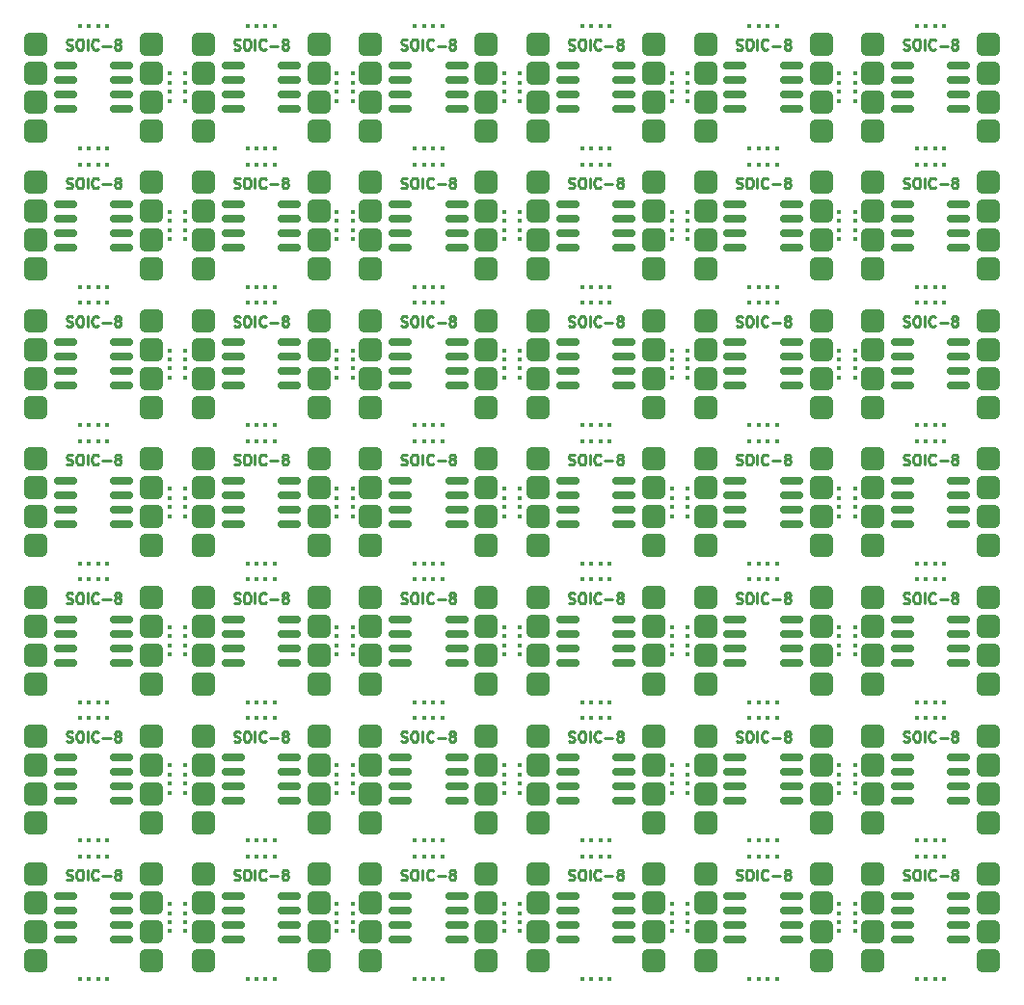
<source format=gbr>
%TF.GenerationSoftware,KiCad,Pcbnew,7.0.10-7.0.10~ubuntu22.04.1*%
%TF.CreationDate,2024-02-05T19:49:33+01:00*%
%TF.ProjectId,ManhattanPanels-SOIC8,4d616e68-6174-4746-916e-50616e656c73,rev?*%
%TF.SameCoordinates,Original*%
%TF.FileFunction,Soldermask,Top*%
%TF.FilePolarity,Negative*%
%FSLAX46Y46*%
G04 Gerber Fmt 4.6, Leading zero omitted, Abs format (unit mm)*
G04 Created by KiCad (PCBNEW 7.0.10-7.0.10~ubuntu22.04.1) date 2024-02-05 19:49:33*
%MOMM*%
%LPD*%
G01*
G04 APERTURE LIST*
G04 Aperture macros list*
%AMRoundRect*
0 Rectangle with rounded corners*
0 $1 Rounding radius*
0 $2 $3 $4 $5 $6 $7 $8 $9 X,Y pos of 4 corners*
0 Add a 4 corners polygon primitive as box body*
4,1,4,$2,$3,$4,$5,$6,$7,$8,$9,$2,$3,0*
0 Add four circle primitives for the rounded corners*
1,1,$1+$1,$2,$3*
1,1,$1+$1,$4,$5*
1,1,$1+$1,$6,$7*
1,1,$1+$1,$8,$9*
0 Add four rect primitives between the rounded corners*
20,1,$1+$1,$2,$3,$4,$5,0*
20,1,$1+$1,$4,$5,$6,$7,0*
20,1,$1+$1,$6,$7,$8,$9,0*
20,1,$1+$1,$8,$9,$2,$3,0*%
G04 Aperture macros list end*
%ADD10C,0.225000*%
%ADD11C,0.400000*%
%ADD12RoundRect,0.400000X-0.600000X-0.600000X0.600000X-0.600000X0.600000X0.600000X-0.600000X0.600000X0*%
%ADD13RoundRect,0.150000X-0.825000X-0.150000X0.825000X-0.150000X0.825000X0.150000X-0.825000X0.150000X0*%
G04 APERTURE END LIST*
D10*
X153471428Y-54060300D02*
X153600000Y-54103157D01*
X153600000Y-54103157D02*
X153814285Y-54103157D01*
X153814285Y-54103157D02*
X153900000Y-54060300D01*
X153900000Y-54060300D02*
X153942857Y-54017442D01*
X153942857Y-54017442D02*
X153985714Y-53931728D01*
X153985714Y-53931728D02*
X153985714Y-53846014D01*
X153985714Y-53846014D02*
X153942857Y-53760300D01*
X153942857Y-53760300D02*
X153900000Y-53717442D01*
X153900000Y-53717442D02*
X153814285Y-53674585D01*
X153814285Y-53674585D02*
X153642857Y-53631728D01*
X153642857Y-53631728D02*
X153557142Y-53588871D01*
X153557142Y-53588871D02*
X153514285Y-53546014D01*
X153514285Y-53546014D02*
X153471428Y-53460300D01*
X153471428Y-53460300D02*
X153471428Y-53374585D01*
X153471428Y-53374585D02*
X153514285Y-53288871D01*
X153514285Y-53288871D02*
X153557142Y-53246014D01*
X153557142Y-53246014D02*
X153642857Y-53203157D01*
X153642857Y-53203157D02*
X153857142Y-53203157D01*
X153857142Y-53203157D02*
X153985714Y-53246014D01*
X154542857Y-53203157D02*
X154714285Y-53203157D01*
X154714285Y-53203157D02*
X154800000Y-53246014D01*
X154800000Y-53246014D02*
X154885714Y-53331728D01*
X154885714Y-53331728D02*
X154928571Y-53503157D01*
X154928571Y-53503157D02*
X154928571Y-53803157D01*
X154928571Y-53803157D02*
X154885714Y-53974585D01*
X154885714Y-53974585D02*
X154800000Y-54060300D01*
X154800000Y-54060300D02*
X154714285Y-54103157D01*
X154714285Y-54103157D02*
X154542857Y-54103157D01*
X154542857Y-54103157D02*
X154457143Y-54060300D01*
X154457143Y-54060300D02*
X154371428Y-53974585D01*
X154371428Y-53974585D02*
X154328571Y-53803157D01*
X154328571Y-53803157D02*
X154328571Y-53503157D01*
X154328571Y-53503157D02*
X154371428Y-53331728D01*
X154371428Y-53331728D02*
X154457143Y-53246014D01*
X154457143Y-53246014D02*
X154542857Y-53203157D01*
X155314285Y-54103157D02*
X155314285Y-53203157D01*
X156257142Y-54017442D02*
X156214285Y-54060300D01*
X156214285Y-54060300D02*
X156085713Y-54103157D01*
X156085713Y-54103157D02*
X155999999Y-54103157D01*
X155999999Y-54103157D02*
X155871428Y-54060300D01*
X155871428Y-54060300D02*
X155785713Y-53974585D01*
X155785713Y-53974585D02*
X155742856Y-53888871D01*
X155742856Y-53888871D02*
X155699999Y-53717442D01*
X155699999Y-53717442D02*
X155699999Y-53588871D01*
X155699999Y-53588871D02*
X155742856Y-53417442D01*
X155742856Y-53417442D02*
X155785713Y-53331728D01*
X155785713Y-53331728D02*
X155871428Y-53246014D01*
X155871428Y-53246014D02*
X155999999Y-53203157D01*
X155999999Y-53203157D02*
X156085713Y-53203157D01*
X156085713Y-53203157D02*
X156214285Y-53246014D01*
X156214285Y-53246014D02*
X156257142Y-53288871D01*
X156642856Y-53760300D02*
X157328571Y-53760300D01*
X157885714Y-53588871D02*
X157799999Y-53546014D01*
X157799999Y-53546014D02*
X157757142Y-53503157D01*
X157757142Y-53503157D02*
X157714285Y-53417442D01*
X157714285Y-53417442D02*
X157714285Y-53374585D01*
X157714285Y-53374585D02*
X157757142Y-53288871D01*
X157757142Y-53288871D02*
X157799999Y-53246014D01*
X157799999Y-53246014D02*
X157885714Y-53203157D01*
X157885714Y-53203157D02*
X158057142Y-53203157D01*
X158057142Y-53203157D02*
X158142857Y-53246014D01*
X158142857Y-53246014D02*
X158185714Y-53288871D01*
X158185714Y-53288871D02*
X158228571Y-53374585D01*
X158228571Y-53374585D02*
X158228571Y-53417442D01*
X158228571Y-53417442D02*
X158185714Y-53503157D01*
X158185714Y-53503157D02*
X158142857Y-53546014D01*
X158142857Y-53546014D02*
X158057142Y-53588871D01*
X158057142Y-53588871D02*
X157885714Y-53588871D01*
X157885714Y-53588871D02*
X157799999Y-53631728D01*
X157799999Y-53631728D02*
X157757142Y-53674585D01*
X157757142Y-53674585D02*
X157714285Y-53760300D01*
X157714285Y-53760300D02*
X157714285Y-53931728D01*
X157714285Y-53931728D02*
X157757142Y-54017442D01*
X157757142Y-54017442D02*
X157799999Y-54060300D01*
X157799999Y-54060300D02*
X157885714Y-54103157D01*
X157885714Y-54103157D02*
X158057142Y-54103157D01*
X158057142Y-54103157D02*
X158142857Y-54060300D01*
X158142857Y-54060300D02*
X158185714Y-54017442D01*
X158185714Y-54017442D02*
X158228571Y-53931728D01*
X158228571Y-53931728D02*
X158228571Y-53760300D01*
X158228571Y-53760300D02*
X158185714Y-53674585D01*
X158185714Y-53674585D02*
X158142857Y-53631728D01*
X158142857Y-53631728D02*
X158057142Y-53588871D01*
X182871428Y-41900300D02*
X183000000Y-41943157D01*
X183000000Y-41943157D02*
X183214285Y-41943157D01*
X183214285Y-41943157D02*
X183300000Y-41900300D01*
X183300000Y-41900300D02*
X183342857Y-41857442D01*
X183342857Y-41857442D02*
X183385714Y-41771728D01*
X183385714Y-41771728D02*
X183385714Y-41686014D01*
X183385714Y-41686014D02*
X183342857Y-41600300D01*
X183342857Y-41600300D02*
X183300000Y-41557442D01*
X183300000Y-41557442D02*
X183214285Y-41514585D01*
X183214285Y-41514585D02*
X183042857Y-41471728D01*
X183042857Y-41471728D02*
X182957142Y-41428871D01*
X182957142Y-41428871D02*
X182914285Y-41386014D01*
X182914285Y-41386014D02*
X182871428Y-41300300D01*
X182871428Y-41300300D02*
X182871428Y-41214585D01*
X182871428Y-41214585D02*
X182914285Y-41128871D01*
X182914285Y-41128871D02*
X182957142Y-41086014D01*
X182957142Y-41086014D02*
X183042857Y-41043157D01*
X183042857Y-41043157D02*
X183257142Y-41043157D01*
X183257142Y-41043157D02*
X183385714Y-41086014D01*
X183942857Y-41043157D02*
X184114285Y-41043157D01*
X184114285Y-41043157D02*
X184200000Y-41086014D01*
X184200000Y-41086014D02*
X184285714Y-41171728D01*
X184285714Y-41171728D02*
X184328571Y-41343157D01*
X184328571Y-41343157D02*
X184328571Y-41643157D01*
X184328571Y-41643157D02*
X184285714Y-41814585D01*
X184285714Y-41814585D02*
X184200000Y-41900300D01*
X184200000Y-41900300D02*
X184114285Y-41943157D01*
X184114285Y-41943157D02*
X183942857Y-41943157D01*
X183942857Y-41943157D02*
X183857143Y-41900300D01*
X183857143Y-41900300D02*
X183771428Y-41814585D01*
X183771428Y-41814585D02*
X183728571Y-41643157D01*
X183728571Y-41643157D02*
X183728571Y-41343157D01*
X183728571Y-41343157D02*
X183771428Y-41171728D01*
X183771428Y-41171728D02*
X183857143Y-41086014D01*
X183857143Y-41086014D02*
X183942857Y-41043157D01*
X184714285Y-41943157D02*
X184714285Y-41043157D01*
X185657142Y-41857442D02*
X185614285Y-41900300D01*
X185614285Y-41900300D02*
X185485713Y-41943157D01*
X185485713Y-41943157D02*
X185399999Y-41943157D01*
X185399999Y-41943157D02*
X185271428Y-41900300D01*
X185271428Y-41900300D02*
X185185713Y-41814585D01*
X185185713Y-41814585D02*
X185142856Y-41728871D01*
X185142856Y-41728871D02*
X185099999Y-41557442D01*
X185099999Y-41557442D02*
X185099999Y-41428871D01*
X185099999Y-41428871D02*
X185142856Y-41257442D01*
X185142856Y-41257442D02*
X185185713Y-41171728D01*
X185185713Y-41171728D02*
X185271428Y-41086014D01*
X185271428Y-41086014D02*
X185399999Y-41043157D01*
X185399999Y-41043157D02*
X185485713Y-41043157D01*
X185485713Y-41043157D02*
X185614285Y-41086014D01*
X185614285Y-41086014D02*
X185657142Y-41128871D01*
X186042856Y-41600300D02*
X186728571Y-41600300D01*
X187285714Y-41428871D02*
X187199999Y-41386014D01*
X187199999Y-41386014D02*
X187157142Y-41343157D01*
X187157142Y-41343157D02*
X187114285Y-41257442D01*
X187114285Y-41257442D02*
X187114285Y-41214585D01*
X187114285Y-41214585D02*
X187157142Y-41128871D01*
X187157142Y-41128871D02*
X187199999Y-41086014D01*
X187199999Y-41086014D02*
X187285714Y-41043157D01*
X187285714Y-41043157D02*
X187457142Y-41043157D01*
X187457142Y-41043157D02*
X187542857Y-41086014D01*
X187542857Y-41086014D02*
X187585714Y-41128871D01*
X187585714Y-41128871D02*
X187628571Y-41214585D01*
X187628571Y-41214585D02*
X187628571Y-41257442D01*
X187628571Y-41257442D02*
X187585714Y-41343157D01*
X187585714Y-41343157D02*
X187542857Y-41386014D01*
X187542857Y-41386014D02*
X187457142Y-41428871D01*
X187457142Y-41428871D02*
X187285714Y-41428871D01*
X187285714Y-41428871D02*
X187199999Y-41471728D01*
X187199999Y-41471728D02*
X187157142Y-41514585D01*
X187157142Y-41514585D02*
X187114285Y-41600300D01*
X187114285Y-41600300D02*
X187114285Y-41771728D01*
X187114285Y-41771728D02*
X187157142Y-41857442D01*
X187157142Y-41857442D02*
X187199999Y-41900300D01*
X187199999Y-41900300D02*
X187285714Y-41943157D01*
X187285714Y-41943157D02*
X187457142Y-41943157D01*
X187457142Y-41943157D02*
X187542857Y-41900300D01*
X187542857Y-41900300D02*
X187585714Y-41857442D01*
X187585714Y-41857442D02*
X187628571Y-41771728D01*
X187628571Y-41771728D02*
X187628571Y-41600300D01*
X187628571Y-41600300D02*
X187585714Y-41514585D01*
X187585714Y-41514585D02*
X187542857Y-41471728D01*
X187542857Y-41471728D02*
X187457142Y-41428871D01*
X182871428Y-90540300D02*
X183000000Y-90583157D01*
X183000000Y-90583157D02*
X183214285Y-90583157D01*
X183214285Y-90583157D02*
X183300000Y-90540300D01*
X183300000Y-90540300D02*
X183342857Y-90497442D01*
X183342857Y-90497442D02*
X183385714Y-90411728D01*
X183385714Y-90411728D02*
X183385714Y-90326014D01*
X183385714Y-90326014D02*
X183342857Y-90240300D01*
X183342857Y-90240300D02*
X183300000Y-90197442D01*
X183300000Y-90197442D02*
X183214285Y-90154585D01*
X183214285Y-90154585D02*
X183042857Y-90111728D01*
X183042857Y-90111728D02*
X182957142Y-90068871D01*
X182957142Y-90068871D02*
X182914285Y-90026014D01*
X182914285Y-90026014D02*
X182871428Y-89940300D01*
X182871428Y-89940300D02*
X182871428Y-89854585D01*
X182871428Y-89854585D02*
X182914285Y-89768871D01*
X182914285Y-89768871D02*
X182957142Y-89726014D01*
X182957142Y-89726014D02*
X183042857Y-89683157D01*
X183042857Y-89683157D02*
X183257142Y-89683157D01*
X183257142Y-89683157D02*
X183385714Y-89726014D01*
X183942857Y-89683157D02*
X184114285Y-89683157D01*
X184114285Y-89683157D02*
X184200000Y-89726014D01*
X184200000Y-89726014D02*
X184285714Y-89811728D01*
X184285714Y-89811728D02*
X184328571Y-89983157D01*
X184328571Y-89983157D02*
X184328571Y-90283157D01*
X184328571Y-90283157D02*
X184285714Y-90454585D01*
X184285714Y-90454585D02*
X184200000Y-90540300D01*
X184200000Y-90540300D02*
X184114285Y-90583157D01*
X184114285Y-90583157D02*
X183942857Y-90583157D01*
X183942857Y-90583157D02*
X183857143Y-90540300D01*
X183857143Y-90540300D02*
X183771428Y-90454585D01*
X183771428Y-90454585D02*
X183728571Y-90283157D01*
X183728571Y-90283157D02*
X183728571Y-89983157D01*
X183728571Y-89983157D02*
X183771428Y-89811728D01*
X183771428Y-89811728D02*
X183857143Y-89726014D01*
X183857143Y-89726014D02*
X183942857Y-89683157D01*
X184714285Y-90583157D02*
X184714285Y-89683157D01*
X185657142Y-90497442D02*
X185614285Y-90540300D01*
X185614285Y-90540300D02*
X185485713Y-90583157D01*
X185485713Y-90583157D02*
X185399999Y-90583157D01*
X185399999Y-90583157D02*
X185271428Y-90540300D01*
X185271428Y-90540300D02*
X185185713Y-90454585D01*
X185185713Y-90454585D02*
X185142856Y-90368871D01*
X185142856Y-90368871D02*
X185099999Y-90197442D01*
X185099999Y-90197442D02*
X185099999Y-90068871D01*
X185099999Y-90068871D02*
X185142856Y-89897442D01*
X185142856Y-89897442D02*
X185185713Y-89811728D01*
X185185713Y-89811728D02*
X185271428Y-89726014D01*
X185271428Y-89726014D02*
X185399999Y-89683157D01*
X185399999Y-89683157D02*
X185485713Y-89683157D01*
X185485713Y-89683157D02*
X185614285Y-89726014D01*
X185614285Y-89726014D02*
X185657142Y-89768871D01*
X186042856Y-90240300D02*
X186728571Y-90240300D01*
X187285714Y-90068871D02*
X187199999Y-90026014D01*
X187199999Y-90026014D02*
X187157142Y-89983157D01*
X187157142Y-89983157D02*
X187114285Y-89897442D01*
X187114285Y-89897442D02*
X187114285Y-89854585D01*
X187114285Y-89854585D02*
X187157142Y-89768871D01*
X187157142Y-89768871D02*
X187199999Y-89726014D01*
X187199999Y-89726014D02*
X187285714Y-89683157D01*
X187285714Y-89683157D02*
X187457142Y-89683157D01*
X187457142Y-89683157D02*
X187542857Y-89726014D01*
X187542857Y-89726014D02*
X187585714Y-89768871D01*
X187585714Y-89768871D02*
X187628571Y-89854585D01*
X187628571Y-89854585D02*
X187628571Y-89897442D01*
X187628571Y-89897442D02*
X187585714Y-89983157D01*
X187585714Y-89983157D02*
X187542857Y-90026014D01*
X187542857Y-90026014D02*
X187457142Y-90068871D01*
X187457142Y-90068871D02*
X187285714Y-90068871D01*
X187285714Y-90068871D02*
X187199999Y-90111728D01*
X187199999Y-90111728D02*
X187157142Y-90154585D01*
X187157142Y-90154585D02*
X187114285Y-90240300D01*
X187114285Y-90240300D02*
X187114285Y-90411728D01*
X187114285Y-90411728D02*
X187157142Y-90497442D01*
X187157142Y-90497442D02*
X187199999Y-90540300D01*
X187199999Y-90540300D02*
X187285714Y-90583157D01*
X187285714Y-90583157D02*
X187457142Y-90583157D01*
X187457142Y-90583157D02*
X187542857Y-90540300D01*
X187542857Y-90540300D02*
X187585714Y-90497442D01*
X187585714Y-90497442D02*
X187628571Y-90411728D01*
X187628571Y-90411728D02*
X187628571Y-90240300D01*
X187628571Y-90240300D02*
X187585714Y-90154585D01*
X187585714Y-90154585D02*
X187542857Y-90111728D01*
X187542857Y-90111728D02*
X187457142Y-90068871D01*
X153471428Y-29740300D02*
X153600000Y-29783157D01*
X153600000Y-29783157D02*
X153814285Y-29783157D01*
X153814285Y-29783157D02*
X153900000Y-29740300D01*
X153900000Y-29740300D02*
X153942857Y-29697442D01*
X153942857Y-29697442D02*
X153985714Y-29611728D01*
X153985714Y-29611728D02*
X153985714Y-29526014D01*
X153985714Y-29526014D02*
X153942857Y-29440300D01*
X153942857Y-29440300D02*
X153900000Y-29397442D01*
X153900000Y-29397442D02*
X153814285Y-29354585D01*
X153814285Y-29354585D02*
X153642857Y-29311728D01*
X153642857Y-29311728D02*
X153557142Y-29268871D01*
X153557142Y-29268871D02*
X153514285Y-29226014D01*
X153514285Y-29226014D02*
X153471428Y-29140300D01*
X153471428Y-29140300D02*
X153471428Y-29054585D01*
X153471428Y-29054585D02*
X153514285Y-28968871D01*
X153514285Y-28968871D02*
X153557142Y-28926014D01*
X153557142Y-28926014D02*
X153642857Y-28883157D01*
X153642857Y-28883157D02*
X153857142Y-28883157D01*
X153857142Y-28883157D02*
X153985714Y-28926014D01*
X154542857Y-28883157D02*
X154714285Y-28883157D01*
X154714285Y-28883157D02*
X154800000Y-28926014D01*
X154800000Y-28926014D02*
X154885714Y-29011728D01*
X154885714Y-29011728D02*
X154928571Y-29183157D01*
X154928571Y-29183157D02*
X154928571Y-29483157D01*
X154928571Y-29483157D02*
X154885714Y-29654585D01*
X154885714Y-29654585D02*
X154800000Y-29740300D01*
X154800000Y-29740300D02*
X154714285Y-29783157D01*
X154714285Y-29783157D02*
X154542857Y-29783157D01*
X154542857Y-29783157D02*
X154457143Y-29740300D01*
X154457143Y-29740300D02*
X154371428Y-29654585D01*
X154371428Y-29654585D02*
X154328571Y-29483157D01*
X154328571Y-29483157D02*
X154328571Y-29183157D01*
X154328571Y-29183157D02*
X154371428Y-29011728D01*
X154371428Y-29011728D02*
X154457143Y-28926014D01*
X154457143Y-28926014D02*
X154542857Y-28883157D01*
X155314285Y-29783157D02*
X155314285Y-28883157D01*
X156257142Y-29697442D02*
X156214285Y-29740300D01*
X156214285Y-29740300D02*
X156085713Y-29783157D01*
X156085713Y-29783157D02*
X155999999Y-29783157D01*
X155999999Y-29783157D02*
X155871428Y-29740300D01*
X155871428Y-29740300D02*
X155785713Y-29654585D01*
X155785713Y-29654585D02*
X155742856Y-29568871D01*
X155742856Y-29568871D02*
X155699999Y-29397442D01*
X155699999Y-29397442D02*
X155699999Y-29268871D01*
X155699999Y-29268871D02*
X155742856Y-29097442D01*
X155742856Y-29097442D02*
X155785713Y-29011728D01*
X155785713Y-29011728D02*
X155871428Y-28926014D01*
X155871428Y-28926014D02*
X155999999Y-28883157D01*
X155999999Y-28883157D02*
X156085713Y-28883157D01*
X156085713Y-28883157D02*
X156214285Y-28926014D01*
X156214285Y-28926014D02*
X156257142Y-28968871D01*
X156642856Y-29440300D02*
X157328571Y-29440300D01*
X157885714Y-29268871D02*
X157799999Y-29226014D01*
X157799999Y-29226014D02*
X157757142Y-29183157D01*
X157757142Y-29183157D02*
X157714285Y-29097442D01*
X157714285Y-29097442D02*
X157714285Y-29054585D01*
X157714285Y-29054585D02*
X157757142Y-28968871D01*
X157757142Y-28968871D02*
X157799999Y-28926014D01*
X157799999Y-28926014D02*
X157885714Y-28883157D01*
X157885714Y-28883157D02*
X158057142Y-28883157D01*
X158057142Y-28883157D02*
X158142857Y-28926014D01*
X158142857Y-28926014D02*
X158185714Y-28968871D01*
X158185714Y-28968871D02*
X158228571Y-29054585D01*
X158228571Y-29054585D02*
X158228571Y-29097442D01*
X158228571Y-29097442D02*
X158185714Y-29183157D01*
X158185714Y-29183157D02*
X158142857Y-29226014D01*
X158142857Y-29226014D02*
X158057142Y-29268871D01*
X158057142Y-29268871D02*
X157885714Y-29268871D01*
X157885714Y-29268871D02*
X157799999Y-29311728D01*
X157799999Y-29311728D02*
X157757142Y-29354585D01*
X157757142Y-29354585D02*
X157714285Y-29440300D01*
X157714285Y-29440300D02*
X157714285Y-29611728D01*
X157714285Y-29611728D02*
X157757142Y-29697442D01*
X157757142Y-29697442D02*
X157799999Y-29740300D01*
X157799999Y-29740300D02*
X157885714Y-29783157D01*
X157885714Y-29783157D02*
X158057142Y-29783157D01*
X158057142Y-29783157D02*
X158142857Y-29740300D01*
X158142857Y-29740300D02*
X158185714Y-29697442D01*
X158185714Y-29697442D02*
X158228571Y-29611728D01*
X158228571Y-29611728D02*
X158228571Y-29440300D01*
X158228571Y-29440300D02*
X158185714Y-29354585D01*
X158185714Y-29354585D02*
X158142857Y-29311728D01*
X158142857Y-29311728D02*
X158057142Y-29268871D01*
X109371428Y-102700300D02*
X109500000Y-102743157D01*
X109500000Y-102743157D02*
X109714285Y-102743157D01*
X109714285Y-102743157D02*
X109800000Y-102700300D01*
X109800000Y-102700300D02*
X109842857Y-102657442D01*
X109842857Y-102657442D02*
X109885714Y-102571728D01*
X109885714Y-102571728D02*
X109885714Y-102486014D01*
X109885714Y-102486014D02*
X109842857Y-102400300D01*
X109842857Y-102400300D02*
X109800000Y-102357442D01*
X109800000Y-102357442D02*
X109714285Y-102314585D01*
X109714285Y-102314585D02*
X109542857Y-102271728D01*
X109542857Y-102271728D02*
X109457142Y-102228871D01*
X109457142Y-102228871D02*
X109414285Y-102186014D01*
X109414285Y-102186014D02*
X109371428Y-102100300D01*
X109371428Y-102100300D02*
X109371428Y-102014585D01*
X109371428Y-102014585D02*
X109414285Y-101928871D01*
X109414285Y-101928871D02*
X109457142Y-101886014D01*
X109457142Y-101886014D02*
X109542857Y-101843157D01*
X109542857Y-101843157D02*
X109757142Y-101843157D01*
X109757142Y-101843157D02*
X109885714Y-101886014D01*
X110442857Y-101843157D02*
X110614285Y-101843157D01*
X110614285Y-101843157D02*
X110700000Y-101886014D01*
X110700000Y-101886014D02*
X110785714Y-101971728D01*
X110785714Y-101971728D02*
X110828571Y-102143157D01*
X110828571Y-102143157D02*
X110828571Y-102443157D01*
X110828571Y-102443157D02*
X110785714Y-102614585D01*
X110785714Y-102614585D02*
X110700000Y-102700300D01*
X110700000Y-102700300D02*
X110614285Y-102743157D01*
X110614285Y-102743157D02*
X110442857Y-102743157D01*
X110442857Y-102743157D02*
X110357143Y-102700300D01*
X110357143Y-102700300D02*
X110271428Y-102614585D01*
X110271428Y-102614585D02*
X110228571Y-102443157D01*
X110228571Y-102443157D02*
X110228571Y-102143157D01*
X110228571Y-102143157D02*
X110271428Y-101971728D01*
X110271428Y-101971728D02*
X110357143Y-101886014D01*
X110357143Y-101886014D02*
X110442857Y-101843157D01*
X111214285Y-102743157D02*
X111214285Y-101843157D01*
X112157142Y-102657442D02*
X112114285Y-102700300D01*
X112114285Y-102700300D02*
X111985713Y-102743157D01*
X111985713Y-102743157D02*
X111899999Y-102743157D01*
X111899999Y-102743157D02*
X111771428Y-102700300D01*
X111771428Y-102700300D02*
X111685713Y-102614585D01*
X111685713Y-102614585D02*
X111642856Y-102528871D01*
X111642856Y-102528871D02*
X111599999Y-102357442D01*
X111599999Y-102357442D02*
X111599999Y-102228871D01*
X111599999Y-102228871D02*
X111642856Y-102057442D01*
X111642856Y-102057442D02*
X111685713Y-101971728D01*
X111685713Y-101971728D02*
X111771428Y-101886014D01*
X111771428Y-101886014D02*
X111899999Y-101843157D01*
X111899999Y-101843157D02*
X111985713Y-101843157D01*
X111985713Y-101843157D02*
X112114285Y-101886014D01*
X112114285Y-101886014D02*
X112157142Y-101928871D01*
X112542856Y-102400300D02*
X113228571Y-102400300D01*
X113785714Y-102228871D02*
X113699999Y-102186014D01*
X113699999Y-102186014D02*
X113657142Y-102143157D01*
X113657142Y-102143157D02*
X113614285Y-102057442D01*
X113614285Y-102057442D02*
X113614285Y-102014585D01*
X113614285Y-102014585D02*
X113657142Y-101928871D01*
X113657142Y-101928871D02*
X113699999Y-101886014D01*
X113699999Y-101886014D02*
X113785714Y-101843157D01*
X113785714Y-101843157D02*
X113957142Y-101843157D01*
X113957142Y-101843157D02*
X114042857Y-101886014D01*
X114042857Y-101886014D02*
X114085714Y-101928871D01*
X114085714Y-101928871D02*
X114128571Y-102014585D01*
X114128571Y-102014585D02*
X114128571Y-102057442D01*
X114128571Y-102057442D02*
X114085714Y-102143157D01*
X114085714Y-102143157D02*
X114042857Y-102186014D01*
X114042857Y-102186014D02*
X113957142Y-102228871D01*
X113957142Y-102228871D02*
X113785714Y-102228871D01*
X113785714Y-102228871D02*
X113699999Y-102271728D01*
X113699999Y-102271728D02*
X113657142Y-102314585D01*
X113657142Y-102314585D02*
X113614285Y-102400300D01*
X113614285Y-102400300D02*
X113614285Y-102571728D01*
X113614285Y-102571728D02*
X113657142Y-102657442D01*
X113657142Y-102657442D02*
X113699999Y-102700300D01*
X113699999Y-102700300D02*
X113785714Y-102743157D01*
X113785714Y-102743157D02*
X113957142Y-102743157D01*
X113957142Y-102743157D02*
X114042857Y-102700300D01*
X114042857Y-102700300D02*
X114085714Y-102657442D01*
X114085714Y-102657442D02*
X114128571Y-102571728D01*
X114128571Y-102571728D02*
X114128571Y-102400300D01*
X114128571Y-102400300D02*
X114085714Y-102314585D01*
X114085714Y-102314585D02*
X114042857Y-102271728D01*
X114042857Y-102271728D02*
X113957142Y-102228871D01*
X168171428Y-102700300D02*
X168300000Y-102743157D01*
X168300000Y-102743157D02*
X168514285Y-102743157D01*
X168514285Y-102743157D02*
X168600000Y-102700300D01*
X168600000Y-102700300D02*
X168642857Y-102657442D01*
X168642857Y-102657442D02*
X168685714Y-102571728D01*
X168685714Y-102571728D02*
X168685714Y-102486014D01*
X168685714Y-102486014D02*
X168642857Y-102400300D01*
X168642857Y-102400300D02*
X168600000Y-102357442D01*
X168600000Y-102357442D02*
X168514285Y-102314585D01*
X168514285Y-102314585D02*
X168342857Y-102271728D01*
X168342857Y-102271728D02*
X168257142Y-102228871D01*
X168257142Y-102228871D02*
X168214285Y-102186014D01*
X168214285Y-102186014D02*
X168171428Y-102100300D01*
X168171428Y-102100300D02*
X168171428Y-102014585D01*
X168171428Y-102014585D02*
X168214285Y-101928871D01*
X168214285Y-101928871D02*
X168257142Y-101886014D01*
X168257142Y-101886014D02*
X168342857Y-101843157D01*
X168342857Y-101843157D02*
X168557142Y-101843157D01*
X168557142Y-101843157D02*
X168685714Y-101886014D01*
X169242857Y-101843157D02*
X169414285Y-101843157D01*
X169414285Y-101843157D02*
X169500000Y-101886014D01*
X169500000Y-101886014D02*
X169585714Y-101971728D01*
X169585714Y-101971728D02*
X169628571Y-102143157D01*
X169628571Y-102143157D02*
X169628571Y-102443157D01*
X169628571Y-102443157D02*
X169585714Y-102614585D01*
X169585714Y-102614585D02*
X169500000Y-102700300D01*
X169500000Y-102700300D02*
X169414285Y-102743157D01*
X169414285Y-102743157D02*
X169242857Y-102743157D01*
X169242857Y-102743157D02*
X169157143Y-102700300D01*
X169157143Y-102700300D02*
X169071428Y-102614585D01*
X169071428Y-102614585D02*
X169028571Y-102443157D01*
X169028571Y-102443157D02*
X169028571Y-102143157D01*
X169028571Y-102143157D02*
X169071428Y-101971728D01*
X169071428Y-101971728D02*
X169157143Y-101886014D01*
X169157143Y-101886014D02*
X169242857Y-101843157D01*
X170014285Y-102743157D02*
X170014285Y-101843157D01*
X170957142Y-102657442D02*
X170914285Y-102700300D01*
X170914285Y-102700300D02*
X170785713Y-102743157D01*
X170785713Y-102743157D02*
X170699999Y-102743157D01*
X170699999Y-102743157D02*
X170571428Y-102700300D01*
X170571428Y-102700300D02*
X170485713Y-102614585D01*
X170485713Y-102614585D02*
X170442856Y-102528871D01*
X170442856Y-102528871D02*
X170399999Y-102357442D01*
X170399999Y-102357442D02*
X170399999Y-102228871D01*
X170399999Y-102228871D02*
X170442856Y-102057442D01*
X170442856Y-102057442D02*
X170485713Y-101971728D01*
X170485713Y-101971728D02*
X170571428Y-101886014D01*
X170571428Y-101886014D02*
X170699999Y-101843157D01*
X170699999Y-101843157D02*
X170785713Y-101843157D01*
X170785713Y-101843157D02*
X170914285Y-101886014D01*
X170914285Y-101886014D02*
X170957142Y-101928871D01*
X171342856Y-102400300D02*
X172028571Y-102400300D01*
X172585714Y-102228871D02*
X172499999Y-102186014D01*
X172499999Y-102186014D02*
X172457142Y-102143157D01*
X172457142Y-102143157D02*
X172414285Y-102057442D01*
X172414285Y-102057442D02*
X172414285Y-102014585D01*
X172414285Y-102014585D02*
X172457142Y-101928871D01*
X172457142Y-101928871D02*
X172499999Y-101886014D01*
X172499999Y-101886014D02*
X172585714Y-101843157D01*
X172585714Y-101843157D02*
X172757142Y-101843157D01*
X172757142Y-101843157D02*
X172842857Y-101886014D01*
X172842857Y-101886014D02*
X172885714Y-101928871D01*
X172885714Y-101928871D02*
X172928571Y-102014585D01*
X172928571Y-102014585D02*
X172928571Y-102057442D01*
X172928571Y-102057442D02*
X172885714Y-102143157D01*
X172885714Y-102143157D02*
X172842857Y-102186014D01*
X172842857Y-102186014D02*
X172757142Y-102228871D01*
X172757142Y-102228871D02*
X172585714Y-102228871D01*
X172585714Y-102228871D02*
X172499999Y-102271728D01*
X172499999Y-102271728D02*
X172457142Y-102314585D01*
X172457142Y-102314585D02*
X172414285Y-102400300D01*
X172414285Y-102400300D02*
X172414285Y-102571728D01*
X172414285Y-102571728D02*
X172457142Y-102657442D01*
X172457142Y-102657442D02*
X172499999Y-102700300D01*
X172499999Y-102700300D02*
X172585714Y-102743157D01*
X172585714Y-102743157D02*
X172757142Y-102743157D01*
X172757142Y-102743157D02*
X172842857Y-102700300D01*
X172842857Y-102700300D02*
X172885714Y-102657442D01*
X172885714Y-102657442D02*
X172928571Y-102571728D01*
X172928571Y-102571728D02*
X172928571Y-102400300D01*
X172928571Y-102400300D02*
X172885714Y-102314585D01*
X172885714Y-102314585D02*
X172842857Y-102271728D01*
X172842857Y-102271728D02*
X172757142Y-102228871D01*
X168171428Y-90540300D02*
X168300000Y-90583157D01*
X168300000Y-90583157D02*
X168514285Y-90583157D01*
X168514285Y-90583157D02*
X168600000Y-90540300D01*
X168600000Y-90540300D02*
X168642857Y-90497442D01*
X168642857Y-90497442D02*
X168685714Y-90411728D01*
X168685714Y-90411728D02*
X168685714Y-90326014D01*
X168685714Y-90326014D02*
X168642857Y-90240300D01*
X168642857Y-90240300D02*
X168600000Y-90197442D01*
X168600000Y-90197442D02*
X168514285Y-90154585D01*
X168514285Y-90154585D02*
X168342857Y-90111728D01*
X168342857Y-90111728D02*
X168257142Y-90068871D01*
X168257142Y-90068871D02*
X168214285Y-90026014D01*
X168214285Y-90026014D02*
X168171428Y-89940300D01*
X168171428Y-89940300D02*
X168171428Y-89854585D01*
X168171428Y-89854585D02*
X168214285Y-89768871D01*
X168214285Y-89768871D02*
X168257142Y-89726014D01*
X168257142Y-89726014D02*
X168342857Y-89683157D01*
X168342857Y-89683157D02*
X168557142Y-89683157D01*
X168557142Y-89683157D02*
X168685714Y-89726014D01*
X169242857Y-89683157D02*
X169414285Y-89683157D01*
X169414285Y-89683157D02*
X169500000Y-89726014D01*
X169500000Y-89726014D02*
X169585714Y-89811728D01*
X169585714Y-89811728D02*
X169628571Y-89983157D01*
X169628571Y-89983157D02*
X169628571Y-90283157D01*
X169628571Y-90283157D02*
X169585714Y-90454585D01*
X169585714Y-90454585D02*
X169500000Y-90540300D01*
X169500000Y-90540300D02*
X169414285Y-90583157D01*
X169414285Y-90583157D02*
X169242857Y-90583157D01*
X169242857Y-90583157D02*
X169157143Y-90540300D01*
X169157143Y-90540300D02*
X169071428Y-90454585D01*
X169071428Y-90454585D02*
X169028571Y-90283157D01*
X169028571Y-90283157D02*
X169028571Y-89983157D01*
X169028571Y-89983157D02*
X169071428Y-89811728D01*
X169071428Y-89811728D02*
X169157143Y-89726014D01*
X169157143Y-89726014D02*
X169242857Y-89683157D01*
X170014285Y-90583157D02*
X170014285Y-89683157D01*
X170957142Y-90497442D02*
X170914285Y-90540300D01*
X170914285Y-90540300D02*
X170785713Y-90583157D01*
X170785713Y-90583157D02*
X170699999Y-90583157D01*
X170699999Y-90583157D02*
X170571428Y-90540300D01*
X170571428Y-90540300D02*
X170485713Y-90454585D01*
X170485713Y-90454585D02*
X170442856Y-90368871D01*
X170442856Y-90368871D02*
X170399999Y-90197442D01*
X170399999Y-90197442D02*
X170399999Y-90068871D01*
X170399999Y-90068871D02*
X170442856Y-89897442D01*
X170442856Y-89897442D02*
X170485713Y-89811728D01*
X170485713Y-89811728D02*
X170571428Y-89726014D01*
X170571428Y-89726014D02*
X170699999Y-89683157D01*
X170699999Y-89683157D02*
X170785713Y-89683157D01*
X170785713Y-89683157D02*
X170914285Y-89726014D01*
X170914285Y-89726014D02*
X170957142Y-89768871D01*
X171342856Y-90240300D02*
X172028571Y-90240300D01*
X172585714Y-90068871D02*
X172499999Y-90026014D01*
X172499999Y-90026014D02*
X172457142Y-89983157D01*
X172457142Y-89983157D02*
X172414285Y-89897442D01*
X172414285Y-89897442D02*
X172414285Y-89854585D01*
X172414285Y-89854585D02*
X172457142Y-89768871D01*
X172457142Y-89768871D02*
X172499999Y-89726014D01*
X172499999Y-89726014D02*
X172585714Y-89683157D01*
X172585714Y-89683157D02*
X172757142Y-89683157D01*
X172757142Y-89683157D02*
X172842857Y-89726014D01*
X172842857Y-89726014D02*
X172885714Y-89768871D01*
X172885714Y-89768871D02*
X172928571Y-89854585D01*
X172928571Y-89854585D02*
X172928571Y-89897442D01*
X172928571Y-89897442D02*
X172885714Y-89983157D01*
X172885714Y-89983157D02*
X172842857Y-90026014D01*
X172842857Y-90026014D02*
X172757142Y-90068871D01*
X172757142Y-90068871D02*
X172585714Y-90068871D01*
X172585714Y-90068871D02*
X172499999Y-90111728D01*
X172499999Y-90111728D02*
X172457142Y-90154585D01*
X172457142Y-90154585D02*
X172414285Y-90240300D01*
X172414285Y-90240300D02*
X172414285Y-90411728D01*
X172414285Y-90411728D02*
X172457142Y-90497442D01*
X172457142Y-90497442D02*
X172499999Y-90540300D01*
X172499999Y-90540300D02*
X172585714Y-90583157D01*
X172585714Y-90583157D02*
X172757142Y-90583157D01*
X172757142Y-90583157D02*
X172842857Y-90540300D01*
X172842857Y-90540300D02*
X172885714Y-90497442D01*
X172885714Y-90497442D02*
X172928571Y-90411728D01*
X172928571Y-90411728D02*
X172928571Y-90240300D01*
X172928571Y-90240300D02*
X172885714Y-90154585D01*
X172885714Y-90154585D02*
X172842857Y-90111728D01*
X172842857Y-90111728D02*
X172757142Y-90068871D01*
X182871428Y-66220300D02*
X183000000Y-66263157D01*
X183000000Y-66263157D02*
X183214285Y-66263157D01*
X183214285Y-66263157D02*
X183300000Y-66220300D01*
X183300000Y-66220300D02*
X183342857Y-66177442D01*
X183342857Y-66177442D02*
X183385714Y-66091728D01*
X183385714Y-66091728D02*
X183385714Y-66006014D01*
X183385714Y-66006014D02*
X183342857Y-65920300D01*
X183342857Y-65920300D02*
X183300000Y-65877442D01*
X183300000Y-65877442D02*
X183214285Y-65834585D01*
X183214285Y-65834585D02*
X183042857Y-65791728D01*
X183042857Y-65791728D02*
X182957142Y-65748871D01*
X182957142Y-65748871D02*
X182914285Y-65706014D01*
X182914285Y-65706014D02*
X182871428Y-65620300D01*
X182871428Y-65620300D02*
X182871428Y-65534585D01*
X182871428Y-65534585D02*
X182914285Y-65448871D01*
X182914285Y-65448871D02*
X182957142Y-65406014D01*
X182957142Y-65406014D02*
X183042857Y-65363157D01*
X183042857Y-65363157D02*
X183257142Y-65363157D01*
X183257142Y-65363157D02*
X183385714Y-65406014D01*
X183942857Y-65363157D02*
X184114285Y-65363157D01*
X184114285Y-65363157D02*
X184200000Y-65406014D01*
X184200000Y-65406014D02*
X184285714Y-65491728D01*
X184285714Y-65491728D02*
X184328571Y-65663157D01*
X184328571Y-65663157D02*
X184328571Y-65963157D01*
X184328571Y-65963157D02*
X184285714Y-66134585D01*
X184285714Y-66134585D02*
X184200000Y-66220300D01*
X184200000Y-66220300D02*
X184114285Y-66263157D01*
X184114285Y-66263157D02*
X183942857Y-66263157D01*
X183942857Y-66263157D02*
X183857143Y-66220300D01*
X183857143Y-66220300D02*
X183771428Y-66134585D01*
X183771428Y-66134585D02*
X183728571Y-65963157D01*
X183728571Y-65963157D02*
X183728571Y-65663157D01*
X183728571Y-65663157D02*
X183771428Y-65491728D01*
X183771428Y-65491728D02*
X183857143Y-65406014D01*
X183857143Y-65406014D02*
X183942857Y-65363157D01*
X184714285Y-66263157D02*
X184714285Y-65363157D01*
X185657142Y-66177442D02*
X185614285Y-66220300D01*
X185614285Y-66220300D02*
X185485713Y-66263157D01*
X185485713Y-66263157D02*
X185399999Y-66263157D01*
X185399999Y-66263157D02*
X185271428Y-66220300D01*
X185271428Y-66220300D02*
X185185713Y-66134585D01*
X185185713Y-66134585D02*
X185142856Y-66048871D01*
X185142856Y-66048871D02*
X185099999Y-65877442D01*
X185099999Y-65877442D02*
X185099999Y-65748871D01*
X185099999Y-65748871D02*
X185142856Y-65577442D01*
X185142856Y-65577442D02*
X185185713Y-65491728D01*
X185185713Y-65491728D02*
X185271428Y-65406014D01*
X185271428Y-65406014D02*
X185399999Y-65363157D01*
X185399999Y-65363157D02*
X185485713Y-65363157D01*
X185485713Y-65363157D02*
X185614285Y-65406014D01*
X185614285Y-65406014D02*
X185657142Y-65448871D01*
X186042856Y-65920300D02*
X186728571Y-65920300D01*
X187285714Y-65748871D02*
X187199999Y-65706014D01*
X187199999Y-65706014D02*
X187157142Y-65663157D01*
X187157142Y-65663157D02*
X187114285Y-65577442D01*
X187114285Y-65577442D02*
X187114285Y-65534585D01*
X187114285Y-65534585D02*
X187157142Y-65448871D01*
X187157142Y-65448871D02*
X187199999Y-65406014D01*
X187199999Y-65406014D02*
X187285714Y-65363157D01*
X187285714Y-65363157D02*
X187457142Y-65363157D01*
X187457142Y-65363157D02*
X187542857Y-65406014D01*
X187542857Y-65406014D02*
X187585714Y-65448871D01*
X187585714Y-65448871D02*
X187628571Y-65534585D01*
X187628571Y-65534585D02*
X187628571Y-65577442D01*
X187628571Y-65577442D02*
X187585714Y-65663157D01*
X187585714Y-65663157D02*
X187542857Y-65706014D01*
X187542857Y-65706014D02*
X187457142Y-65748871D01*
X187457142Y-65748871D02*
X187285714Y-65748871D01*
X187285714Y-65748871D02*
X187199999Y-65791728D01*
X187199999Y-65791728D02*
X187157142Y-65834585D01*
X187157142Y-65834585D02*
X187114285Y-65920300D01*
X187114285Y-65920300D02*
X187114285Y-66091728D01*
X187114285Y-66091728D02*
X187157142Y-66177442D01*
X187157142Y-66177442D02*
X187199999Y-66220300D01*
X187199999Y-66220300D02*
X187285714Y-66263157D01*
X187285714Y-66263157D02*
X187457142Y-66263157D01*
X187457142Y-66263157D02*
X187542857Y-66220300D01*
X187542857Y-66220300D02*
X187585714Y-66177442D01*
X187585714Y-66177442D02*
X187628571Y-66091728D01*
X187628571Y-66091728D02*
X187628571Y-65920300D01*
X187628571Y-65920300D02*
X187585714Y-65834585D01*
X187585714Y-65834585D02*
X187542857Y-65791728D01*
X187542857Y-65791728D02*
X187457142Y-65748871D01*
X153471428Y-102700300D02*
X153600000Y-102743157D01*
X153600000Y-102743157D02*
X153814285Y-102743157D01*
X153814285Y-102743157D02*
X153900000Y-102700300D01*
X153900000Y-102700300D02*
X153942857Y-102657442D01*
X153942857Y-102657442D02*
X153985714Y-102571728D01*
X153985714Y-102571728D02*
X153985714Y-102486014D01*
X153985714Y-102486014D02*
X153942857Y-102400300D01*
X153942857Y-102400300D02*
X153900000Y-102357442D01*
X153900000Y-102357442D02*
X153814285Y-102314585D01*
X153814285Y-102314585D02*
X153642857Y-102271728D01*
X153642857Y-102271728D02*
X153557142Y-102228871D01*
X153557142Y-102228871D02*
X153514285Y-102186014D01*
X153514285Y-102186014D02*
X153471428Y-102100300D01*
X153471428Y-102100300D02*
X153471428Y-102014585D01*
X153471428Y-102014585D02*
X153514285Y-101928871D01*
X153514285Y-101928871D02*
X153557142Y-101886014D01*
X153557142Y-101886014D02*
X153642857Y-101843157D01*
X153642857Y-101843157D02*
X153857142Y-101843157D01*
X153857142Y-101843157D02*
X153985714Y-101886014D01*
X154542857Y-101843157D02*
X154714285Y-101843157D01*
X154714285Y-101843157D02*
X154800000Y-101886014D01*
X154800000Y-101886014D02*
X154885714Y-101971728D01*
X154885714Y-101971728D02*
X154928571Y-102143157D01*
X154928571Y-102143157D02*
X154928571Y-102443157D01*
X154928571Y-102443157D02*
X154885714Y-102614585D01*
X154885714Y-102614585D02*
X154800000Y-102700300D01*
X154800000Y-102700300D02*
X154714285Y-102743157D01*
X154714285Y-102743157D02*
X154542857Y-102743157D01*
X154542857Y-102743157D02*
X154457143Y-102700300D01*
X154457143Y-102700300D02*
X154371428Y-102614585D01*
X154371428Y-102614585D02*
X154328571Y-102443157D01*
X154328571Y-102443157D02*
X154328571Y-102143157D01*
X154328571Y-102143157D02*
X154371428Y-101971728D01*
X154371428Y-101971728D02*
X154457143Y-101886014D01*
X154457143Y-101886014D02*
X154542857Y-101843157D01*
X155314285Y-102743157D02*
X155314285Y-101843157D01*
X156257142Y-102657442D02*
X156214285Y-102700300D01*
X156214285Y-102700300D02*
X156085713Y-102743157D01*
X156085713Y-102743157D02*
X155999999Y-102743157D01*
X155999999Y-102743157D02*
X155871428Y-102700300D01*
X155871428Y-102700300D02*
X155785713Y-102614585D01*
X155785713Y-102614585D02*
X155742856Y-102528871D01*
X155742856Y-102528871D02*
X155699999Y-102357442D01*
X155699999Y-102357442D02*
X155699999Y-102228871D01*
X155699999Y-102228871D02*
X155742856Y-102057442D01*
X155742856Y-102057442D02*
X155785713Y-101971728D01*
X155785713Y-101971728D02*
X155871428Y-101886014D01*
X155871428Y-101886014D02*
X155999999Y-101843157D01*
X155999999Y-101843157D02*
X156085713Y-101843157D01*
X156085713Y-101843157D02*
X156214285Y-101886014D01*
X156214285Y-101886014D02*
X156257142Y-101928871D01*
X156642856Y-102400300D02*
X157328571Y-102400300D01*
X157885714Y-102228871D02*
X157799999Y-102186014D01*
X157799999Y-102186014D02*
X157757142Y-102143157D01*
X157757142Y-102143157D02*
X157714285Y-102057442D01*
X157714285Y-102057442D02*
X157714285Y-102014585D01*
X157714285Y-102014585D02*
X157757142Y-101928871D01*
X157757142Y-101928871D02*
X157799999Y-101886014D01*
X157799999Y-101886014D02*
X157885714Y-101843157D01*
X157885714Y-101843157D02*
X158057142Y-101843157D01*
X158057142Y-101843157D02*
X158142857Y-101886014D01*
X158142857Y-101886014D02*
X158185714Y-101928871D01*
X158185714Y-101928871D02*
X158228571Y-102014585D01*
X158228571Y-102014585D02*
X158228571Y-102057442D01*
X158228571Y-102057442D02*
X158185714Y-102143157D01*
X158185714Y-102143157D02*
X158142857Y-102186014D01*
X158142857Y-102186014D02*
X158057142Y-102228871D01*
X158057142Y-102228871D02*
X157885714Y-102228871D01*
X157885714Y-102228871D02*
X157799999Y-102271728D01*
X157799999Y-102271728D02*
X157757142Y-102314585D01*
X157757142Y-102314585D02*
X157714285Y-102400300D01*
X157714285Y-102400300D02*
X157714285Y-102571728D01*
X157714285Y-102571728D02*
X157757142Y-102657442D01*
X157757142Y-102657442D02*
X157799999Y-102700300D01*
X157799999Y-102700300D02*
X157885714Y-102743157D01*
X157885714Y-102743157D02*
X158057142Y-102743157D01*
X158057142Y-102743157D02*
X158142857Y-102700300D01*
X158142857Y-102700300D02*
X158185714Y-102657442D01*
X158185714Y-102657442D02*
X158228571Y-102571728D01*
X158228571Y-102571728D02*
X158228571Y-102400300D01*
X158228571Y-102400300D02*
X158185714Y-102314585D01*
X158185714Y-102314585D02*
X158142857Y-102271728D01*
X158142857Y-102271728D02*
X158057142Y-102228871D01*
X168171428Y-41900300D02*
X168300000Y-41943157D01*
X168300000Y-41943157D02*
X168514285Y-41943157D01*
X168514285Y-41943157D02*
X168600000Y-41900300D01*
X168600000Y-41900300D02*
X168642857Y-41857442D01*
X168642857Y-41857442D02*
X168685714Y-41771728D01*
X168685714Y-41771728D02*
X168685714Y-41686014D01*
X168685714Y-41686014D02*
X168642857Y-41600300D01*
X168642857Y-41600300D02*
X168600000Y-41557442D01*
X168600000Y-41557442D02*
X168514285Y-41514585D01*
X168514285Y-41514585D02*
X168342857Y-41471728D01*
X168342857Y-41471728D02*
X168257142Y-41428871D01*
X168257142Y-41428871D02*
X168214285Y-41386014D01*
X168214285Y-41386014D02*
X168171428Y-41300300D01*
X168171428Y-41300300D02*
X168171428Y-41214585D01*
X168171428Y-41214585D02*
X168214285Y-41128871D01*
X168214285Y-41128871D02*
X168257142Y-41086014D01*
X168257142Y-41086014D02*
X168342857Y-41043157D01*
X168342857Y-41043157D02*
X168557142Y-41043157D01*
X168557142Y-41043157D02*
X168685714Y-41086014D01*
X169242857Y-41043157D02*
X169414285Y-41043157D01*
X169414285Y-41043157D02*
X169500000Y-41086014D01*
X169500000Y-41086014D02*
X169585714Y-41171728D01*
X169585714Y-41171728D02*
X169628571Y-41343157D01*
X169628571Y-41343157D02*
X169628571Y-41643157D01*
X169628571Y-41643157D02*
X169585714Y-41814585D01*
X169585714Y-41814585D02*
X169500000Y-41900300D01*
X169500000Y-41900300D02*
X169414285Y-41943157D01*
X169414285Y-41943157D02*
X169242857Y-41943157D01*
X169242857Y-41943157D02*
X169157143Y-41900300D01*
X169157143Y-41900300D02*
X169071428Y-41814585D01*
X169071428Y-41814585D02*
X169028571Y-41643157D01*
X169028571Y-41643157D02*
X169028571Y-41343157D01*
X169028571Y-41343157D02*
X169071428Y-41171728D01*
X169071428Y-41171728D02*
X169157143Y-41086014D01*
X169157143Y-41086014D02*
X169242857Y-41043157D01*
X170014285Y-41943157D02*
X170014285Y-41043157D01*
X170957142Y-41857442D02*
X170914285Y-41900300D01*
X170914285Y-41900300D02*
X170785713Y-41943157D01*
X170785713Y-41943157D02*
X170699999Y-41943157D01*
X170699999Y-41943157D02*
X170571428Y-41900300D01*
X170571428Y-41900300D02*
X170485713Y-41814585D01*
X170485713Y-41814585D02*
X170442856Y-41728871D01*
X170442856Y-41728871D02*
X170399999Y-41557442D01*
X170399999Y-41557442D02*
X170399999Y-41428871D01*
X170399999Y-41428871D02*
X170442856Y-41257442D01*
X170442856Y-41257442D02*
X170485713Y-41171728D01*
X170485713Y-41171728D02*
X170571428Y-41086014D01*
X170571428Y-41086014D02*
X170699999Y-41043157D01*
X170699999Y-41043157D02*
X170785713Y-41043157D01*
X170785713Y-41043157D02*
X170914285Y-41086014D01*
X170914285Y-41086014D02*
X170957142Y-41128871D01*
X171342856Y-41600300D02*
X172028571Y-41600300D01*
X172585714Y-41428871D02*
X172499999Y-41386014D01*
X172499999Y-41386014D02*
X172457142Y-41343157D01*
X172457142Y-41343157D02*
X172414285Y-41257442D01*
X172414285Y-41257442D02*
X172414285Y-41214585D01*
X172414285Y-41214585D02*
X172457142Y-41128871D01*
X172457142Y-41128871D02*
X172499999Y-41086014D01*
X172499999Y-41086014D02*
X172585714Y-41043157D01*
X172585714Y-41043157D02*
X172757142Y-41043157D01*
X172757142Y-41043157D02*
X172842857Y-41086014D01*
X172842857Y-41086014D02*
X172885714Y-41128871D01*
X172885714Y-41128871D02*
X172928571Y-41214585D01*
X172928571Y-41214585D02*
X172928571Y-41257442D01*
X172928571Y-41257442D02*
X172885714Y-41343157D01*
X172885714Y-41343157D02*
X172842857Y-41386014D01*
X172842857Y-41386014D02*
X172757142Y-41428871D01*
X172757142Y-41428871D02*
X172585714Y-41428871D01*
X172585714Y-41428871D02*
X172499999Y-41471728D01*
X172499999Y-41471728D02*
X172457142Y-41514585D01*
X172457142Y-41514585D02*
X172414285Y-41600300D01*
X172414285Y-41600300D02*
X172414285Y-41771728D01*
X172414285Y-41771728D02*
X172457142Y-41857442D01*
X172457142Y-41857442D02*
X172499999Y-41900300D01*
X172499999Y-41900300D02*
X172585714Y-41943157D01*
X172585714Y-41943157D02*
X172757142Y-41943157D01*
X172757142Y-41943157D02*
X172842857Y-41900300D01*
X172842857Y-41900300D02*
X172885714Y-41857442D01*
X172885714Y-41857442D02*
X172928571Y-41771728D01*
X172928571Y-41771728D02*
X172928571Y-41600300D01*
X172928571Y-41600300D02*
X172885714Y-41514585D01*
X172885714Y-41514585D02*
X172842857Y-41471728D01*
X172842857Y-41471728D02*
X172757142Y-41428871D01*
X138771428Y-54060300D02*
X138900000Y-54103157D01*
X138900000Y-54103157D02*
X139114285Y-54103157D01*
X139114285Y-54103157D02*
X139200000Y-54060300D01*
X139200000Y-54060300D02*
X139242857Y-54017442D01*
X139242857Y-54017442D02*
X139285714Y-53931728D01*
X139285714Y-53931728D02*
X139285714Y-53846014D01*
X139285714Y-53846014D02*
X139242857Y-53760300D01*
X139242857Y-53760300D02*
X139200000Y-53717442D01*
X139200000Y-53717442D02*
X139114285Y-53674585D01*
X139114285Y-53674585D02*
X138942857Y-53631728D01*
X138942857Y-53631728D02*
X138857142Y-53588871D01*
X138857142Y-53588871D02*
X138814285Y-53546014D01*
X138814285Y-53546014D02*
X138771428Y-53460300D01*
X138771428Y-53460300D02*
X138771428Y-53374585D01*
X138771428Y-53374585D02*
X138814285Y-53288871D01*
X138814285Y-53288871D02*
X138857142Y-53246014D01*
X138857142Y-53246014D02*
X138942857Y-53203157D01*
X138942857Y-53203157D02*
X139157142Y-53203157D01*
X139157142Y-53203157D02*
X139285714Y-53246014D01*
X139842857Y-53203157D02*
X140014285Y-53203157D01*
X140014285Y-53203157D02*
X140100000Y-53246014D01*
X140100000Y-53246014D02*
X140185714Y-53331728D01*
X140185714Y-53331728D02*
X140228571Y-53503157D01*
X140228571Y-53503157D02*
X140228571Y-53803157D01*
X140228571Y-53803157D02*
X140185714Y-53974585D01*
X140185714Y-53974585D02*
X140100000Y-54060300D01*
X140100000Y-54060300D02*
X140014285Y-54103157D01*
X140014285Y-54103157D02*
X139842857Y-54103157D01*
X139842857Y-54103157D02*
X139757143Y-54060300D01*
X139757143Y-54060300D02*
X139671428Y-53974585D01*
X139671428Y-53974585D02*
X139628571Y-53803157D01*
X139628571Y-53803157D02*
X139628571Y-53503157D01*
X139628571Y-53503157D02*
X139671428Y-53331728D01*
X139671428Y-53331728D02*
X139757143Y-53246014D01*
X139757143Y-53246014D02*
X139842857Y-53203157D01*
X140614285Y-54103157D02*
X140614285Y-53203157D01*
X141557142Y-54017442D02*
X141514285Y-54060300D01*
X141514285Y-54060300D02*
X141385713Y-54103157D01*
X141385713Y-54103157D02*
X141299999Y-54103157D01*
X141299999Y-54103157D02*
X141171428Y-54060300D01*
X141171428Y-54060300D02*
X141085713Y-53974585D01*
X141085713Y-53974585D02*
X141042856Y-53888871D01*
X141042856Y-53888871D02*
X140999999Y-53717442D01*
X140999999Y-53717442D02*
X140999999Y-53588871D01*
X140999999Y-53588871D02*
X141042856Y-53417442D01*
X141042856Y-53417442D02*
X141085713Y-53331728D01*
X141085713Y-53331728D02*
X141171428Y-53246014D01*
X141171428Y-53246014D02*
X141299999Y-53203157D01*
X141299999Y-53203157D02*
X141385713Y-53203157D01*
X141385713Y-53203157D02*
X141514285Y-53246014D01*
X141514285Y-53246014D02*
X141557142Y-53288871D01*
X141942856Y-53760300D02*
X142628571Y-53760300D01*
X143185714Y-53588871D02*
X143099999Y-53546014D01*
X143099999Y-53546014D02*
X143057142Y-53503157D01*
X143057142Y-53503157D02*
X143014285Y-53417442D01*
X143014285Y-53417442D02*
X143014285Y-53374585D01*
X143014285Y-53374585D02*
X143057142Y-53288871D01*
X143057142Y-53288871D02*
X143099999Y-53246014D01*
X143099999Y-53246014D02*
X143185714Y-53203157D01*
X143185714Y-53203157D02*
X143357142Y-53203157D01*
X143357142Y-53203157D02*
X143442857Y-53246014D01*
X143442857Y-53246014D02*
X143485714Y-53288871D01*
X143485714Y-53288871D02*
X143528571Y-53374585D01*
X143528571Y-53374585D02*
X143528571Y-53417442D01*
X143528571Y-53417442D02*
X143485714Y-53503157D01*
X143485714Y-53503157D02*
X143442857Y-53546014D01*
X143442857Y-53546014D02*
X143357142Y-53588871D01*
X143357142Y-53588871D02*
X143185714Y-53588871D01*
X143185714Y-53588871D02*
X143099999Y-53631728D01*
X143099999Y-53631728D02*
X143057142Y-53674585D01*
X143057142Y-53674585D02*
X143014285Y-53760300D01*
X143014285Y-53760300D02*
X143014285Y-53931728D01*
X143014285Y-53931728D02*
X143057142Y-54017442D01*
X143057142Y-54017442D02*
X143099999Y-54060300D01*
X143099999Y-54060300D02*
X143185714Y-54103157D01*
X143185714Y-54103157D02*
X143357142Y-54103157D01*
X143357142Y-54103157D02*
X143442857Y-54060300D01*
X143442857Y-54060300D02*
X143485714Y-54017442D01*
X143485714Y-54017442D02*
X143528571Y-53931728D01*
X143528571Y-53931728D02*
X143528571Y-53760300D01*
X143528571Y-53760300D02*
X143485714Y-53674585D01*
X143485714Y-53674585D02*
X143442857Y-53631728D01*
X143442857Y-53631728D02*
X143357142Y-53588871D01*
X168171428Y-29740300D02*
X168300000Y-29783157D01*
X168300000Y-29783157D02*
X168514285Y-29783157D01*
X168514285Y-29783157D02*
X168600000Y-29740300D01*
X168600000Y-29740300D02*
X168642857Y-29697442D01*
X168642857Y-29697442D02*
X168685714Y-29611728D01*
X168685714Y-29611728D02*
X168685714Y-29526014D01*
X168685714Y-29526014D02*
X168642857Y-29440300D01*
X168642857Y-29440300D02*
X168600000Y-29397442D01*
X168600000Y-29397442D02*
X168514285Y-29354585D01*
X168514285Y-29354585D02*
X168342857Y-29311728D01*
X168342857Y-29311728D02*
X168257142Y-29268871D01*
X168257142Y-29268871D02*
X168214285Y-29226014D01*
X168214285Y-29226014D02*
X168171428Y-29140300D01*
X168171428Y-29140300D02*
X168171428Y-29054585D01*
X168171428Y-29054585D02*
X168214285Y-28968871D01*
X168214285Y-28968871D02*
X168257142Y-28926014D01*
X168257142Y-28926014D02*
X168342857Y-28883157D01*
X168342857Y-28883157D02*
X168557142Y-28883157D01*
X168557142Y-28883157D02*
X168685714Y-28926014D01*
X169242857Y-28883157D02*
X169414285Y-28883157D01*
X169414285Y-28883157D02*
X169500000Y-28926014D01*
X169500000Y-28926014D02*
X169585714Y-29011728D01*
X169585714Y-29011728D02*
X169628571Y-29183157D01*
X169628571Y-29183157D02*
X169628571Y-29483157D01*
X169628571Y-29483157D02*
X169585714Y-29654585D01*
X169585714Y-29654585D02*
X169500000Y-29740300D01*
X169500000Y-29740300D02*
X169414285Y-29783157D01*
X169414285Y-29783157D02*
X169242857Y-29783157D01*
X169242857Y-29783157D02*
X169157143Y-29740300D01*
X169157143Y-29740300D02*
X169071428Y-29654585D01*
X169071428Y-29654585D02*
X169028571Y-29483157D01*
X169028571Y-29483157D02*
X169028571Y-29183157D01*
X169028571Y-29183157D02*
X169071428Y-29011728D01*
X169071428Y-29011728D02*
X169157143Y-28926014D01*
X169157143Y-28926014D02*
X169242857Y-28883157D01*
X170014285Y-29783157D02*
X170014285Y-28883157D01*
X170957142Y-29697442D02*
X170914285Y-29740300D01*
X170914285Y-29740300D02*
X170785713Y-29783157D01*
X170785713Y-29783157D02*
X170699999Y-29783157D01*
X170699999Y-29783157D02*
X170571428Y-29740300D01*
X170571428Y-29740300D02*
X170485713Y-29654585D01*
X170485713Y-29654585D02*
X170442856Y-29568871D01*
X170442856Y-29568871D02*
X170399999Y-29397442D01*
X170399999Y-29397442D02*
X170399999Y-29268871D01*
X170399999Y-29268871D02*
X170442856Y-29097442D01*
X170442856Y-29097442D02*
X170485713Y-29011728D01*
X170485713Y-29011728D02*
X170571428Y-28926014D01*
X170571428Y-28926014D02*
X170699999Y-28883157D01*
X170699999Y-28883157D02*
X170785713Y-28883157D01*
X170785713Y-28883157D02*
X170914285Y-28926014D01*
X170914285Y-28926014D02*
X170957142Y-28968871D01*
X171342856Y-29440300D02*
X172028571Y-29440300D01*
X172585714Y-29268871D02*
X172499999Y-29226014D01*
X172499999Y-29226014D02*
X172457142Y-29183157D01*
X172457142Y-29183157D02*
X172414285Y-29097442D01*
X172414285Y-29097442D02*
X172414285Y-29054585D01*
X172414285Y-29054585D02*
X172457142Y-28968871D01*
X172457142Y-28968871D02*
X172499999Y-28926014D01*
X172499999Y-28926014D02*
X172585714Y-28883157D01*
X172585714Y-28883157D02*
X172757142Y-28883157D01*
X172757142Y-28883157D02*
X172842857Y-28926014D01*
X172842857Y-28926014D02*
X172885714Y-28968871D01*
X172885714Y-28968871D02*
X172928571Y-29054585D01*
X172928571Y-29054585D02*
X172928571Y-29097442D01*
X172928571Y-29097442D02*
X172885714Y-29183157D01*
X172885714Y-29183157D02*
X172842857Y-29226014D01*
X172842857Y-29226014D02*
X172757142Y-29268871D01*
X172757142Y-29268871D02*
X172585714Y-29268871D01*
X172585714Y-29268871D02*
X172499999Y-29311728D01*
X172499999Y-29311728D02*
X172457142Y-29354585D01*
X172457142Y-29354585D02*
X172414285Y-29440300D01*
X172414285Y-29440300D02*
X172414285Y-29611728D01*
X172414285Y-29611728D02*
X172457142Y-29697442D01*
X172457142Y-29697442D02*
X172499999Y-29740300D01*
X172499999Y-29740300D02*
X172585714Y-29783157D01*
X172585714Y-29783157D02*
X172757142Y-29783157D01*
X172757142Y-29783157D02*
X172842857Y-29740300D01*
X172842857Y-29740300D02*
X172885714Y-29697442D01*
X172885714Y-29697442D02*
X172928571Y-29611728D01*
X172928571Y-29611728D02*
X172928571Y-29440300D01*
X172928571Y-29440300D02*
X172885714Y-29354585D01*
X172885714Y-29354585D02*
X172842857Y-29311728D01*
X172842857Y-29311728D02*
X172757142Y-29268871D01*
X109371428Y-66220300D02*
X109500000Y-66263157D01*
X109500000Y-66263157D02*
X109714285Y-66263157D01*
X109714285Y-66263157D02*
X109800000Y-66220300D01*
X109800000Y-66220300D02*
X109842857Y-66177442D01*
X109842857Y-66177442D02*
X109885714Y-66091728D01*
X109885714Y-66091728D02*
X109885714Y-66006014D01*
X109885714Y-66006014D02*
X109842857Y-65920300D01*
X109842857Y-65920300D02*
X109800000Y-65877442D01*
X109800000Y-65877442D02*
X109714285Y-65834585D01*
X109714285Y-65834585D02*
X109542857Y-65791728D01*
X109542857Y-65791728D02*
X109457142Y-65748871D01*
X109457142Y-65748871D02*
X109414285Y-65706014D01*
X109414285Y-65706014D02*
X109371428Y-65620300D01*
X109371428Y-65620300D02*
X109371428Y-65534585D01*
X109371428Y-65534585D02*
X109414285Y-65448871D01*
X109414285Y-65448871D02*
X109457142Y-65406014D01*
X109457142Y-65406014D02*
X109542857Y-65363157D01*
X109542857Y-65363157D02*
X109757142Y-65363157D01*
X109757142Y-65363157D02*
X109885714Y-65406014D01*
X110442857Y-65363157D02*
X110614285Y-65363157D01*
X110614285Y-65363157D02*
X110700000Y-65406014D01*
X110700000Y-65406014D02*
X110785714Y-65491728D01*
X110785714Y-65491728D02*
X110828571Y-65663157D01*
X110828571Y-65663157D02*
X110828571Y-65963157D01*
X110828571Y-65963157D02*
X110785714Y-66134585D01*
X110785714Y-66134585D02*
X110700000Y-66220300D01*
X110700000Y-66220300D02*
X110614285Y-66263157D01*
X110614285Y-66263157D02*
X110442857Y-66263157D01*
X110442857Y-66263157D02*
X110357143Y-66220300D01*
X110357143Y-66220300D02*
X110271428Y-66134585D01*
X110271428Y-66134585D02*
X110228571Y-65963157D01*
X110228571Y-65963157D02*
X110228571Y-65663157D01*
X110228571Y-65663157D02*
X110271428Y-65491728D01*
X110271428Y-65491728D02*
X110357143Y-65406014D01*
X110357143Y-65406014D02*
X110442857Y-65363157D01*
X111214285Y-66263157D02*
X111214285Y-65363157D01*
X112157142Y-66177442D02*
X112114285Y-66220300D01*
X112114285Y-66220300D02*
X111985713Y-66263157D01*
X111985713Y-66263157D02*
X111899999Y-66263157D01*
X111899999Y-66263157D02*
X111771428Y-66220300D01*
X111771428Y-66220300D02*
X111685713Y-66134585D01*
X111685713Y-66134585D02*
X111642856Y-66048871D01*
X111642856Y-66048871D02*
X111599999Y-65877442D01*
X111599999Y-65877442D02*
X111599999Y-65748871D01*
X111599999Y-65748871D02*
X111642856Y-65577442D01*
X111642856Y-65577442D02*
X111685713Y-65491728D01*
X111685713Y-65491728D02*
X111771428Y-65406014D01*
X111771428Y-65406014D02*
X111899999Y-65363157D01*
X111899999Y-65363157D02*
X111985713Y-65363157D01*
X111985713Y-65363157D02*
X112114285Y-65406014D01*
X112114285Y-65406014D02*
X112157142Y-65448871D01*
X112542856Y-65920300D02*
X113228571Y-65920300D01*
X113785714Y-65748871D02*
X113699999Y-65706014D01*
X113699999Y-65706014D02*
X113657142Y-65663157D01*
X113657142Y-65663157D02*
X113614285Y-65577442D01*
X113614285Y-65577442D02*
X113614285Y-65534585D01*
X113614285Y-65534585D02*
X113657142Y-65448871D01*
X113657142Y-65448871D02*
X113699999Y-65406014D01*
X113699999Y-65406014D02*
X113785714Y-65363157D01*
X113785714Y-65363157D02*
X113957142Y-65363157D01*
X113957142Y-65363157D02*
X114042857Y-65406014D01*
X114042857Y-65406014D02*
X114085714Y-65448871D01*
X114085714Y-65448871D02*
X114128571Y-65534585D01*
X114128571Y-65534585D02*
X114128571Y-65577442D01*
X114128571Y-65577442D02*
X114085714Y-65663157D01*
X114085714Y-65663157D02*
X114042857Y-65706014D01*
X114042857Y-65706014D02*
X113957142Y-65748871D01*
X113957142Y-65748871D02*
X113785714Y-65748871D01*
X113785714Y-65748871D02*
X113699999Y-65791728D01*
X113699999Y-65791728D02*
X113657142Y-65834585D01*
X113657142Y-65834585D02*
X113614285Y-65920300D01*
X113614285Y-65920300D02*
X113614285Y-66091728D01*
X113614285Y-66091728D02*
X113657142Y-66177442D01*
X113657142Y-66177442D02*
X113699999Y-66220300D01*
X113699999Y-66220300D02*
X113785714Y-66263157D01*
X113785714Y-66263157D02*
X113957142Y-66263157D01*
X113957142Y-66263157D02*
X114042857Y-66220300D01*
X114042857Y-66220300D02*
X114085714Y-66177442D01*
X114085714Y-66177442D02*
X114128571Y-66091728D01*
X114128571Y-66091728D02*
X114128571Y-65920300D01*
X114128571Y-65920300D02*
X114085714Y-65834585D01*
X114085714Y-65834585D02*
X114042857Y-65791728D01*
X114042857Y-65791728D02*
X113957142Y-65748871D01*
X138771428Y-41900300D02*
X138900000Y-41943157D01*
X138900000Y-41943157D02*
X139114285Y-41943157D01*
X139114285Y-41943157D02*
X139200000Y-41900300D01*
X139200000Y-41900300D02*
X139242857Y-41857442D01*
X139242857Y-41857442D02*
X139285714Y-41771728D01*
X139285714Y-41771728D02*
X139285714Y-41686014D01*
X139285714Y-41686014D02*
X139242857Y-41600300D01*
X139242857Y-41600300D02*
X139200000Y-41557442D01*
X139200000Y-41557442D02*
X139114285Y-41514585D01*
X139114285Y-41514585D02*
X138942857Y-41471728D01*
X138942857Y-41471728D02*
X138857142Y-41428871D01*
X138857142Y-41428871D02*
X138814285Y-41386014D01*
X138814285Y-41386014D02*
X138771428Y-41300300D01*
X138771428Y-41300300D02*
X138771428Y-41214585D01*
X138771428Y-41214585D02*
X138814285Y-41128871D01*
X138814285Y-41128871D02*
X138857142Y-41086014D01*
X138857142Y-41086014D02*
X138942857Y-41043157D01*
X138942857Y-41043157D02*
X139157142Y-41043157D01*
X139157142Y-41043157D02*
X139285714Y-41086014D01*
X139842857Y-41043157D02*
X140014285Y-41043157D01*
X140014285Y-41043157D02*
X140100000Y-41086014D01*
X140100000Y-41086014D02*
X140185714Y-41171728D01*
X140185714Y-41171728D02*
X140228571Y-41343157D01*
X140228571Y-41343157D02*
X140228571Y-41643157D01*
X140228571Y-41643157D02*
X140185714Y-41814585D01*
X140185714Y-41814585D02*
X140100000Y-41900300D01*
X140100000Y-41900300D02*
X140014285Y-41943157D01*
X140014285Y-41943157D02*
X139842857Y-41943157D01*
X139842857Y-41943157D02*
X139757143Y-41900300D01*
X139757143Y-41900300D02*
X139671428Y-41814585D01*
X139671428Y-41814585D02*
X139628571Y-41643157D01*
X139628571Y-41643157D02*
X139628571Y-41343157D01*
X139628571Y-41343157D02*
X139671428Y-41171728D01*
X139671428Y-41171728D02*
X139757143Y-41086014D01*
X139757143Y-41086014D02*
X139842857Y-41043157D01*
X140614285Y-41943157D02*
X140614285Y-41043157D01*
X141557142Y-41857442D02*
X141514285Y-41900300D01*
X141514285Y-41900300D02*
X141385713Y-41943157D01*
X141385713Y-41943157D02*
X141299999Y-41943157D01*
X141299999Y-41943157D02*
X141171428Y-41900300D01*
X141171428Y-41900300D02*
X141085713Y-41814585D01*
X141085713Y-41814585D02*
X141042856Y-41728871D01*
X141042856Y-41728871D02*
X140999999Y-41557442D01*
X140999999Y-41557442D02*
X140999999Y-41428871D01*
X140999999Y-41428871D02*
X141042856Y-41257442D01*
X141042856Y-41257442D02*
X141085713Y-41171728D01*
X141085713Y-41171728D02*
X141171428Y-41086014D01*
X141171428Y-41086014D02*
X141299999Y-41043157D01*
X141299999Y-41043157D02*
X141385713Y-41043157D01*
X141385713Y-41043157D02*
X141514285Y-41086014D01*
X141514285Y-41086014D02*
X141557142Y-41128871D01*
X141942856Y-41600300D02*
X142628571Y-41600300D01*
X143185714Y-41428871D02*
X143099999Y-41386014D01*
X143099999Y-41386014D02*
X143057142Y-41343157D01*
X143057142Y-41343157D02*
X143014285Y-41257442D01*
X143014285Y-41257442D02*
X143014285Y-41214585D01*
X143014285Y-41214585D02*
X143057142Y-41128871D01*
X143057142Y-41128871D02*
X143099999Y-41086014D01*
X143099999Y-41086014D02*
X143185714Y-41043157D01*
X143185714Y-41043157D02*
X143357142Y-41043157D01*
X143357142Y-41043157D02*
X143442857Y-41086014D01*
X143442857Y-41086014D02*
X143485714Y-41128871D01*
X143485714Y-41128871D02*
X143528571Y-41214585D01*
X143528571Y-41214585D02*
X143528571Y-41257442D01*
X143528571Y-41257442D02*
X143485714Y-41343157D01*
X143485714Y-41343157D02*
X143442857Y-41386014D01*
X143442857Y-41386014D02*
X143357142Y-41428871D01*
X143357142Y-41428871D02*
X143185714Y-41428871D01*
X143185714Y-41428871D02*
X143099999Y-41471728D01*
X143099999Y-41471728D02*
X143057142Y-41514585D01*
X143057142Y-41514585D02*
X143014285Y-41600300D01*
X143014285Y-41600300D02*
X143014285Y-41771728D01*
X143014285Y-41771728D02*
X143057142Y-41857442D01*
X143057142Y-41857442D02*
X143099999Y-41900300D01*
X143099999Y-41900300D02*
X143185714Y-41943157D01*
X143185714Y-41943157D02*
X143357142Y-41943157D01*
X143357142Y-41943157D02*
X143442857Y-41900300D01*
X143442857Y-41900300D02*
X143485714Y-41857442D01*
X143485714Y-41857442D02*
X143528571Y-41771728D01*
X143528571Y-41771728D02*
X143528571Y-41600300D01*
X143528571Y-41600300D02*
X143485714Y-41514585D01*
X143485714Y-41514585D02*
X143442857Y-41471728D01*
X143442857Y-41471728D02*
X143357142Y-41428871D01*
X153471428Y-66220300D02*
X153600000Y-66263157D01*
X153600000Y-66263157D02*
X153814285Y-66263157D01*
X153814285Y-66263157D02*
X153900000Y-66220300D01*
X153900000Y-66220300D02*
X153942857Y-66177442D01*
X153942857Y-66177442D02*
X153985714Y-66091728D01*
X153985714Y-66091728D02*
X153985714Y-66006014D01*
X153985714Y-66006014D02*
X153942857Y-65920300D01*
X153942857Y-65920300D02*
X153900000Y-65877442D01*
X153900000Y-65877442D02*
X153814285Y-65834585D01*
X153814285Y-65834585D02*
X153642857Y-65791728D01*
X153642857Y-65791728D02*
X153557142Y-65748871D01*
X153557142Y-65748871D02*
X153514285Y-65706014D01*
X153514285Y-65706014D02*
X153471428Y-65620300D01*
X153471428Y-65620300D02*
X153471428Y-65534585D01*
X153471428Y-65534585D02*
X153514285Y-65448871D01*
X153514285Y-65448871D02*
X153557142Y-65406014D01*
X153557142Y-65406014D02*
X153642857Y-65363157D01*
X153642857Y-65363157D02*
X153857142Y-65363157D01*
X153857142Y-65363157D02*
X153985714Y-65406014D01*
X154542857Y-65363157D02*
X154714285Y-65363157D01*
X154714285Y-65363157D02*
X154800000Y-65406014D01*
X154800000Y-65406014D02*
X154885714Y-65491728D01*
X154885714Y-65491728D02*
X154928571Y-65663157D01*
X154928571Y-65663157D02*
X154928571Y-65963157D01*
X154928571Y-65963157D02*
X154885714Y-66134585D01*
X154885714Y-66134585D02*
X154800000Y-66220300D01*
X154800000Y-66220300D02*
X154714285Y-66263157D01*
X154714285Y-66263157D02*
X154542857Y-66263157D01*
X154542857Y-66263157D02*
X154457143Y-66220300D01*
X154457143Y-66220300D02*
X154371428Y-66134585D01*
X154371428Y-66134585D02*
X154328571Y-65963157D01*
X154328571Y-65963157D02*
X154328571Y-65663157D01*
X154328571Y-65663157D02*
X154371428Y-65491728D01*
X154371428Y-65491728D02*
X154457143Y-65406014D01*
X154457143Y-65406014D02*
X154542857Y-65363157D01*
X155314285Y-66263157D02*
X155314285Y-65363157D01*
X156257142Y-66177442D02*
X156214285Y-66220300D01*
X156214285Y-66220300D02*
X156085713Y-66263157D01*
X156085713Y-66263157D02*
X155999999Y-66263157D01*
X155999999Y-66263157D02*
X155871428Y-66220300D01*
X155871428Y-66220300D02*
X155785713Y-66134585D01*
X155785713Y-66134585D02*
X155742856Y-66048871D01*
X155742856Y-66048871D02*
X155699999Y-65877442D01*
X155699999Y-65877442D02*
X155699999Y-65748871D01*
X155699999Y-65748871D02*
X155742856Y-65577442D01*
X155742856Y-65577442D02*
X155785713Y-65491728D01*
X155785713Y-65491728D02*
X155871428Y-65406014D01*
X155871428Y-65406014D02*
X155999999Y-65363157D01*
X155999999Y-65363157D02*
X156085713Y-65363157D01*
X156085713Y-65363157D02*
X156214285Y-65406014D01*
X156214285Y-65406014D02*
X156257142Y-65448871D01*
X156642856Y-65920300D02*
X157328571Y-65920300D01*
X157885714Y-65748871D02*
X157799999Y-65706014D01*
X157799999Y-65706014D02*
X157757142Y-65663157D01*
X157757142Y-65663157D02*
X157714285Y-65577442D01*
X157714285Y-65577442D02*
X157714285Y-65534585D01*
X157714285Y-65534585D02*
X157757142Y-65448871D01*
X157757142Y-65448871D02*
X157799999Y-65406014D01*
X157799999Y-65406014D02*
X157885714Y-65363157D01*
X157885714Y-65363157D02*
X158057142Y-65363157D01*
X158057142Y-65363157D02*
X158142857Y-65406014D01*
X158142857Y-65406014D02*
X158185714Y-65448871D01*
X158185714Y-65448871D02*
X158228571Y-65534585D01*
X158228571Y-65534585D02*
X158228571Y-65577442D01*
X158228571Y-65577442D02*
X158185714Y-65663157D01*
X158185714Y-65663157D02*
X158142857Y-65706014D01*
X158142857Y-65706014D02*
X158057142Y-65748871D01*
X158057142Y-65748871D02*
X157885714Y-65748871D01*
X157885714Y-65748871D02*
X157799999Y-65791728D01*
X157799999Y-65791728D02*
X157757142Y-65834585D01*
X157757142Y-65834585D02*
X157714285Y-65920300D01*
X157714285Y-65920300D02*
X157714285Y-66091728D01*
X157714285Y-66091728D02*
X157757142Y-66177442D01*
X157757142Y-66177442D02*
X157799999Y-66220300D01*
X157799999Y-66220300D02*
X157885714Y-66263157D01*
X157885714Y-66263157D02*
X158057142Y-66263157D01*
X158057142Y-66263157D02*
X158142857Y-66220300D01*
X158142857Y-66220300D02*
X158185714Y-66177442D01*
X158185714Y-66177442D02*
X158228571Y-66091728D01*
X158228571Y-66091728D02*
X158228571Y-65920300D01*
X158228571Y-65920300D02*
X158185714Y-65834585D01*
X158185714Y-65834585D02*
X158142857Y-65791728D01*
X158142857Y-65791728D02*
X158057142Y-65748871D01*
X109371428Y-54060300D02*
X109500000Y-54103157D01*
X109500000Y-54103157D02*
X109714285Y-54103157D01*
X109714285Y-54103157D02*
X109800000Y-54060300D01*
X109800000Y-54060300D02*
X109842857Y-54017442D01*
X109842857Y-54017442D02*
X109885714Y-53931728D01*
X109885714Y-53931728D02*
X109885714Y-53846014D01*
X109885714Y-53846014D02*
X109842857Y-53760300D01*
X109842857Y-53760300D02*
X109800000Y-53717442D01*
X109800000Y-53717442D02*
X109714285Y-53674585D01*
X109714285Y-53674585D02*
X109542857Y-53631728D01*
X109542857Y-53631728D02*
X109457142Y-53588871D01*
X109457142Y-53588871D02*
X109414285Y-53546014D01*
X109414285Y-53546014D02*
X109371428Y-53460300D01*
X109371428Y-53460300D02*
X109371428Y-53374585D01*
X109371428Y-53374585D02*
X109414285Y-53288871D01*
X109414285Y-53288871D02*
X109457142Y-53246014D01*
X109457142Y-53246014D02*
X109542857Y-53203157D01*
X109542857Y-53203157D02*
X109757142Y-53203157D01*
X109757142Y-53203157D02*
X109885714Y-53246014D01*
X110442857Y-53203157D02*
X110614285Y-53203157D01*
X110614285Y-53203157D02*
X110700000Y-53246014D01*
X110700000Y-53246014D02*
X110785714Y-53331728D01*
X110785714Y-53331728D02*
X110828571Y-53503157D01*
X110828571Y-53503157D02*
X110828571Y-53803157D01*
X110828571Y-53803157D02*
X110785714Y-53974585D01*
X110785714Y-53974585D02*
X110700000Y-54060300D01*
X110700000Y-54060300D02*
X110614285Y-54103157D01*
X110614285Y-54103157D02*
X110442857Y-54103157D01*
X110442857Y-54103157D02*
X110357143Y-54060300D01*
X110357143Y-54060300D02*
X110271428Y-53974585D01*
X110271428Y-53974585D02*
X110228571Y-53803157D01*
X110228571Y-53803157D02*
X110228571Y-53503157D01*
X110228571Y-53503157D02*
X110271428Y-53331728D01*
X110271428Y-53331728D02*
X110357143Y-53246014D01*
X110357143Y-53246014D02*
X110442857Y-53203157D01*
X111214285Y-54103157D02*
X111214285Y-53203157D01*
X112157142Y-54017442D02*
X112114285Y-54060300D01*
X112114285Y-54060300D02*
X111985713Y-54103157D01*
X111985713Y-54103157D02*
X111899999Y-54103157D01*
X111899999Y-54103157D02*
X111771428Y-54060300D01*
X111771428Y-54060300D02*
X111685713Y-53974585D01*
X111685713Y-53974585D02*
X111642856Y-53888871D01*
X111642856Y-53888871D02*
X111599999Y-53717442D01*
X111599999Y-53717442D02*
X111599999Y-53588871D01*
X111599999Y-53588871D02*
X111642856Y-53417442D01*
X111642856Y-53417442D02*
X111685713Y-53331728D01*
X111685713Y-53331728D02*
X111771428Y-53246014D01*
X111771428Y-53246014D02*
X111899999Y-53203157D01*
X111899999Y-53203157D02*
X111985713Y-53203157D01*
X111985713Y-53203157D02*
X112114285Y-53246014D01*
X112114285Y-53246014D02*
X112157142Y-53288871D01*
X112542856Y-53760300D02*
X113228571Y-53760300D01*
X113785714Y-53588871D02*
X113699999Y-53546014D01*
X113699999Y-53546014D02*
X113657142Y-53503157D01*
X113657142Y-53503157D02*
X113614285Y-53417442D01*
X113614285Y-53417442D02*
X113614285Y-53374585D01*
X113614285Y-53374585D02*
X113657142Y-53288871D01*
X113657142Y-53288871D02*
X113699999Y-53246014D01*
X113699999Y-53246014D02*
X113785714Y-53203157D01*
X113785714Y-53203157D02*
X113957142Y-53203157D01*
X113957142Y-53203157D02*
X114042857Y-53246014D01*
X114042857Y-53246014D02*
X114085714Y-53288871D01*
X114085714Y-53288871D02*
X114128571Y-53374585D01*
X114128571Y-53374585D02*
X114128571Y-53417442D01*
X114128571Y-53417442D02*
X114085714Y-53503157D01*
X114085714Y-53503157D02*
X114042857Y-53546014D01*
X114042857Y-53546014D02*
X113957142Y-53588871D01*
X113957142Y-53588871D02*
X113785714Y-53588871D01*
X113785714Y-53588871D02*
X113699999Y-53631728D01*
X113699999Y-53631728D02*
X113657142Y-53674585D01*
X113657142Y-53674585D02*
X113614285Y-53760300D01*
X113614285Y-53760300D02*
X113614285Y-53931728D01*
X113614285Y-53931728D02*
X113657142Y-54017442D01*
X113657142Y-54017442D02*
X113699999Y-54060300D01*
X113699999Y-54060300D02*
X113785714Y-54103157D01*
X113785714Y-54103157D02*
X113957142Y-54103157D01*
X113957142Y-54103157D02*
X114042857Y-54060300D01*
X114042857Y-54060300D02*
X114085714Y-54017442D01*
X114085714Y-54017442D02*
X114128571Y-53931728D01*
X114128571Y-53931728D02*
X114128571Y-53760300D01*
X114128571Y-53760300D02*
X114085714Y-53674585D01*
X114085714Y-53674585D02*
X114042857Y-53631728D01*
X114042857Y-53631728D02*
X113957142Y-53588871D01*
X109371428Y-78380300D02*
X109500000Y-78423157D01*
X109500000Y-78423157D02*
X109714285Y-78423157D01*
X109714285Y-78423157D02*
X109800000Y-78380300D01*
X109800000Y-78380300D02*
X109842857Y-78337442D01*
X109842857Y-78337442D02*
X109885714Y-78251728D01*
X109885714Y-78251728D02*
X109885714Y-78166014D01*
X109885714Y-78166014D02*
X109842857Y-78080300D01*
X109842857Y-78080300D02*
X109800000Y-78037442D01*
X109800000Y-78037442D02*
X109714285Y-77994585D01*
X109714285Y-77994585D02*
X109542857Y-77951728D01*
X109542857Y-77951728D02*
X109457142Y-77908871D01*
X109457142Y-77908871D02*
X109414285Y-77866014D01*
X109414285Y-77866014D02*
X109371428Y-77780300D01*
X109371428Y-77780300D02*
X109371428Y-77694585D01*
X109371428Y-77694585D02*
X109414285Y-77608871D01*
X109414285Y-77608871D02*
X109457142Y-77566014D01*
X109457142Y-77566014D02*
X109542857Y-77523157D01*
X109542857Y-77523157D02*
X109757142Y-77523157D01*
X109757142Y-77523157D02*
X109885714Y-77566014D01*
X110442857Y-77523157D02*
X110614285Y-77523157D01*
X110614285Y-77523157D02*
X110700000Y-77566014D01*
X110700000Y-77566014D02*
X110785714Y-77651728D01*
X110785714Y-77651728D02*
X110828571Y-77823157D01*
X110828571Y-77823157D02*
X110828571Y-78123157D01*
X110828571Y-78123157D02*
X110785714Y-78294585D01*
X110785714Y-78294585D02*
X110700000Y-78380300D01*
X110700000Y-78380300D02*
X110614285Y-78423157D01*
X110614285Y-78423157D02*
X110442857Y-78423157D01*
X110442857Y-78423157D02*
X110357143Y-78380300D01*
X110357143Y-78380300D02*
X110271428Y-78294585D01*
X110271428Y-78294585D02*
X110228571Y-78123157D01*
X110228571Y-78123157D02*
X110228571Y-77823157D01*
X110228571Y-77823157D02*
X110271428Y-77651728D01*
X110271428Y-77651728D02*
X110357143Y-77566014D01*
X110357143Y-77566014D02*
X110442857Y-77523157D01*
X111214285Y-78423157D02*
X111214285Y-77523157D01*
X112157142Y-78337442D02*
X112114285Y-78380300D01*
X112114285Y-78380300D02*
X111985713Y-78423157D01*
X111985713Y-78423157D02*
X111899999Y-78423157D01*
X111899999Y-78423157D02*
X111771428Y-78380300D01*
X111771428Y-78380300D02*
X111685713Y-78294585D01*
X111685713Y-78294585D02*
X111642856Y-78208871D01*
X111642856Y-78208871D02*
X111599999Y-78037442D01*
X111599999Y-78037442D02*
X111599999Y-77908871D01*
X111599999Y-77908871D02*
X111642856Y-77737442D01*
X111642856Y-77737442D02*
X111685713Y-77651728D01*
X111685713Y-77651728D02*
X111771428Y-77566014D01*
X111771428Y-77566014D02*
X111899999Y-77523157D01*
X111899999Y-77523157D02*
X111985713Y-77523157D01*
X111985713Y-77523157D02*
X112114285Y-77566014D01*
X112114285Y-77566014D02*
X112157142Y-77608871D01*
X112542856Y-78080300D02*
X113228571Y-78080300D01*
X113785714Y-77908871D02*
X113699999Y-77866014D01*
X113699999Y-77866014D02*
X113657142Y-77823157D01*
X113657142Y-77823157D02*
X113614285Y-77737442D01*
X113614285Y-77737442D02*
X113614285Y-77694585D01*
X113614285Y-77694585D02*
X113657142Y-77608871D01*
X113657142Y-77608871D02*
X113699999Y-77566014D01*
X113699999Y-77566014D02*
X113785714Y-77523157D01*
X113785714Y-77523157D02*
X113957142Y-77523157D01*
X113957142Y-77523157D02*
X114042857Y-77566014D01*
X114042857Y-77566014D02*
X114085714Y-77608871D01*
X114085714Y-77608871D02*
X114128571Y-77694585D01*
X114128571Y-77694585D02*
X114128571Y-77737442D01*
X114128571Y-77737442D02*
X114085714Y-77823157D01*
X114085714Y-77823157D02*
X114042857Y-77866014D01*
X114042857Y-77866014D02*
X113957142Y-77908871D01*
X113957142Y-77908871D02*
X113785714Y-77908871D01*
X113785714Y-77908871D02*
X113699999Y-77951728D01*
X113699999Y-77951728D02*
X113657142Y-77994585D01*
X113657142Y-77994585D02*
X113614285Y-78080300D01*
X113614285Y-78080300D02*
X113614285Y-78251728D01*
X113614285Y-78251728D02*
X113657142Y-78337442D01*
X113657142Y-78337442D02*
X113699999Y-78380300D01*
X113699999Y-78380300D02*
X113785714Y-78423157D01*
X113785714Y-78423157D02*
X113957142Y-78423157D01*
X113957142Y-78423157D02*
X114042857Y-78380300D01*
X114042857Y-78380300D02*
X114085714Y-78337442D01*
X114085714Y-78337442D02*
X114128571Y-78251728D01*
X114128571Y-78251728D02*
X114128571Y-78080300D01*
X114128571Y-78080300D02*
X114085714Y-77994585D01*
X114085714Y-77994585D02*
X114042857Y-77951728D01*
X114042857Y-77951728D02*
X113957142Y-77908871D01*
X168171428Y-66220300D02*
X168300000Y-66263157D01*
X168300000Y-66263157D02*
X168514285Y-66263157D01*
X168514285Y-66263157D02*
X168600000Y-66220300D01*
X168600000Y-66220300D02*
X168642857Y-66177442D01*
X168642857Y-66177442D02*
X168685714Y-66091728D01*
X168685714Y-66091728D02*
X168685714Y-66006014D01*
X168685714Y-66006014D02*
X168642857Y-65920300D01*
X168642857Y-65920300D02*
X168600000Y-65877442D01*
X168600000Y-65877442D02*
X168514285Y-65834585D01*
X168514285Y-65834585D02*
X168342857Y-65791728D01*
X168342857Y-65791728D02*
X168257142Y-65748871D01*
X168257142Y-65748871D02*
X168214285Y-65706014D01*
X168214285Y-65706014D02*
X168171428Y-65620300D01*
X168171428Y-65620300D02*
X168171428Y-65534585D01*
X168171428Y-65534585D02*
X168214285Y-65448871D01*
X168214285Y-65448871D02*
X168257142Y-65406014D01*
X168257142Y-65406014D02*
X168342857Y-65363157D01*
X168342857Y-65363157D02*
X168557142Y-65363157D01*
X168557142Y-65363157D02*
X168685714Y-65406014D01*
X169242857Y-65363157D02*
X169414285Y-65363157D01*
X169414285Y-65363157D02*
X169500000Y-65406014D01*
X169500000Y-65406014D02*
X169585714Y-65491728D01*
X169585714Y-65491728D02*
X169628571Y-65663157D01*
X169628571Y-65663157D02*
X169628571Y-65963157D01*
X169628571Y-65963157D02*
X169585714Y-66134585D01*
X169585714Y-66134585D02*
X169500000Y-66220300D01*
X169500000Y-66220300D02*
X169414285Y-66263157D01*
X169414285Y-66263157D02*
X169242857Y-66263157D01*
X169242857Y-66263157D02*
X169157143Y-66220300D01*
X169157143Y-66220300D02*
X169071428Y-66134585D01*
X169071428Y-66134585D02*
X169028571Y-65963157D01*
X169028571Y-65963157D02*
X169028571Y-65663157D01*
X169028571Y-65663157D02*
X169071428Y-65491728D01*
X169071428Y-65491728D02*
X169157143Y-65406014D01*
X169157143Y-65406014D02*
X169242857Y-65363157D01*
X170014285Y-66263157D02*
X170014285Y-65363157D01*
X170957142Y-66177442D02*
X170914285Y-66220300D01*
X170914285Y-66220300D02*
X170785713Y-66263157D01*
X170785713Y-66263157D02*
X170699999Y-66263157D01*
X170699999Y-66263157D02*
X170571428Y-66220300D01*
X170571428Y-66220300D02*
X170485713Y-66134585D01*
X170485713Y-66134585D02*
X170442856Y-66048871D01*
X170442856Y-66048871D02*
X170399999Y-65877442D01*
X170399999Y-65877442D02*
X170399999Y-65748871D01*
X170399999Y-65748871D02*
X170442856Y-65577442D01*
X170442856Y-65577442D02*
X170485713Y-65491728D01*
X170485713Y-65491728D02*
X170571428Y-65406014D01*
X170571428Y-65406014D02*
X170699999Y-65363157D01*
X170699999Y-65363157D02*
X170785713Y-65363157D01*
X170785713Y-65363157D02*
X170914285Y-65406014D01*
X170914285Y-65406014D02*
X170957142Y-65448871D01*
X171342856Y-65920300D02*
X172028571Y-65920300D01*
X172585714Y-65748871D02*
X172499999Y-65706014D01*
X172499999Y-65706014D02*
X172457142Y-65663157D01*
X172457142Y-65663157D02*
X172414285Y-65577442D01*
X172414285Y-65577442D02*
X172414285Y-65534585D01*
X172414285Y-65534585D02*
X172457142Y-65448871D01*
X172457142Y-65448871D02*
X172499999Y-65406014D01*
X172499999Y-65406014D02*
X172585714Y-65363157D01*
X172585714Y-65363157D02*
X172757142Y-65363157D01*
X172757142Y-65363157D02*
X172842857Y-65406014D01*
X172842857Y-65406014D02*
X172885714Y-65448871D01*
X172885714Y-65448871D02*
X172928571Y-65534585D01*
X172928571Y-65534585D02*
X172928571Y-65577442D01*
X172928571Y-65577442D02*
X172885714Y-65663157D01*
X172885714Y-65663157D02*
X172842857Y-65706014D01*
X172842857Y-65706014D02*
X172757142Y-65748871D01*
X172757142Y-65748871D02*
X172585714Y-65748871D01*
X172585714Y-65748871D02*
X172499999Y-65791728D01*
X172499999Y-65791728D02*
X172457142Y-65834585D01*
X172457142Y-65834585D02*
X172414285Y-65920300D01*
X172414285Y-65920300D02*
X172414285Y-66091728D01*
X172414285Y-66091728D02*
X172457142Y-66177442D01*
X172457142Y-66177442D02*
X172499999Y-66220300D01*
X172499999Y-66220300D02*
X172585714Y-66263157D01*
X172585714Y-66263157D02*
X172757142Y-66263157D01*
X172757142Y-66263157D02*
X172842857Y-66220300D01*
X172842857Y-66220300D02*
X172885714Y-66177442D01*
X172885714Y-66177442D02*
X172928571Y-66091728D01*
X172928571Y-66091728D02*
X172928571Y-65920300D01*
X172928571Y-65920300D02*
X172885714Y-65834585D01*
X172885714Y-65834585D02*
X172842857Y-65791728D01*
X172842857Y-65791728D02*
X172757142Y-65748871D01*
X138771428Y-29740300D02*
X138900000Y-29783157D01*
X138900000Y-29783157D02*
X139114285Y-29783157D01*
X139114285Y-29783157D02*
X139200000Y-29740300D01*
X139200000Y-29740300D02*
X139242857Y-29697442D01*
X139242857Y-29697442D02*
X139285714Y-29611728D01*
X139285714Y-29611728D02*
X139285714Y-29526014D01*
X139285714Y-29526014D02*
X139242857Y-29440300D01*
X139242857Y-29440300D02*
X139200000Y-29397442D01*
X139200000Y-29397442D02*
X139114285Y-29354585D01*
X139114285Y-29354585D02*
X138942857Y-29311728D01*
X138942857Y-29311728D02*
X138857142Y-29268871D01*
X138857142Y-29268871D02*
X138814285Y-29226014D01*
X138814285Y-29226014D02*
X138771428Y-29140300D01*
X138771428Y-29140300D02*
X138771428Y-29054585D01*
X138771428Y-29054585D02*
X138814285Y-28968871D01*
X138814285Y-28968871D02*
X138857142Y-28926014D01*
X138857142Y-28926014D02*
X138942857Y-28883157D01*
X138942857Y-28883157D02*
X139157142Y-28883157D01*
X139157142Y-28883157D02*
X139285714Y-28926014D01*
X139842857Y-28883157D02*
X140014285Y-28883157D01*
X140014285Y-28883157D02*
X140100000Y-28926014D01*
X140100000Y-28926014D02*
X140185714Y-29011728D01*
X140185714Y-29011728D02*
X140228571Y-29183157D01*
X140228571Y-29183157D02*
X140228571Y-29483157D01*
X140228571Y-29483157D02*
X140185714Y-29654585D01*
X140185714Y-29654585D02*
X140100000Y-29740300D01*
X140100000Y-29740300D02*
X140014285Y-29783157D01*
X140014285Y-29783157D02*
X139842857Y-29783157D01*
X139842857Y-29783157D02*
X139757143Y-29740300D01*
X139757143Y-29740300D02*
X139671428Y-29654585D01*
X139671428Y-29654585D02*
X139628571Y-29483157D01*
X139628571Y-29483157D02*
X139628571Y-29183157D01*
X139628571Y-29183157D02*
X139671428Y-29011728D01*
X139671428Y-29011728D02*
X139757143Y-28926014D01*
X139757143Y-28926014D02*
X139842857Y-28883157D01*
X140614285Y-29783157D02*
X140614285Y-28883157D01*
X141557142Y-29697442D02*
X141514285Y-29740300D01*
X141514285Y-29740300D02*
X141385713Y-29783157D01*
X141385713Y-29783157D02*
X141299999Y-29783157D01*
X141299999Y-29783157D02*
X141171428Y-29740300D01*
X141171428Y-29740300D02*
X141085713Y-29654585D01*
X141085713Y-29654585D02*
X141042856Y-29568871D01*
X141042856Y-29568871D02*
X140999999Y-29397442D01*
X140999999Y-29397442D02*
X140999999Y-29268871D01*
X140999999Y-29268871D02*
X141042856Y-29097442D01*
X141042856Y-29097442D02*
X141085713Y-29011728D01*
X141085713Y-29011728D02*
X141171428Y-28926014D01*
X141171428Y-28926014D02*
X141299999Y-28883157D01*
X141299999Y-28883157D02*
X141385713Y-28883157D01*
X141385713Y-28883157D02*
X141514285Y-28926014D01*
X141514285Y-28926014D02*
X141557142Y-28968871D01*
X141942856Y-29440300D02*
X142628571Y-29440300D01*
X143185714Y-29268871D02*
X143099999Y-29226014D01*
X143099999Y-29226014D02*
X143057142Y-29183157D01*
X143057142Y-29183157D02*
X143014285Y-29097442D01*
X143014285Y-29097442D02*
X143014285Y-29054585D01*
X143014285Y-29054585D02*
X143057142Y-28968871D01*
X143057142Y-28968871D02*
X143099999Y-28926014D01*
X143099999Y-28926014D02*
X143185714Y-28883157D01*
X143185714Y-28883157D02*
X143357142Y-28883157D01*
X143357142Y-28883157D02*
X143442857Y-28926014D01*
X143442857Y-28926014D02*
X143485714Y-28968871D01*
X143485714Y-28968871D02*
X143528571Y-29054585D01*
X143528571Y-29054585D02*
X143528571Y-29097442D01*
X143528571Y-29097442D02*
X143485714Y-29183157D01*
X143485714Y-29183157D02*
X143442857Y-29226014D01*
X143442857Y-29226014D02*
X143357142Y-29268871D01*
X143357142Y-29268871D02*
X143185714Y-29268871D01*
X143185714Y-29268871D02*
X143099999Y-29311728D01*
X143099999Y-29311728D02*
X143057142Y-29354585D01*
X143057142Y-29354585D02*
X143014285Y-29440300D01*
X143014285Y-29440300D02*
X143014285Y-29611728D01*
X143014285Y-29611728D02*
X143057142Y-29697442D01*
X143057142Y-29697442D02*
X143099999Y-29740300D01*
X143099999Y-29740300D02*
X143185714Y-29783157D01*
X143185714Y-29783157D02*
X143357142Y-29783157D01*
X143357142Y-29783157D02*
X143442857Y-29740300D01*
X143442857Y-29740300D02*
X143485714Y-29697442D01*
X143485714Y-29697442D02*
X143528571Y-29611728D01*
X143528571Y-29611728D02*
X143528571Y-29440300D01*
X143528571Y-29440300D02*
X143485714Y-29354585D01*
X143485714Y-29354585D02*
X143442857Y-29311728D01*
X143442857Y-29311728D02*
X143357142Y-29268871D01*
X124071428Y-78380300D02*
X124200000Y-78423157D01*
X124200000Y-78423157D02*
X124414285Y-78423157D01*
X124414285Y-78423157D02*
X124500000Y-78380300D01*
X124500000Y-78380300D02*
X124542857Y-78337442D01*
X124542857Y-78337442D02*
X124585714Y-78251728D01*
X124585714Y-78251728D02*
X124585714Y-78166014D01*
X124585714Y-78166014D02*
X124542857Y-78080300D01*
X124542857Y-78080300D02*
X124500000Y-78037442D01*
X124500000Y-78037442D02*
X124414285Y-77994585D01*
X124414285Y-77994585D02*
X124242857Y-77951728D01*
X124242857Y-77951728D02*
X124157142Y-77908871D01*
X124157142Y-77908871D02*
X124114285Y-77866014D01*
X124114285Y-77866014D02*
X124071428Y-77780300D01*
X124071428Y-77780300D02*
X124071428Y-77694585D01*
X124071428Y-77694585D02*
X124114285Y-77608871D01*
X124114285Y-77608871D02*
X124157142Y-77566014D01*
X124157142Y-77566014D02*
X124242857Y-77523157D01*
X124242857Y-77523157D02*
X124457142Y-77523157D01*
X124457142Y-77523157D02*
X124585714Y-77566014D01*
X125142857Y-77523157D02*
X125314285Y-77523157D01*
X125314285Y-77523157D02*
X125400000Y-77566014D01*
X125400000Y-77566014D02*
X125485714Y-77651728D01*
X125485714Y-77651728D02*
X125528571Y-77823157D01*
X125528571Y-77823157D02*
X125528571Y-78123157D01*
X125528571Y-78123157D02*
X125485714Y-78294585D01*
X125485714Y-78294585D02*
X125400000Y-78380300D01*
X125400000Y-78380300D02*
X125314285Y-78423157D01*
X125314285Y-78423157D02*
X125142857Y-78423157D01*
X125142857Y-78423157D02*
X125057143Y-78380300D01*
X125057143Y-78380300D02*
X124971428Y-78294585D01*
X124971428Y-78294585D02*
X124928571Y-78123157D01*
X124928571Y-78123157D02*
X124928571Y-77823157D01*
X124928571Y-77823157D02*
X124971428Y-77651728D01*
X124971428Y-77651728D02*
X125057143Y-77566014D01*
X125057143Y-77566014D02*
X125142857Y-77523157D01*
X125914285Y-78423157D02*
X125914285Y-77523157D01*
X126857142Y-78337442D02*
X126814285Y-78380300D01*
X126814285Y-78380300D02*
X126685713Y-78423157D01*
X126685713Y-78423157D02*
X126599999Y-78423157D01*
X126599999Y-78423157D02*
X126471428Y-78380300D01*
X126471428Y-78380300D02*
X126385713Y-78294585D01*
X126385713Y-78294585D02*
X126342856Y-78208871D01*
X126342856Y-78208871D02*
X126299999Y-78037442D01*
X126299999Y-78037442D02*
X126299999Y-77908871D01*
X126299999Y-77908871D02*
X126342856Y-77737442D01*
X126342856Y-77737442D02*
X126385713Y-77651728D01*
X126385713Y-77651728D02*
X126471428Y-77566014D01*
X126471428Y-77566014D02*
X126599999Y-77523157D01*
X126599999Y-77523157D02*
X126685713Y-77523157D01*
X126685713Y-77523157D02*
X126814285Y-77566014D01*
X126814285Y-77566014D02*
X126857142Y-77608871D01*
X127242856Y-78080300D02*
X127928571Y-78080300D01*
X128485714Y-77908871D02*
X128399999Y-77866014D01*
X128399999Y-77866014D02*
X128357142Y-77823157D01*
X128357142Y-77823157D02*
X128314285Y-77737442D01*
X128314285Y-77737442D02*
X128314285Y-77694585D01*
X128314285Y-77694585D02*
X128357142Y-77608871D01*
X128357142Y-77608871D02*
X128399999Y-77566014D01*
X128399999Y-77566014D02*
X128485714Y-77523157D01*
X128485714Y-77523157D02*
X128657142Y-77523157D01*
X128657142Y-77523157D02*
X128742857Y-77566014D01*
X128742857Y-77566014D02*
X128785714Y-77608871D01*
X128785714Y-77608871D02*
X128828571Y-77694585D01*
X128828571Y-77694585D02*
X128828571Y-77737442D01*
X128828571Y-77737442D02*
X128785714Y-77823157D01*
X128785714Y-77823157D02*
X128742857Y-77866014D01*
X128742857Y-77866014D02*
X128657142Y-77908871D01*
X128657142Y-77908871D02*
X128485714Y-77908871D01*
X128485714Y-77908871D02*
X128399999Y-77951728D01*
X128399999Y-77951728D02*
X128357142Y-77994585D01*
X128357142Y-77994585D02*
X128314285Y-78080300D01*
X128314285Y-78080300D02*
X128314285Y-78251728D01*
X128314285Y-78251728D02*
X128357142Y-78337442D01*
X128357142Y-78337442D02*
X128399999Y-78380300D01*
X128399999Y-78380300D02*
X128485714Y-78423157D01*
X128485714Y-78423157D02*
X128657142Y-78423157D01*
X128657142Y-78423157D02*
X128742857Y-78380300D01*
X128742857Y-78380300D02*
X128785714Y-78337442D01*
X128785714Y-78337442D02*
X128828571Y-78251728D01*
X128828571Y-78251728D02*
X128828571Y-78080300D01*
X128828571Y-78080300D02*
X128785714Y-77994585D01*
X128785714Y-77994585D02*
X128742857Y-77951728D01*
X128742857Y-77951728D02*
X128657142Y-77908871D01*
X138771428Y-90540300D02*
X138900000Y-90583157D01*
X138900000Y-90583157D02*
X139114285Y-90583157D01*
X139114285Y-90583157D02*
X139200000Y-90540300D01*
X139200000Y-90540300D02*
X139242857Y-90497442D01*
X139242857Y-90497442D02*
X139285714Y-90411728D01*
X139285714Y-90411728D02*
X139285714Y-90326014D01*
X139285714Y-90326014D02*
X139242857Y-90240300D01*
X139242857Y-90240300D02*
X139200000Y-90197442D01*
X139200000Y-90197442D02*
X139114285Y-90154585D01*
X139114285Y-90154585D02*
X138942857Y-90111728D01*
X138942857Y-90111728D02*
X138857142Y-90068871D01*
X138857142Y-90068871D02*
X138814285Y-90026014D01*
X138814285Y-90026014D02*
X138771428Y-89940300D01*
X138771428Y-89940300D02*
X138771428Y-89854585D01*
X138771428Y-89854585D02*
X138814285Y-89768871D01*
X138814285Y-89768871D02*
X138857142Y-89726014D01*
X138857142Y-89726014D02*
X138942857Y-89683157D01*
X138942857Y-89683157D02*
X139157142Y-89683157D01*
X139157142Y-89683157D02*
X139285714Y-89726014D01*
X139842857Y-89683157D02*
X140014285Y-89683157D01*
X140014285Y-89683157D02*
X140100000Y-89726014D01*
X140100000Y-89726014D02*
X140185714Y-89811728D01*
X140185714Y-89811728D02*
X140228571Y-89983157D01*
X140228571Y-89983157D02*
X140228571Y-90283157D01*
X140228571Y-90283157D02*
X140185714Y-90454585D01*
X140185714Y-90454585D02*
X140100000Y-90540300D01*
X140100000Y-90540300D02*
X140014285Y-90583157D01*
X140014285Y-90583157D02*
X139842857Y-90583157D01*
X139842857Y-90583157D02*
X139757143Y-90540300D01*
X139757143Y-90540300D02*
X139671428Y-90454585D01*
X139671428Y-90454585D02*
X139628571Y-90283157D01*
X139628571Y-90283157D02*
X139628571Y-89983157D01*
X139628571Y-89983157D02*
X139671428Y-89811728D01*
X139671428Y-89811728D02*
X139757143Y-89726014D01*
X139757143Y-89726014D02*
X139842857Y-89683157D01*
X140614285Y-90583157D02*
X140614285Y-89683157D01*
X141557142Y-90497442D02*
X141514285Y-90540300D01*
X141514285Y-90540300D02*
X141385713Y-90583157D01*
X141385713Y-90583157D02*
X141299999Y-90583157D01*
X141299999Y-90583157D02*
X141171428Y-90540300D01*
X141171428Y-90540300D02*
X141085713Y-90454585D01*
X141085713Y-90454585D02*
X141042856Y-90368871D01*
X141042856Y-90368871D02*
X140999999Y-90197442D01*
X140999999Y-90197442D02*
X140999999Y-90068871D01*
X140999999Y-90068871D02*
X141042856Y-89897442D01*
X141042856Y-89897442D02*
X141085713Y-89811728D01*
X141085713Y-89811728D02*
X141171428Y-89726014D01*
X141171428Y-89726014D02*
X141299999Y-89683157D01*
X141299999Y-89683157D02*
X141385713Y-89683157D01*
X141385713Y-89683157D02*
X141514285Y-89726014D01*
X141514285Y-89726014D02*
X141557142Y-89768871D01*
X141942856Y-90240300D02*
X142628571Y-90240300D01*
X143185714Y-90068871D02*
X143099999Y-90026014D01*
X143099999Y-90026014D02*
X143057142Y-89983157D01*
X143057142Y-89983157D02*
X143014285Y-89897442D01*
X143014285Y-89897442D02*
X143014285Y-89854585D01*
X143014285Y-89854585D02*
X143057142Y-89768871D01*
X143057142Y-89768871D02*
X143099999Y-89726014D01*
X143099999Y-89726014D02*
X143185714Y-89683157D01*
X143185714Y-89683157D02*
X143357142Y-89683157D01*
X143357142Y-89683157D02*
X143442857Y-89726014D01*
X143442857Y-89726014D02*
X143485714Y-89768871D01*
X143485714Y-89768871D02*
X143528571Y-89854585D01*
X143528571Y-89854585D02*
X143528571Y-89897442D01*
X143528571Y-89897442D02*
X143485714Y-89983157D01*
X143485714Y-89983157D02*
X143442857Y-90026014D01*
X143442857Y-90026014D02*
X143357142Y-90068871D01*
X143357142Y-90068871D02*
X143185714Y-90068871D01*
X143185714Y-90068871D02*
X143099999Y-90111728D01*
X143099999Y-90111728D02*
X143057142Y-90154585D01*
X143057142Y-90154585D02*
X143014285Y-90240300D01*
X143014285Y-90240300D02*
X143014285Y-90411728D01*
X143014285Y-90411728D02*
X143057142Y-90497442D01*
X143057142Y-90497442D02*
X143099999Y-90540300D01*
X143099999Y-90540300D02*
X143185714Y-90583157D01*
X143185714Y-90583157D02*
X143357142Y-90583157D01*
X143357142Y-90583157D02*
X143442857Y-90540300D01*
X143442857Y-90540300D02*
X143485714Y-90497442D01*
X143485714Y-90497442D02*
X143528571Y-90411728D01*
X143528571Y-90411728D02*
X143528571Y-90240300D01*
X143528571Y-90240300D02*
X143485714Y-90154585D01*
X143485714Y-90154585D02*
X143442857Y-90111728D01*
X143442857Y-90111728D02*
X143357142Y-90068871D01*
X182871428Y-29740300D02*
X183000000Y-29783157D01*
X183000000Y-29783157D02*
X183214285Y-29783157D01*
X183214285Y-29783157D02*
X183300000Y-29740300D01*
X183300000Y-29740300D02*
X183342857Y-29697442D01*
X183342857Y-29697442D02*
X183385714Y-29611728D01*
X183385714Y-29611728D02*
X183385714Y-29526014D01*
X183385714Y-29526014D02*
X183342857Y-29440300D01*
X183342857Y-29440300D02*
X183300000Y-29397442D01*
X183300000Y-29397442D02*
X183214285Y-29354585D01*
X183214285Y-29354585D02*
X183042857Y-29311728D01*
X183042857Y-29311728D02*
X182957142Y-29268871D01*
X182957142Y-29268871D02*
X182914285Y-29226014D01*
X182914285Y-29226014D02*
X182871428Y-29140300D01*
X182871428Y-29140300D02*
X182871428Y-29054585D01*
X182871428Y-29054585D02*
X182914285Y-28968871D01*
X182914285Y-28968871D02*
X182957142Y-28926014D01*
X182957142Y-28926014D02*
X183042857Y-28883157D01*
X183042857Y-28883157D02*
X183257142Y-28883157D01*
X183257142Y-28883157D02*
X183385714Y-28926014D01*
X183942857Y-28883157D02*
X184114285Y-28883157D01*
X184114285Y-28883157D02*
X184200000Y-28926014D01*
X184200000Y-28926014D02*
X184285714Y-29011728D01*
X184285714Y-29011728D02*
X184328571Y-29183157D01*
X184328571Y-29183157D02*
X184328571Y-29483157D01*
X184328571Y-29483157D02*
X184285714Y-29654585D01*
X184285714Y-29654585D02*
X184200000Y-29740300D01*
X184200000Y-29740300D02*
X184114285Y-29783157D01*
X184114285Y-29783157D02*
X183942857Y-29783157D01*
X183942857Y-29783157D02*
X183857143Y-29740300D01*
X183857143Y-29740300D02*
X183771428Y-29654585D01*
X183771428Y-29654585D02*
X183728571Y-29483157D01*
X183728571Y-29483157D02*
X183728571Y-29183157D01*
X183728571Y-29183157D02*
X183771428Y-29011728D01*
X183771428Y-29011728D02*
X183857143Y-28926014D01*
X183857143Y-28926014D02*
X183942857Y-28883157D01*
X184714285Y-29783157D02*
X184714285Y-28883157D01*
X185657142Y-29697442D02*
X185614285Y-29740300D01*
X185614285Y-29740300D02*
X185485713Y-29783157D01*
X185485713Y-29783157D02*
X185399999Y-29783157D01*
X185399999Y-29783157D02*
X185271428Y-29740300D01*
X185271428Y-29740300D02*
X185185713Y-29654585D01*
X185185713Y-29654585D02*
X185142856Y-29568871D01*
X185142856Y-29568871D02*
X185099999Y-29397442D01*
X185099999Y-29397442D02*
X185099999Y-29268871D01*
X185099999Y-29268871D02*
X185142856Y-29097442D01*
X185142856Y-29097442D02*
X185185713Y-29011728D01*
X185185713Y-29011728D02*
X185271428Y-28926014D01*
X185271428Y-28926014D02*
X185399999Y-28883157D01*
X185399999Y-28883157D02*
X185485713Y-28883157D01*
X185485713Y-28883157D02*
X185614285Y-28926014D01*
X185614285Y-28926014D02*
X185657142Y-28968871D01*
X186042856Y-29440300D02*
X186728571Y-29440300D01*
X187285714Y-29268871D02*
X187199999Y-29226014D01*
X187199999Y-29226014D02*
X187157142Y-29183157D01*
X187157142Y-29183157D02*
X187114285Y-29097442D01*
X187114285Y-29097442D02*
X187114285Y-29054585D01*
X187114285Y-29054585D02*
X187157142Y-28968871D01*
X187157142Y-28968871D02*
X187199999Y-28926014D01*
X187199999Y-28926014D02*
X187285714Y-28883157D01*
X187285714Y-28883157D02*
X187457142Y-28883157D01*
X187457142Y-28883157D02*
X187542857Y-28926014D01*
X187542857Y-28926014D02*
X187585714Y-28968871D01*
X187585714Y-28968871D02*
X187628571Y-29054585D01*
X187628571Y-29054585D02*
X187628571Y-29097442D01*
X187628571Y-29097442D02*
X187585714Y-29183157D01*
X187585714Y-29183157D02*
X187542857Y-29226014D01*
X187542857Y-29226014D02*
X187457142Y-29268871D01*
X187457142Y-29268871D02*
X187285714Y-29268871D01*
X187285714Y-29268871D02*
X187199999Y-29311728D01*
X187199999Y-29311728D02*
X187157142Y-29354585D01*
X187157142Y-29354585D02*
X187114285Y-29440300D01*
X187114285Y-29440300D02*
X187114285Y-29611728D01*
X187114285Y-29611728D02*
X187157142Y-29697442D01*
X187157142Y-29697442D02*
X187199999Y-29740300D01*
X187199999Y-29740300D02*
X187285714Y-29783157D01*
X187285714Y-29783157D02*
X187457142Y-29783157D01*
X187457142Y-29783157D02*
X187542857Y-29740300D01*
X187542857Y-29740300D02*
X187585714Y-29697442D01*
X187585714Y-29697442D02*
X187628571Y-29611728D01*
X187628571Y-29611728D02*
X187628571Y-29440300D01*
X187628571Y-29440300D02*
X187585714Y-29354585D01*
X187585714Y-29354585D02*
X187542857Y-29311728D01*
X187542857Y-29311728D02*
X187457142Y-29268871D01*
X124071428Y-102700300D02*
X124200000Y-102743157D01*
X124200000Y-102743157D02*
X124414285Y-102743157D01*
X124414285Y-102743157D02*
X124500000Y-102700300D01*
X124500000Y-102700300D02*
X124542857Y-102657442D01*
X124542857Y-102657442D02*
X124585714Y-102571728D01*
X124585714Y-102571728D02*
X124585714Y-102486014D01*
X124585714Y-102486014D02*
X124542857Y-102400300D01*
X124542857Y-102400300D02*
X124500000Y-102357442D01*
X124500000Y-102357442D02*
X124414285Y-102314585D01*
X124414285Y-102314585D02*
X124242857Y-102271728D01*
X124242857Y-102271728D02*
X124157142Y-102228871D01*
X124157142Y-102228871D02*
X124114285Y-102186014D01*
X124114285Y-102186014D02*
X124071428Y-102100300D01*
X124071428Y-102100300D02*
X124071428Y-102014585D01*
X124071428Y-102014585D02*
X124114285Y-101928871D01*
X124114285Y-101928871D02*
X124157142Y-101886014D01*
X124157142Y-101886014D02*
X124242857Y-101843157D01*
X124242857Y-101843157D02*
X124457142Y-101843157D01*
X124457142Y-101843157D02*
X124585714Y-101886014D01*
X125142857Y-101843157D02*
X125314285Y-101843157D01*
X125314285Y-101843157D02*
X125400000Y-101886014D01*
X125400000Y-101886014D02*
X125485714Y-101971728D01*
X125485714Y-101971728D02*
X125528571Y-102143157D01*
X125528571Y-102143157D02*
X125528571Y-102443157D01*
X125528571Y-102443157D02*
X125485714Y-102614585D01*
X125485714Y-102614585D02*
X125400000Y-102700300D01*
X125400000Y-102700300D02*
X125314285Y-102743157D01*
X125314285Y-102743157D02*
X125142857Y-102743157D01*
X125142857Y-102743157D02*
X125057143Y-102700300D01*
X125057143Y-102700300D02*
X124971428Y-102614585D01*
X124971428Y-102614585D02*
X124928571Y-102443157D01*
X124928571Y-102443157D02*
X124928571Y-102143157D01*
X124928571Y-102143157D02*
X124971428Y-101971728D01*
X124971428Y-101971728D02*
X125057143Y-101886014D01*
X125057143Y-101886014D02*
X125142857Y-101843157D01*
X125914285Y-102743157D02*
X125914285Y-101843157D01*
X126857142Y-102657442D02*
X126814285Y-102700300D01*
X126814285Y-102700300D02*
X126685713Y-102743157D01*
X126685713Y-102743157D02*
X126599999Y-102743157D01*
X126599999Y-102743157D02*
X126471428Y-102700300D01*
X126471428Y-102700300D02*
X126385713Y-102614585D01*
X126385713Y-102614585D02*
X126342856Y-102528871D01*
X126342856Y-102528871D02*
X126299999Y-102357442D01*
X126299999Y-102357442D02*
X126299999Y-102228871D01*
X126299999Y-102228871D02*
X126342856Y-102057442D01*
X126342856Y-102057442D02*
X126385713Y-101971728D01*
X126385713Y-101971728D02*
X126471428Y-101886014D01*
X126471428Y-101886014D02*
X126599999Y-101843157D01*
X126599999Y-101843157D02*
X126685713Y-101843157D01*
X126685713Y-101843157D02*
X126814285Y-101886014D01*
X126814285Y-101886014D02*
X126857142Y-101928871D01*
X127242856Y-102400300D02*
X127928571Y-102400300D01*
X128485714Y-102228871D02*
X128399999Y-102186014D01*
X128399999Y-102186014D02*
X128357142Y-102143157D01*
X128357142Y-102143157D02*
X128314285Y-102057442D01*
X128314285Y-102057442D02*
X128314285Y-102014585D01*
X128314285Y-102014585D02*
X128357142Y-101928871D01*
X128357142Y-101928871D02*
X128399999Y-101886014D01*
X128399999Y-101886014D02*
X128485714Y-101843157D01*
X128485714Y-101843157D02*
X128657142Y-101843157D01*
X128657142Y-101843157D02*
X128742857Y-101886014D01*
X128742857Y-101886014D02*
X128785714Y-101928871D01*
X128785714Y-101928871D02*
X128828571Y-102014585D01*
X128828571Y-102014585D02*
X128828571Y-102057442D01*
X128828571Y-102057442D02*
X128785714Y-102143157D01*
X128785714Y-102143157D02*
X128742857Y-102186014D01*
X128742857Y-102186014D02*
X128657142Y-102228871D01*
X128657142Y-102228871D02*
X128485714Y-102228871D01*
X128485714Y-102228871D02*
X128399999Y-102271728D01*
X128399999Y-102271728D02*
X128357142Y-102314585D01*
X128357142Y-102314585D02*
X128314285Y-102400300D01*
X128314285Y-102400300D02*
X128314285Y-102571728D01*
X128314285Y-102571728D02*
X128357142Y-102657442D01*
X128357142Y-102657442D02*
X128399999Y-102700300D01*
X128399999Y-102700300D02*
X128485714Y-102743157D01*
X128485714Y-102743157D02*
X128657142Y-102743157D01*
X128657142Y-102743157D02*
X128742857Y-102700300D01*
X128742857Y-102700300D02*
X128785714Y-102657442D01*
X128785714Y-102657442D02*
X128828571Y-102571728D01*
X128828571Y-102571728D02*
X128828571Y-102400300D01*
X128828571Y-102400300D02*
X128785714Y-102314585D01*
X128785714Y-102314585D02*
X128742857Y-102271728D01*
X128742857Y-102271728D02*
X128657142Y-102228871D01*
X109371428Y-41900300D02*
X109500000Y-41943157D01*
X109500000Y-41943157D02*
X109714285Y-41943157D01*
X109714285Y-41943157D02*
X109800000Y-41900300D01*
X109800000Y-41900300D02*
X109842857Y-41857442D01*
X109842857Y-41857442D02*
X109885714Y-41771728D01*
X109885714Y-41771728D02*
X109885714Y-41686014D01*
X109885714Y-41686014D02*
X109842857Y-41600300D01*
X109842857Y-41600300D02*
X109800000Y-41557442D01*
X109800000Y-41557442D02*
X109714285Y-41514585D01*
X109714285Y-41514585D02*
X109542857Y-41471728D01*
X109542857Y-41471728D02*
X109457142Y-41428871D01*
X109457142Y-41428871D02*
X109414285Y-41386014D01*
X109414285Y-41386014D02*
X109371428Y-41300300D01*
X109371428Y-41300300D02*
X109371428Y-41214585D01*
X109371428Y-41214585D02*
X109414285Y-41128871D01*
X109414285Y-41128871D02*
X109457142Y-41086014D01*
X109457142Y-41086014D02*
X109542857Y-41043157D01*
X109542857Y-41043157D02*
X109757142Y-41043157D01*
X109757142Y-41043157D02*
X109885714Y-41086014D01*
X110442857Y-41043157D02*
X110614285Y-41043157D01*
X110614285Y-41043157D02*
X110700000Y-41086014D01*
X110700000Y-41086014D02*
X110785714Y-41171728D01*
X110785714Y-41171728D02*
X110828571Y-41343157D01*
X110828571Y-41343157D02*
X110828571Y-41643157D01*
X110828571Y-41643157D02*
X110785714Y-41814585D01*
X110785714Y-41814585D02*
X110700000Y-41900300D01*
X110700000Y-41900300D02*
X110614285Y-41943157D01*
X110614285Y-41943157D02*
X110442857Y-41943157D01*
X110442857Y-41943157D02*
X110357143Y-41900300D01*
X110357143Y-41900300D02*
X110271428Y-41814585D01*
X110271428Y-41814585D02*
X110228571Y-41643157D01*
X110228571Y-41643157D02*
X110228571Y-41343157D01*
X110228571Y-41343157D02*
X110271428Y-41171728D01*
X110271428Y-41171728D02*
X110357143Y-41086014D01*
X110357143Y-41086014D02*
X110442857Y-41043157D01*
X111214285Y-41943157D02*
X111214285Y-41043157D01*
X112157142Y-41857442D02*
X112114285Y-41900300D01*
X112114285Y-41900300D02*
X111985713Y-41943157D01*
X111985713Y-41943157D02*
X111899999Y-41943157D01*
X111899999Y-41943157D02*
X111771428Y-41900300D01*
X111771428Y-41900300D02*
X111685713Y-41814585D01*
X111685713Y-41814585D02*
X111642856Y-41728871D01*
X111642856Y-41728871D02*
X111599999Y-41557442D01*
X111599999Y-41557442D02*
X111599999Y-41428871D01*
X111599999Y-41428871D02*
X111642856Y-41257442D01*
X111642856Y-41257442D02*
X111685713Y-41171728D01*
X111685713Y-41171728D02*
X111771428Y-41086014D01*
X111771428Y-41086014D02*
X111899999Y-41043157D01*
X111899999Y-41043157D02*
X111985713Y-41043157D01*
X111985713Y-41043157D02*
X112114285Y-41086014D01*
X112114285Y-41086014D02*
X112157142Y-41128871D01*
X112542856Y-41600300D02*
X113228571Y-41600300D01*
X113785714Y-41428871D02*
X113699999Y-41386014D01*
X113699999Y-41386014D02*
X113657142Y-41343157D01*
X113657142Y-41343157D02*
X113614285Y-41257442D01*
X113614285Y-41257442D02*
X113614285Y-41214585D01*
X113614285Y-41214585D02*
X113657142Y-41128871D01*
X113657142Y-41128871D02*
X113699999Y-41086014D01*
X113699999Y-41086014D02*
X113785714Y-41043157D01*
X113785714Y-41043157D02*
X113957142Y-41043157D01*
X113957142Y-41043157D02*
X114042857Y-41086014D01*
X114042857Y-41086014D02*
X114085714Y-41128871D01*
X114085714Y-41128871D02*
X114128571Y-41214585D01*
X114128571Y-41214585D02*
X114128571Y-41257442D01*
X114128571Y-41257442D02*
X114085714Y-41343157D01*
X114085714Y-41343157D02*
X114042857Y-41386014D01*
X114042857Y-41386014D02*
X113957142Y-41428871D01*
X113957142Y-41428871D02*
X113785714Y-41428871D01*
X113785714Y-41428871D02*
X113699999Y-41471728D01*
X113699999Y-41471728D02*
X113657142Y-41514585D01*
X113657142Y-41514585D02*
X113614285Y-41600300D01*
X113614285Y-41600300D02*
X113614285Y-41771728D01*
X113614285Y-41771728D02*
X113657142Y-41857442D01*
X113657142Y-41857442D02*
X113699999Y-41900300D01*
X113699999Y-41900300D02*
X113785714Y-41943157D01*
X113785714Y-41943157D02*
X113957142Y-41943157D01*
X113957142Y-41943157D02*
X114042857Y-41900300D01*
X114042857Y-41900300D02*
X114085714Y-41857442D01*
X114085714Y-41857442D02*
X114128571Y-41771728D01*
X114128571Y-41771728D02*
X114128571Y-41600300D01*
X114128571Y-41600300D02*
X114085714Y-41514585D01*
X114085714Y-41514585D02*
X114042857Y-41471728D01*
X114042857Y-41471728D02*
X113957142Y-41428871D01*
X153471428Y-90540300D02*
X153600000Y-90583157D01*
X153600000Y-90583157D02*
X153814285Y-90583157D01*
X153814285Y-90583157D02*
X153900000Y-90540300D01*
X153900000Y-90540300D02*
X153942857Y-90497442D01*
X153942857Y-90497442D02*
X153985714Y-90411728D01*
X153985714Y-90411728D02*
X153985714Y-90326014D01*
X153985714Y-90326014D02*
X153942857Y-90240300D01*
X153942857Y-90240300D02*
X153900000Y-90197442D01*
X153900000Y-90197442D02*
X153814285Y-90154585D01*
X153814285Y-90154585D02*
X153642857Y-90111728D01*
X153642857Y-90111728D02*
X153557142Y-90068871D01*
X153557142Y-90068871D02*
X153514285Y-90026014D01*
X153514285Y-90026014D02*
X153471428Y-89940300D01*
X153471428Y-89940300D02*
X153471428Y-89854585D01*
X153471428Y-89854585D02*
X153514285Y-89768871D01*
X153514285Y-89768871D02*
X153557142Y-89726014D01*
X153557142Y-89726014D02*
X153642857Y-89683157D01*
X153642857Y-89683157D02*
X153857142Y-89683157D01*
X153857142Y-89683157D02*
X153985714Y-89726014D01*
X154542857Y-89683157D02*
X154714285Y-89683157D01*
X154714285Y-89683157D02*
X154800000Y-89726014D01*
X154800000Y-89726014D02*
X154885714Y-89811728D01*
X154885714Y-89811728D02*
X154928571Y-89983157D01*
X154928571Y-89983157D02*
X154928571Y-90283157D01*
X154928571Y-90283157D02*
X154885714Y-90454585D01*
X154885714Y-90454585D02*
X154800000Y-90540300D01*
X154800000Y-90540300D02*
X154714285Y-90583157D01*
X154714285Y-90583157D02*
X154542857Y-90583157D01*
X154542857Y-90583157D02*
X154457143Y-90540300D01*
X154457143Y-90540300D02*
X154371428Y-90454585D01*
X154371428Y-90454585D02*
X154328571Y-90283157D01*
X154328571Y-90283157D02*
X154328571Y-89983157D01*
X154328571Y-89983157D02*
X154371428Y-89811728D01*
X154371428Y-89811728D02*
X154457143Y-89726014D01*
X154457143Y-89726014D02*
X154542857Y-89683157D01*
X155314285Y-90583157D02*
X155314285Y-89683157D01*
X156257142Y-90497442D02*
X156214285Y-90540300D01*
X156214285Y-90540300D02*
X156085713Y-90583157D01*
X156085713Y-90583157D02*
X155999999Y-90583157D01*
X155999999Y-90583157D02*
X155871428Y-90540300D01*
X155871428Y-90540300D02*
X155785713Y-90454585D01*
X155785713Y-90454585D02*
X155742856Y-90368871D01*
X155742856Y-90368871D02*
X155699999Y-90197442D01*
X155699999Y-90197442D02*
X155699999Y-90068871D01*
X155699999Y-90068871D02*
X155742856Y-89897442D01*
X155742856Y-89897442D02*
X155785713Y-89811728D01*
X155785713Y-89811728D02*
X155871428Y-89726014D01*
X155871428Y-89726014D02*
X155999999Y-89683157D01*
X155999999Y-89683157D02*
X156085713Y-89683157D01*
X156085713Y-89683157D02*
X156214285Y-89726014D01*
X156214285Y-89726014D02*
X156257142Y-89768871D01*
X156642856Y-90240300D02*
X157328571Y-90240300D01*
X157885714Y-90068871D02*
X157799999Y-90026014D01*
X157799999Y-90026014D02*
X157757142Y-89983157D01*
X157757142Y-89983157D02*
X157714285Y-89897442D01*
X157714285Y-89897442D02*
X157714285Y-89854585D01*
X157714285Y-89854585D02*
X157757142Y-89768871D01*
X157757142Y-89768871D02*
X157799999Y-89726014D01*
X157799999Y-89726014D02*
X157885714Y-89683157D01*
X157885714Y-89683157D02*
X158057142Y-89683157D01*
X158057142Y-89683157D02*
X158142857Y-89726014D01*
X158142857Y-89726014D02*
X158185714Y-89768871D01*
X158185714Y-89768871D02*
X158228571Y-89854585D01*
X158228571Y-89854585D02*
X158228571Y-89897442D01*
X158228571Y-89897442D02*
X158185714Y-89983157D01*
X158185714Y-89983157D02*
X158142857Y-90026014D01*
X158142857Y-90026014D02*
X158057142Y-90068871D01*
X158057142Y-90068871D02*
X157885714Y-90068871D01*
X157885714Y-90068871D02*
X157799999Y-90111728D01*
X157799999Y-90111728D02*
X157757142Y-90154585D01*
X157757142Y-90154585D02*
X157714285Y-90240300D01*
X157714285Y-90240300D02*
X157714285Y-90411728D01*
X157714285Y-90411728D02*
X157757142Y-90497442D01*
X157757142Y-90497442D02*
X157799999Y-90540300D01*
X157799999Y-90540300D02*
X157885714Y-90583157D01*
X157885714Y-90583157D02*
X158057142Y-90583157D01*
X158057142Y-90583157D02*
X158142857Y-90540300D01*
X158142857Y-90540300D02*
X158185714Y-90497442D01*
X158185714Y-90497442D02*
X158228571Y-90411728D01*
X158228571Y-90411728D02*
X158228571Y-90240300D01*
X158228571Y-90240300D02*
X158185714Y-90154585D01*
X158185714Y-90154585D02*
X158142857Y-90111728D01*
X158142857Y-90111728D02*
X158057142Y-90068871D01*
X153471428Y-41900300D02*
X153600000Y-41943157D01*
X153600000Y-41943157D02*
X153814285Y-41943157D01*
X153814285Y-41943157D02*
X153900000Y-41900300D01*
X153900000Y-41900300D02*
X153942857Y-41857442D01*
X153942857Y-41857442D02*
X153985714Y-41771728D01*
X153985714Y-41771728D02*
X153985714Y-41686014D01*
X153985714Y-41686014D02*
X153942857Y-41600300D01*
X153942857Y-41600300D02*
X153900000Y-41557442D01*
X153900000Y-41557442D02*
X153814285Y-41514585D01*
X153814285Y-41514585D02*
X153642857Y-41471728D01*
X153642857Y-41471728D02*
X153557142Y-41428871D01*
X153557142Y-41428871D02*
X153514285Y-41386014D01*
X153514285Y-41386014D02*
X153471428Y-41300300D01*
X153471428Y-41300300D02*
X153471428Y-41214585D01*
X153471428Y-41214585D02*
X153514285Y-41128871D01*
X153514285Y-41128871D02*
X153557142Y-41086014D01*
X153557142Y-41086014D02*
X153642857Y-41043157D01*
X153642857Y-41043157D02*
X153857142Y-41043157D01*
X153857142Y-41043157D02*
X153985714Y-41086014D01*
X154542857Y-41043157D02*
X154714285Y-41043157D01*
X154714285Y-41043157D02*
X154800000Y-41086014D01*
X154800000Y-41086014D02*
X154885714Y-41171728D01*
X154885714Y-41171728D02*
X154928571Y-41343157D01*
X154928571Y-41343157D02*
X154928571Y-41643157D01*
X154928571Y-41643157D02*
X154885714Y-41814585D01*
X154885714Y-41814585D02*
X154800000Y-41900300D01*
X154800000Y-41900300D02*
X154714285Y-41943157D01*
X154714285Y-41943157D02*
X154542857Y-41943157D01*
X154542857Y-41943157D02*
X154457143Y-41900300D01*
X154457143Y-41900300D02*
X154371428Y-41814585D01*
X154371428Y-41814585D02*
X154328571Y-41643157D01*
X154328571Y-41643157D02*
X154328571Y-41343157D01*
X154328571Y-41343157D02*
X154371428Y-41171728D01*
X154371428Y-41171728D02*
X154457143Y-41086014D01*
X154457143Y-41086014D02*
X154542857Y-41043157D01*
X155314285Y-41943157D02*
X155314285Y-41043157D01*
X156257142Y-41857442D02*
X156214285Y-41900300D01*
X156214285Y-41900300D02*
X156085713Y-41943157D01*
X156085713Y-41943157D02*
X155999999Y-41943157D01*
X155999999Y-41943157D02*
X155871428Y-41900300D01*
X155871428Y-41900300D02*
X155785713Y-41814585D01*
X155785713Y-41814585D02*
X155742856Y-41728871D01*
X155742856Y-41728871D02*
X155699999Y-41557442D01*
X155699999Y-41557442D02*
X155699999Y-41428871D01*
X155699999Y-41428871D02*
X155742856Y-41257442D01*
X155742856Y-41257442D02*
X155785713Y-41171728D01*
X155785713Y-41171728D02*
X155871428Y-41086014D01*
X155871428Y-41086014D02*
X155999999Y-41043157D01*
X155999999Y-41043157D02*
X156085713Y-41043157D01*
X156085713Y-41043157D02*
X156214285Y-41086014D01*
X156214285Y-41086014D02*
X156257142Y-41128871D01*
X156642856Y-41600300D02*
X157328571Y-41600300D01*
X157885714Y-41428871D02*
X157799999Y-41386014D01*
X157799999Y-41386014D02*
X157757142Y-41343157D01*
X157757142Y-41343157D02*
X157714285Y-41257442D01*
X157714285Y-41257442D02*
X157714285Y-41214585D01*
X157714285Y-41214585D02*
X157757142Y-41128871D01*
X157757142Y-41128871D02*
X157799999Y-41086014D01*
X157799999Y-41086014D02*
X157885714Y-41043157D01*
X157885714Y-41043157D02*
X158057142Y-41043157D01*
X158057142Y-41043157D02*
X158142857Y-41086014D01*
X158142857Y-41086014D02*
X158185714Y-41128871D01*
X158185714Y-41128871D02*
X158228571Y-41214585D01*
X158228571Y-41214585D02*
X158228571Y-41257442D01*
X158228571Y-41257442D02*
X158185714Y-41343157D01*
X158185714Y-41343157D02*
X158142857Y-41386014D01*
X158142857Y-41386014D02*
X158057142Y-41428871D01*
X158057142Y-41428871D02*
X157885714Y-41428871D01*
X157885714Y-41428871D02*
X157799999Y-41471728D01*
X157799999Y-41471728D02*
X157757142Y-41514585D01*
X157757142Y-41514585D02*
X157714285Y-41600300D01*
X157714285Y-41600300D02*
X157714285Y-41771728D01*
X157714285Y-41771728D02*
X157757142Y-41857442D01*
X157757142Y-41857442D02*
X157799999Y-41900300D01*
X157799999Y-41900300D02*
X157885714Y-41943157D01*
X157885714Y-41943157D02*
X158057142Y-41943157D01*
X158057142Y-41943157D02*
X158142857Y-41900300D01*
X158142857Y-41900300D02*
X158185714Y-41857442D01*
X158185714Y-41857442D02*
X158228571Y-41771728D01*
X158228571Y-41771728D02*
X158228571Y-41600300D01*
X158228571Y-41600300D02*
X158185714Y-41514585D01*
X158185714Y-41514585D02*
X158142857Y-41471728D01*
X158142857Y-41471728D02*
X158057142Y-41428871D01*
X182871428Y-102700300D02*
X183000000Y-102743157D01*
X183000000Y-102743157D02*
X183214285Y-102743157D01*
X183214285Y-102743157D02*
X183300000Y-102700300D01*
X183300000Y-102700300D02*
X183342857Y-102657442D01*
X183342857Y-102657442D02*
X183385714Y-102571728D01*
X183385714Y-102571728D02*
X183385714Y-102486014D01*
X183385714Y-102486014D02*
X183342857Y-102400300D01*
X183342857Y-102400300D02*
X183300000Y-102357442D01*
X183300000Y-102357442D02*
X183214285Y-102314585D01*
X183214285Y-102314585D02*
X183042857Y-102271728D01*
X183042857Y-102271728D02*
X182957142Y-102228871D01*
X182957142Y-102228871D02*
X182914285Y-102186014D01*
X182914285Y-102186014D02*
X182871428Y-102100300D01*
X182871428Y-102100300D02*
X182871428Y-102014585D01*
X182871428Y-102014585D02*
X182914285Y-101928871D01*
X182914285Y-101928871D02*
X182957142Y-101886014D01*
X182957142Y-101886014D02*
X183042857Y-101843157D01*
X183042857Y-101843157D02*
X183257142Y-101843157D01*
X183257142Y-101843157D02*
X183385714Y-101886014D01*
X183942857Y-101843157D02*
X184114285Y-101843157D01*
X184114285Y-101843157D02*
X184200000Y-101886014D01*
X184200000Y-101886014D02*
X184285714Y-101971728D01*
X184285714Y-101971728D02*
X184328571Y-102143157D01*
X184328571Y-102143157D02*
X184328571Y-102443157D01*
X184328571Y-102443157D02*
X184285714Y-102614585D01*
X184285714Y-102614585D02*
X184200000Y-102700300D01*
X184200000Y-102700300D02*
X184114285Y-102743157D01*
X184114285Y-102743157D02*
X183942857Y-102743157D01*
X183942857Y-102743157D02*
X183857143Y-102700300D01*
X183857143Y-102700300D02*
X183771428Y-102614585D01*
X183771428Y-102614585D02*
X183728571Y-102443157D01*
X183728571Y-102443157D02*
X183728571Y-102143157D01*
X183728571Y-102143157D02*
X183771428Y-101971728D01*
X183771428Y-101971728D02*
X183857143Y-101886014D01*
X183857143Y-101886014D02*
X183942857Y-101843157D01*
X184714285Y-102743157D02*
X184714285Y-101843157D01*
X185657142Y-102657442D02*
X185614285Y-102700300D01*
X185614285Y-102700300D02*
X185485713Y-102743157D01*
X185485713Y-102743157D02*
X185399999Y-102743157D01*
X185399999Y-102743157D02*
X185271428Y-102700300D01*
X185271428Y-102700300D02*
X185185713Y-102614585D01*
X185185713Y-102614585D02*
X185142856Y-102528871D01*
X185142856Y-102528871D02*
X185099999Y-102357442D01*
X185099999Y-102357442D02*
X185099999Y-102228871D01*
X185099999Y-102228871D02*
X185142856Y-102057442D01*
X185142856Y-102057442D02*
X185185713Y-101971728D01*
X185185713Y-101971728D02*
X185271428Y-101886014D01*
X185271428Y-101886014D02*
X185399999Y-101843157D01*
X185399999Y-101843157D02*
X185485713Y-101843157D01*
X185485713Y-101843157D02*
X185614285Y-101886014D01*
X185614285Y-101886014D02*
X185657142Y-101928871D01*
X186042856Y-102400300D02*
X186728571Y-102400300D01*
X187285714Y-102228871D02*
X187199999Y-102186014D01*
X187199999Y-102186014D02*
X187157142Y-102143157D01*
X187157142Y-102143157D02*
X187114285Y-102057442D01*
X187114285Y-102057442D02*
X187114285Y-102014585D01*
X187114285Y-102014585D02*
X187157142Y-101928871D01*
X187157142Y-101928871D02*
X187199999Y-101886014D01*
X187199999Y-101886014D02*
X187285714Y-101843157D01*
X187285714Y-101843157D02*
X187457142Y-101843157D01*
X187457142Y-101843157D02*
X187542857Y-101886014D01*
X187542857Y-101886014D02*
X187585714Y-101928871D01*
X187585714Y-101928871D02*
X187628571Y-102014585D01*
X187628571Y-102014585D02*
X187628571Y-102057442D01*
X187628571Y-102057442D02*
X187585714Y-102143157D01*
X187585714Y-102143157D02*
X187542857Y-102186014D01*
X187542857Y-102186014D02*
X187457142Y-102228871D01*
X187457142Y-102228871D02*
X187285714Y-102228871D01*
X187285714Y-102228871D02*
X187199999Y-102271728D01*
X187199999Y-102271728D02*
X187157142Y-102314585D01*
X187157142Y-102314585D02*
X187114285Y-102400300D01*
X187114285Y-102400300D02*
X187114285Y-102571728D01*
X187114285Y-102571728D02*
X187157142Y-102657442D01*
X187157142Y-102657442D02*
X187199999Y-102700300D01*
X187199999Y-102700300D02*
X187285714Y-102743157D01*
X187285714Y-102743157D02*
X187457142Y-102743157D01*
X187457142Y-102743157D02*
X187542857Y-102700300D01*
X187542857Y-102700300D02*
X187585714Y-102657442D01*
X187585714Y-102657442D02*
X187628571Y-102571728D01*
X187628571Y-102571728D02*
X187628571Y-102400300D01*
X187628571Y-102400300D02*
X187585714Y-102314585D01*
X187585714Y-102314585D02*
X187542857Y-102271728D01*
X187542857Y-102271728D02*
X187457142Y-102228871D01*
X138771428Y-102700300D02*
X138900000Y-102743157D01*
X138900000Y-102743157D02*
X139114285Y-102743157D01*
X139114285Y-102743157D02*
X139200000Y-102700300D01*
X139200000Y-102700300D02*
X139242857Y-102657442D01*
X139242857Y-102657442D02*
X139285714Y-102571728D01*
X139285714Y-102571728D02*
X139285714Y-102486014D01*
X139285714Y-102486014D02*
X139242857Y-102400300D01*
X139242857Y-102400300D02*
X139200000Y-102357442D01*
X139200000Y-102357442D02*
X139114285Y-102314585D01*
X139114285Y-102314585D02*
X138942857Y-102271728D01*
X138942857Y-102271728D02*
X138857142Y-102228871D01*
X138857142Y-102228871D02*
X138814285Y-102186014D01*
X138814285Y-102186014D02*
X138771428Y-102100300D01*
X138771428Y-102100300D02*
X138771428Y-102014585D01*
X138771428Y-102014585D02*
X138814285Y-101928871D01*
X138814285Y-101928871D02*
X138857142Y-101886014D01*
X138857142Y-101886014D02*
X138942857Y-101843157D01*
X138942857Y-101843157D02*
X139157142Y-101843157D01*
X139157142Y-101843157D02*
X139285714Y-101886014D01*
X139842857Y-101843157D02*
X140014285Y-101843157D01*
X140014285Y-101843157D02*
X140100000Y-101886014D01*
X140100000Y-101886014D02*
X140185714Y-101971728D01*
X140185714Y-101971728D02*
X140228571Y-102143157D01*
X140228571Y-102143157D02*
X140228571Y-102443157D01*
X140228571Y-102443157D02*
X140185714Y-102614585D01*
X140185714Y-102614585D02*
X140100000Y-102700300D01*
X140100000Y-102700300D02*
X140014285Y-102743157D01*
X140014285Y-102743157D02*
X139842857Y-102743157D01*
X139842857Y-102743157D02*
X139757143Y-102700300D01*
X139757143Y-102700300D02*
X139671428Y-102614585D01*
X139671428Y-102614585D02*
X139628571Y-102443157D01*
X139628571Y-102443157D02*
X139628571Y-102143157D01*
X139628571Y-102143157D02*
X139671428Y-101971728D01*
X139671428Y-101971728D02*
X139757143Y-101886014D01*
X139757143Y-101886014D02*
X139842857Y-101843157D01*
X140614285Y-102743157D02*
X140614285Y-101843157D01*
X141557142Y-102657442D02*
X141514285Y-102700300D01*
X141514285Y-102700300D02*
X141385713Y-102743157D01*
X141385713Y-102743157D02*
X141299999Y-102743157D01*
X141299999Y-102743157D02*
X141171428Y-102700300D01*
X141171428Y-102700300D02*
X141085713Y-102614585D01*
X141085713Y-102614585D02*
X141042856Y-102528871D01*
X141042856Y-102528871D02*
X140999999Y-102357442D01*
X140999999Y-102357442D02*
X140999999Y-102228871D01*
X140999999Y-102228871D02*
X141042856Y-102057442D01*
X141042856Y-102057442D02*
X141085713Y-101971728D01*
X141085713Y-101971728D02*
X141171428Y-101886014D01*
X141171428Y-101886014D02*
X141299999Y-101843157D01*
X141299999Y-101843157D02*
X141385713Y-101843157D01*
X141385713Y-101843157D02*
X141514285Y-101886014D01*
X141514285Y-101886014D02*
X141557142Y-101928871D01*
X141942856Y-102400300D02*
X142628571Y-102400300D01*
X143185714Y-102228871D02*
X143099999Y-102186014D01*
X143099999Y-102186014D02*
X143057142Y-102143157D01*
X143057142Y-102143157D02*
X143014285Y-102057442D01*
X143014285Y-102057442D02*
X143014285Y-102014585D01*
X143014285Y-102014585D02*
X143057142Y-101928871D01*
X143057142Y-101928871D02*
X143099999Y-101886014D01*
X143099999Y-101886014D02*
X143185714Y-101843157D01*
X143185714Y-101843157D02*
X143357142Y-101843157D01*
X143357142Y-101843157D02*
X143442857Y-101886014D01*
X143442857Y-101886014D02*
X143485714Y-101928871D01*
X143485714Y-101928871D02*
X143528571Y-102014585D01*
X143528571Y-102014585D02*
X143528571Y-102057442D01*
X143528571Y-102057442D02*
X143485714Y-102143157D01*
X143485714Y-102143157D02*
X143442857Y-102186014D01*
X143442857Y-102186014D02*
X143357142Y-102228871D01*
X143357142Y-102228871D02*
X143185714Y-102228871D01*
X143185714Y-102228871D02*
X143099999Y-102271728D01*
X143099999Y-102271728D02*
X143057142Y-102314585D01*
X143057142Y-102314585D02*
X143014285Y-102400300D01*
X143014285Y-102400300D02*
X143014285Y-102571728D01*
X143014285Y-102571728D02*
X143057142Y-102657442D01*
X143057142Y-102657442D02*
X143099999Y-102700300D01*
X143099999Y-102700300D02*
X143185714Y-102743157D01*
X143185714Y-102743157D02*
X143357142Y-102743157D01*
X143357142Y-102743157D02*
X143442857Y-102700300D01*
X143442857Y-102700300D02*
X143485714Y-102657442D01*
X143485714Y-102657442D02*
X143528571Y-102571728D01*
X143528571Y-102571728D02*
X143528571Y-102400300D01*
X143528571Y-102400300D02*
X143485714Y-102314585D01*
X143485714Y-102314585D02*
X143442857Y-102271728D01*
X143442857Y-102271728D02*
X143357142Y-102228871D01*
X182871428Y-78380300D02*
X183000000Y-78423157D01*
X183000000Y-78423157D02*
X183214285Y-78423157D01*
X183214285Y-78423157D02*
X183300000Y-78380300D01*
X183300000Y-78380300D02*
X183342857Y-78337442D01*
X183342857Y-78337442D02*
X183385714Y-78251728D01*
X183385714Y-78251728D02*
X183385714Y-78166014D01*
X183385714Y-78166014D02*
X183342857Y-78080300D01*
X183342857Y-78080300D02*
X183300000Y-78037442D01*
X183300000Y-78037442D02*
X183214285Y-77994585D01*
X183214285Y-77994585D02*
X183042857Y-77951728D01*
X183042857Y-77951728D02*
X182957142Y-77908871D01*
X182957142Y-77908871D02*
X182914285Y-77866014D01*
X182914285Y-77866014D02*
X182871428Y-77780300D01*
X182871428Y-77780300D02*
X182871428Y-77694585D01*
X182871428Y-77694585D02*
X182914285Y-77608871D01*
X182914285Y-77608871D02*
X182957142Y-77566014D01*
X182957142Y-77566014D02*
X183042857Y-77523157D01*
X183042857Y-77523157D02*
X183257142Y-77523157D01*
X183257142Y-77523157D02*
X183385714Y-77566014D01*
X183942857Y-77523157D02*
X184114285Y-77523157D01*
X184114285Y-77523157D02*
X184200000Y-77566014D01*
X184200000Y-77566014D02*
X184285714Y-77651728D01*
X184285714Y-77651728D02*
X184328571Y-77823157D01*
X184328571Y-77823157D02*
X184328571Y-78123157D01*
X184328571Y-78123157D02*
X184285714Y-78294585D01*
X184285714Y-78294585D02*
X184200000Y-78380300D01*
X184200000Y-78380300D02*
X184114285Y-78423157D01*
X184114285Y-78423157D02*
X183942857Y-78423157D01*
X183942857Y-78423157D02*
X183857143Y-78380300D01*
X183857143Y-78380300D02*
X183771428Y-78294585D01*
X183771428Y-78294585D02*
X183728571Y-78123157D01*
X183728571Y-78123157D02*
X183728571Y-77823157D01*
X183728571Y-77823157D02*
X183771428Y-77651728D01*
X183771428Y-77651728D02*
X183857143Y-77566014D01*
X183857143Y-77566014D02*
X183942857Y-77523157D01*
X184714285Y-78423157D02*
X184714285Y-77523157D01*
X185657142Y-78337442D02*
X185614285Y-78380300D01*
X185614285Y-78380300D02*
X185485713Y-78423157D01*
X185485713Y-78423157D02*
X185399999Y-78423157D01*
X185399999Y-78423157D02*
X185271428Y-78380300D01*
X185271428Y-78380300D02*
X185185713Y-78294585D01*
X185185713Y-78294585D02*
X185142856Y-78208871D01*
X185142856Y-78208871D02*
X185099999Y-78037442D01*
X185099999Y-78037442D02*
X185099999Y-77908871D01*
X185099999Y-77908871D02*
X185142856Y-77737442D01*
X185142856Y-77737442D02*
X185185713Y-77651728D01*
X185185713Y-77651728D02*
X185271428Y-77566014D01*
X185271428Y-77566014D02*
X185399999Y-77523157D01*
X185399999Y-77523157D02*
X185485713Y-77523157D01*
X185485713Y-77523157D02*
X185614285Y-77566014D01*
X185614285Y-77566014D02*
X185657142Y-77608871D01*
X186042856Y-78080300D02*
X186728571Y-78080300D01*
X187285714Y-77908871D02*
X187199999Y-77866014D01*
X187199999Y-77866014D02*
X187157142Y-77823157D01*
X187157142Y-77823157D02*
X187114285Y-77737442D01*
X187114285Y-77737442D02*
X187114285Y-77694585D01*
X187114285Y-77694585D02*
X187157142Y-77608871D01*
X187157142Y-77608871D02*
X187199999Y-77566014D01*
X187199999Y-77566014D02*
X187285714Y-77523157D01*
X187285714Y-77523157D02*
X187457142Y-77523157D01*
X187457142Y-77523157D02*
X187542857Y-77566014D01*
X187542857Y-77566014D02*
X187585714Y-77608871D01*
X187585714Y-77608871D02*
X187628571Y-77694585D01*
X187628571Y-77694585D02*
X187628571Y-77737442D01*
X187628571Y-77737442D02*
X187585714Y-77823157D01*
X187585714Y-77823157D02*
X187542857Y-77866014D01*
X187542857Y-77866014D02*
X187457142Y-77908871D01*
X187457142Y-77908871D02*
X187285714Y-77908871D01*
X187285714Y-77908871D02*
X187199999Y-77951728D01*
X187199999Y-77951728D02*
X187157142Y-77994585D01*
X187157142Y-77994585D02*
X187114285Y-78080300D01*
X187114285Y-78080300D02*
X187114285Y-78251728D01*
X187114285Y-78251728D02*
X187157142Y-78337442D01*
X187157142Y-78337442D02*
X187199999Y-78380300D01*
X187199999Y-78380300D02*
X187285714Y-78423157D01*
X187285714Y-78423157D02*
X187457142Y-78423157D01*
X187457142Y-78423157D02*
X187542857Y-78380300D01*
X187542857Y-78380300D02*
X187585714Y-78337442D01*
X187585714Y-78337442D02*
X187628571Y-78251728D01*
X187628571Y-78251728D02*
X187628571Y-78080300D01*
X187628571Y-78080300D02*
X187585714Y-77994585D01*
X187585714Y-77994585D02*
X187542857Y-77951728D01*
X187542857Y-77951728D02*
X187457142Y-77908871D01*
X124071428Y-90540300D02*
X124200000Y-90583157D01*
X124200000Y-90583157D02*
X124414285Y-90583157D01*
X124414285Y-90583157D02*
X124500000Y-90540300D01*
X124500000Y-90540300D02*
X124542857Y-90497442D01*
X124542857Y-90497442D02*
X124585714Y-90411728D01*
X124585714Y-90411728D02*
X124585714Y-90326014D01*
X124585714Y-90326014D02*
X124542857Y-90240300D01*
X124542857Y-90240300D02*
X124500000Y-90197442D01*
X124500000Y-90197442D02*
X124414285Y-90154585D01*
X124414285Y-90154585D02*
X124242857Y-90111728D01*
X124242857Y-90111728D02*
X124157142Y-90068871D01*
X124157142Y-90068871D02*
X124114285Y-90026014D01*
X124114285Y-90026014D02*
X124071428Y-89940300D01*
X124071428Y-89940300D02*
X124071428Y-89854585D01*
X124071428Y-89854585D02*
X124114285Y-89768871D01*
X124114285Y-89768871D02*
X124157142Y-89726014D01*
X124157142Y-89726014D02*
X124242857Y-89683157D01*
X124242857Y-89683157D02*
X124457142Y-89683157D01*
X124457142Y-89683157D02*
X124585714Y-89726014D01*
X125142857Y-89683157D02*
X125314285Y-89683157D01*
X125314285Y-89683157D02*
X125400000Y-89726014D01*
X125400000Y-89726014D02*
X125485714Y-89811728D01*
X125485714Y-89811728D02*
X125528571Y-89983157D01*
X125528571Y-89983157D02*
X125528571Y-90283157D01*
X125528571Y-90283157D02*
X125485714Y-90454585D01*
X125485714Y-90454585D02*
X125400000Y-90540300D01*
X125400000Y-90540300D02*
X125314285Y-90583157D01*
X125314285Y-90583157D02*
X125142857Y-90583157D01*
X125142857Y-90583157D02*
X125057143Y-90540300D01*
X125057143Y-90540300D02*
X124971428Y-90454585D01*
X124971428Y-90454585D02*
X124928571Y-90283157D01*
X124928571Y-90283157D02*
X124928571Y-89983157D01*
X124928571Y-89983157D02*
X124971428Y-89811728D01*
X124971428Y-89811728D02*
X125057143Y-89726014D01*
X125057143Y-89726014D02*
X125142857Y-89683157D01*
X125914285Y-90583157D02*
X125914285Y-89683157D01*
X126857142Y-90497442D02*
X126814285Y-90540300D01*
X126814285Y-90540300D02*
X126685713Y-90583157D01*
X126685713Y-90583157D02*
X126599999Y-90583157D01*
X126599999Y-90583157D02*
X126471428Y-90540300D01*
X126471428Y-90540300D02*
X126385713Y-90454585D01*
X126385713Y-90454585D02*
X126342856Y-90368871D01*
X126342856Y-90368871D02*
X126299999Y-90197442D01*
X126299999Y-90197442D02*
X126299999Y-90068871D01*
X126299999Y-90068871D02*
X126342856Y-89897442D01*
X126342856Y-89897442D02*
X126385713Y-89811728D01*
X126385713Y-89811728D02*
X126471428Y-89726014D01*
X126471428Y-89726014D02*
X126599999Y-89683157D01*
X126599999Y-89683157D02*
X126685713Y-89683157D01*
X126685713Y-89683157D02*
X126814285Y-89726014D01*
X126814285Y-89726014D02*
X126857142Y-89768871D01*
X127242856Y-90240300D02*
X127928571Y-90240300D01*
X128485714Y-90068871D02*
X128399999Y-90026014D01*
X128399999Y-90026014D02*
X128357142Y-89983157D01*
X128357142Y-89983157D02*
X128314285Y-89897442D01*
X128314285Y-89897442D02*
X128314285Y-89854585D01*
X128314285Y-89854585D02*
X128357142Y-89768871D01*
X128357142Y-89768871D02*
X128399999Y-89726014D01*
X128399999Y-89726014D02*
X128485714Y-89683157D01*
X128485714Y-89683157D02*
X128657142Y-89683157D01*
X128657142Y-89683157D02*
X128742857Y-89726014D01*
X128742857Y-89726014D02*
X128785714Y-89768871D01*
X128785714Y-89768871D02*
X128828571Y-89854585D01*
X128828571Y-89854585D02*
X128828571Y-89897442D01*
X128828571Y-89897442D02*
X128785714Y-89983157D01*
X128785714Y-89983157D02*
X128742857Y-90026014D01*
X128742857Y-90026014D02*
X128657142Y-90068871D01*
X128657142Y-90068871D02*
X128485714Y-90068871D01*
X128485714Y-90068871D02*
X128399999Y-90111728D01*
X128399999Y-90111728D02*
X128357142Y-90154585D01*
X128357142Y-90154585D02*
X128314285Y-90240300D01*
X128314285Y-90240300D02*
X128314285Y-90411728D01*
X128314285Y-90411728D02*
X128357142Y-90497442D01*
X128357142Y-90497442D02*
X128399999Y-90540300D01*
X128399999Y-90540300D02*
X128485714Y-90583157D01*
X128485714Y-90583157D02*
X128657142Y-90583157D01*
X128657142Y-90583157D02*
X128742857Y-90540300D01*
X128742857Y-90540300D02*
X128785714Y-90497442D01*
X128785714Y-90497442D02*
X128828571Y-90411728D01*
X128828571Y-90411728D02*
X128828571Y-90240300D01*
X128828571Y-90240300D02*
X128785714Y-90154585D01*
X128785714Y-90154585D02*
X128742857Y-90111728D01*
X128742857Y-90111728D02*
X128657142Y-90068871D01*
X124071428Y-29740300D02*
X124200000Y-29783157D01*
X124200000Y-29783157D02*
X124414285Y-29783157D01*
X124414285Y-29783157D02*
X124500000Y-29740300D01*
X124500000Y-29740300D02*
X124542857Y-29697442D01*
X124542857Y-29697442D02*
X124585714Y-29611728D01*
X124585714Y-29611728D02*
X124585714Y-29526014D01*
X124585714Y-29526014D02*
X124542857Y-29440300D01*
X124542857Y-29440300D02*
X124500000Y-29397442D01*
X124500000Y-29397442D02*
X124414285Y-29354585D01*
X124414285Y-29354585D02*
X124242857Y-29311728D01*
X124242857Y-29311728D02*
X124157142Y-29268871D01*
X124157142Y-29268871D02*
X124114285Y-29226014D01*
X124114285Y-29226014D02*
X124071428Y-29140300D01*
X124071428Y-29140300D02*
X124071428Y-29054585D01*
X124071428Y-29054585D02*
X124114285Y-28968871D01*
X124114285Y-28968871D02*
X124157142Y-28926014D01*
X124157142Y-28926014D02*
X124242857Y-28883157D01*
X124242857Y-28883157D02*
X124457142Y-28883157D01*
X124457142Y-28883157D02*
X124585714Y-28926014D01*
X125142857Y-28883157D02*
X125314285Y-28883157D01*
X125314285Y-28883157D02*
X125400000Y-28926014D01*
X125400000Y-28926014D02*
X125485714Y-29011728D01*
X125485714Y-29011728D02*
X125528571Y-29183157D01*
X125528571Y-29183157D02*
X125528571Y-29483157D01*
X125528571Y-29483157D02*
X125485714Y-29654585D01*
X125485714Y-29654585D02*
X125400000Y-29740300D01*
X125400000Y-29740300D02*
X125314285Y-29783157D01*
X125314285Y-29783157D02*
X125142857Y-29783157D01*
X125142857Y-29783157D02*
X125057143Y-29740300D01*
X125057143Y-29740300D02*
X124971428Y-29654585D01*
X124971428Y-29654585D02*
X124928571Y-29483157D01*
X124928571Y-29483157D02*
X124928571Y-29183157D01*
X124928571Y-29183157D02*
X124971428Y-29011728D01*
X124971428Y-29011728D02*
X125057143Y-28926014D01*
X125057143Y-28926014D02*
X125142857Y-28883157D01*
X125914285Y-29783157D02*
X125914285Y-28883157D01*
X126857142Y-29697442D02*
X126814285Y-29740300D01*
X126814285Y-29740300D02*
X126685713Y-29783157D01*
X126685713Y-29783157D02*
X126599999Y-29783157D01*
X126599999Y-29783157D02*
X126471428Y-29740300D01*
X126471428Y-29740300D02*
X126385713Y-29654585D01*
X126385713Y-29654585D02*
X126342856Y-29568871D01*
X126342856Y-29568871D02*
X126299999Y-29397442D01*
X126299999Y-29397442D02*
X126299999Y-29268871D01*
X126299999Y-29268871D02*
X126342856Y-29097442D01*
X126342856Y-29097442D02*
X126385713Y-29011728D01*
X126385713Y-29011728D02*
X126471428Y-28926014D01*
X126471428Y-28926014D02*
X126599999Y-28883157D01*
X126599999Y-28883157D02*
X126685713Y-28883157D01*
X126685713Y-28883157D02*
X126814285Y-28926014D01*
X126814285Y-28926014D02*
X126857142Y-28968871D01*
X127242856Y-29440300D02*
X127928571Y-29440300D01*
X128485714Y-29268871D02*
X128399999Y-29226014D01*
X128399999Y-29226014D02*
X128357142Y-29183157D01*
X128357142Y-29183157D02*
X128314285Y-29097442D01*
X128314285Y-29097442D02*
X128314285Y-29054585D01*
X128314285Y-29054585D02*
X128357142Y-28968871D01*
X128357142Y-28968871D02*
X128399999Y-28926014D01*
X128399999Y-28926014D02*
X128485714Y-28883157D01*
X128485714Y-28883157D02*
X128657142Y-28883157D01*
X128657142Y-28883157D02*
X128742857Y-28926014D01*
X128742857Y-28926014D02*
X128785714Y-28968871D01*
X128785714Y-28968871D02*
X128828571Y-29054585D01*
X128828571Y-29054585D02*
X128828571Y-29097442D01*
X128828571Y-29097442D02*
X128785714Y-29183157D01*
X128785714Y-29183157D02*
X128742857Y-29226014D01*
X128742857Y-29226014D02*
X128657142Y-29268871D01*
X128657142Y-29268871D02*
X128485714Y-29268871D01*
X128485714Y-29268871D02*
X128399999Y-29311728D01*
X128399999Y-29311728D02*
X128357142Y-29354585D01*
X128357142Y-29354585D02*
X128314285Y-29440300D01*
X128314285Y-29440300D02*
X128314285Y-29611728D01*
X128314285Y-29611728D02*
X128357142Y-29697442D01*
X128357142Y-29697442D02*
X128399999Y-29740300D01*
X128399999Y-29740300D02*
X128485714Y-29783157D01*
X128485714Y-29783157D02*
X128657142Y-29783157D01*
X128657142Y-29783157D02*
X128742857Y-29740300D01*
X128742857Y-29740300D02*
X128785714Y-29697442D01*
X128785714Y-29697442D02*
X128828571Y-29611728D01*
X128828571Y-29611728D02*
X128828571Y-29440300D01*
X128828571Y-29440300D02*
X128785714Y-29354585D01*
X128785714Y-29354585D02*
X128742857Y-29311728D01*
X128742857Y-29311728D02*
X128657142Y-29268871D01*
X153471428Y-78380300D02*
X153600000Y-78423157D01*
X153600000Y-78423157D02*
X153814285Y-78423157D01*
X153814285Y-78423157D02*
X153900000Y-78380300D01*
X153900000Y-78380300D02*
X153942857Y-78337442D01*
X153942857Y-78337442D02*
X153985714Y-78251728D01*
X153985714Y-78251728D02*
X153985714Y-78166014D01*
X153985714Y-78166014D02*
X153942857Y-78080300D01*
X153942857Y-78080300D02*
X153900000Y-78037442D01*
X153900000Y-78037442D02*
X153814285Y-77994585D01*
X153814285Y-77994585D02*
X153642857Y-77951728D01*
X153642857Y-77951728D02*
X153557142Y-77908871D01*
X153557142Y-77908871D02*
X153514285Y-77866014D01*
X153514285Y-77866014D02*
X153471428Y-77780300D01*
X153471428Y-77780300D02*
X153471428Y-77694585D01*
X153471428Y-77694585D02*
X153514285Y-77608871D01*
X153514285Y-77608871D02*
X153557142Y-77566014D01*
X153557142Y-77566014D02*
X153642857Y-77523157D01*
X153642857Y-77523157D02*
X153857142Y-77523157D01*
X153857142Y-77523157D02*
X153985714Y-77566014D01*
X154542857Y-77523157D02*
X154714285Y-77523157D01*
X154714285Y-77523157D02*
X154800000Y-77566014D01*
X154800000Y-77566014D02*
X154885714Y-77651728D01*
X154885714Y-77651728D02*
X154928571Y-77823157D01*
X154928571Y-77823157D02*
X154928571Y-78123157D01*
X154928571Y-78123157D02*
X154885714Y-78294585D01*
X154885714Y-78294585D02*
X154800000Y-78380300D01*
X154800000Y-78380300D02*
X154714285Y-78423157D01*
X154714285Y-78423157D02*
X154542857Y-78423157D01*
X154542857Y-78423157D02*
X154457143Y-78380300D01*
X154457143Y-78380300D02*
X154371428Y-78294585D01*
X154371428Y-78294585D02*
X154328571Y-78123157D01*
X154328571Y-78123157D02*
X154328571Y-77823157D01*
X154328571Y-77823157D02*
X154371428Y-77651728D01*
X154371428Y-77651728D02*
X154457143Y-77566014D01*
X154457143Y-77566014D02*
X154542857Y-77523157D01*
X155314285Y-78423157D02*
X155314285Y-77523157D01*
X156257142Y-78337442D02*
X156214285Y-78380300D01*
X156214285Y-78380300D02*
X156085713Y-78423157D01*
X156085713Y-78423157D02*
X155999999Y-78423157D01*
X155999999Y-78423157D02*
X155871428Y-78380300D01*
X155871428Y-78380300D02*
X155785713Y-78294585D01*
X155785713Y-78294585D02*
X155742856Y-78208871D01*
X155742856Y-78208871D02*
X155699999Y-78037442D01*
X155699999Y-78037442D02*
X155699999Y-77908871D01*
X155699999Y-77908871D02*
X155742856Y-77737442D01*
X155742856Y-77737442D02*
X155785713Y-77651728D01*
X155785713Y-77651728D02*
X155871428Y-77566014D01*
X155871428Y-77566014D02*
X155999999Y-77523157D01*
X155999999Y-77523157D02*
X156085713Y-77523157D01*
X156085713Y-77523157D02*
X156214285Y-77566014D01*
X156214285Y-77566014D02*
X156257142Y-77608871D01*
X156642856Y-78080300D02*
X157328571Y-78080300D01*
X157885714Y-77908871D02*
X157799999Y-77866014D01*
X157799999Y-77866014D02*
X157757142Y-77823157D01*
X157757142Y-77823157D02*
X157714285Y-77737442D01*
X157714285Y-77737442D02*
X157714285Y-77694585D01*
X157714285Y-77694585D02*
X157757142Y-77608871D01*
X157757142Y-77608871D02*
X157799999Y-77566014D01*
X157799999Y-77566014D02*
X157885714Y-77523157D01*
X157885714Y-77523157D02*
X158057142Y-77523157D01*
X158057142Y-77523157D02*
X158142857Y-77566014D01*
X158142857Y-77566014D02*
X158185714Y-77608871D01*
X158185714Y-77608871D02*
X158228571Y-77694585D01*
X158228571Y-77694585D02*
X158228571Y-77737442D01*
X158228571Y-77737442D02*
X158185714Y-77823157D01*
X158185714Y-77823157D02*
X158142857Y-77866014D01*
X158142857Y-77866014D02*
X158057142Y-77908871D01*
X158057142Y-77908871D02*
X157885714Y-77908871D01*
X157885714Y-77908871D02*
X157799999Y-77951728D01*
X157799999Y-77951728D02*
X157757142Y-77994585D01*
X157757142Y-77994585D02*
X157714285Y-78080300D01*
X157714285Y-78080300D02*
X157714285Y-78251728D01*
X157714285Y-78251728D02*
X157757142Y-78337442D01*
X157757142Y-78337442D02*
X157799999Y-78380300D01*
X157799999Y-78380300D02*
X157885714Y-78423157D01*
X157885714Y-78423157D02*
X158057142Y-78423157D01*
X158057142Y-78423157D02*
X158142857Y-78380300D01*
X158142857Y-78380300D02*
X158185714Y-78337442D01*
X158185714Y-78337442D02*
X158228571Y-78251728D01*
X158228571Y-78251728D02*
X158228571Y-78080300D01*
X158228571Y-78080300D02*
X158185714Y-77994585D01*
X158185714Y-77994585D02*
X158142857Y-77951728D01*
X158142857Y-77951728D02*
X158057142Y-77908871D01*
X182871428Y-54060300D02*
X183000000Y-54103157D01*
X183000000Y-54103157D02*
X183214285Y-54103157D01*
X183214285Y-54103157D02*
X183300000Y-54060300D01*
X183300000Y-54060300D02*
X183342857Y-54017442D01*
X183342857Y-54017442D02*
X183385714Y-53931728D01*
X183385714Y-53931728D02*
X183385714Y-53846014D01*
X183385714Y-53846014D02*
X183342857Y-53760300D01*
X183342857Y-53760300D02*
X183300000Y-53717442D01*
X183300000Y-53717442D02*
X183214285Y-53674585D01*
X183214285Y-53674585D02*
X183042857Y-53631728D01*
X183042857Y-53631728D02*
X182957142Y-53588871D01*
X182957142Y-53588871D02*
X182914285Y-53546014D01*
X182914285Y-53546014D02*
X182871428Y-53460300D01*
X182871428Y-53460300D02*
X182871428Y-53374585D01*
X182871428Y-53374585D02*
X182914285Y-53288871D01*
X182914285Y-53288871D02*
X182957142Y-53246014D01*
X182957142Y-53246014D02*
X183042857Y-53203157D01*
X183042857Y-53203157D02*
X183257142Y-53203157D01*
X183257142Y-53203157D02*
X183385714Y-53246014D01*
X183942857Y-53203157D02*
X184114285Y-53203157D01*
X184114285Y-53203157D02*
X184200000Y-53246014D01*
X184200000Y-53246014D02*
X184285714Y-53331728D01*
X184285714Y-53331728D02*
X184328571Y-53503157D01*
X184328571Y-53503157D02*
X184328571Y-53803157D01*
X184328571Y-53803157D02*
X184285714Y-53974585D01*
X184285714Y-53974585D02*
X184200000Y-54060300D01*
X184200000Y-54060300D02*
X184114285Y-54103157D01*
X184114285Y-54103157D02*
X183942857Y-54103157D01*
X183942857Y-54103157D02*
X183857143Y-54060300D01*
X183857143Y-54060300D02*
X183771428Y-53974585D01*
X183771428Y-53974585D02*
X183728571Y-53803157D01*
X183728571Y-53803157D02*
X183728571Y-53503157D01*
X183728571Y-53503157D02*
X183771428Y-53331728D01*
X183771428Y-53331728D02*
X183857143Y-53246014D01*
X183857143Y-53246014D02*
X183942857Y-53203157D01*
X184714285Y-54103157D02*
X184714285Y-53203157D01*
X185657142Y-54017442D02*
X185614285Y-54060300D01*
X185614285Y-54060300D02*
X185485713Y-54103157D01*
X185485713Y-54103157D02*
X185399999Y-54103157D01*
X185399999Y-54103157D02*
X185271428Y-54060300D01*
X185271428Y-54060300D02*
X185185713Y-53974585D01*
X185185713Y-53974585D02*
X185142856Y-53888871D01*
X185142856Y-53888871D02*
X185099999Y-53717442D01*
X185099999Y-53717442D02*
X185099999Y-53588871D01*
X185099999Y-53588871D02*
X185142856Y-53417442D01*
X185142856Y-53417442D02*
X185185713Y-53331728D01*
X185185713Y-53331728D02*
X185271428Y-53246014D01*
X185271428Y-53246014D02*
X185399999Y-53203157D01*
X185399999Y-53203157D02*
X185485713Y-53203157D01*
X185485713Y-53203157D02*
X185614285Y-53246014D01*
X185614285Y-53246014D02*
X185657142Y-53288871D01*
X186042856Y-53760300D02*
X186728571Y-53760300D01*
X187285714Y-53588871D02*
X187199999Y-53546014D01*
X187199999Y-53546014D02*
X187157142Y-53503157D01*
X187157142Y-53503157D02*
X187114285Y-53417442D01*
X187114285Y-53417442D02*
X187114285Y-53374585D01*
X187114285Y-53374585D02*
X187157142Y-53288871D01*
X187157142Y-53288871D02*
X187199999Y-53246014D01*
X187199999Y-53246014D02*
X187285714Y-53203157D01*
X187285714Y-53203157D02*
X187457142Y-53203157D01*
X187457142Y-53203157D02*
X187542857Y-53246014D01*
X187542857Y-53246014D02*
X187585714Y-53288871D01*
X187585714Y-53288871D02*
X187628571Y-53374585D01*
X187628571Y-53374585D02*
X187628571Y-53417442D01*
X187628571Y-53417442D02*
X187585714Y-53503157D01*
X187585714Y-53503157D02*
X187542857Y-53546014D01*
X187542857Y-53546014D02*
X187457142Y-53588871D01*
X187457142Y-53588871D02*
X187285714Y-53588871D01*
X187285714Y-53588871D02*
X187199999Y-53631728D01*
X187199999Y-53631728D02*
X187157142Y-53674585D01*
X187157142Y-53674585D02*
X187114285Y-53760300D01*
X187114285Y-53760300D02*
X187114285Y-53931728D01*
X187114285Y-53931728D02*
X187157142Y-54017442D01*
X187157142Y-54017442D02*
X187199999Y-54060300D01*
X187199999Y-54060300D02*
X187285714Y-54103157D01*
X187285714Y-54103157D02*
X187457142Y-54103157D01*
X187457142Y-54103157D02*
X187542857Y-54060300D01*
X187542857Y-54060300D02*
X187585714Y-54017442D01*
X187585714Y-54017442D02*
X187628571Y-53931728D01*
X187628571Y-53931728D02*
X187628571Y-53760300D01*
X187628571Y-53760300D02*
X187585714Y-53674585D01*
X187585714Y-53674585D02*
X187542857Y-53631728D01*
X187542857Y-53631728D02*
X187457142Y-53588871D01*
X138771428Y-78380300D02*
X138900000Y-78423157D01*
X138900000Y-78423157D02*
X139114285Y-78423157D01*
X139114285Y-78423157D02*
X139200000Y-78380300D01*
X139200000Y-78380300D02*
X139242857Y-78337442D01*
X139242857Y-78337442D02*
X139285714Y-78251728D01*
X139285714Y-78251728D02*
X139285714Y-78166014D01*
X139285714Y-78166014D02*
X139242857Y-78080300D01*
X139242857Y-78080300D02*
X139200000Y-78037442D01*
X139200000Y-78037442D02*
X139114285Y-77994585D01*
X139114285Y-77994585D02*
X138942857Y-77951728D01*
X138942857Y-77951728D02*
X138857142Y-77908871D01*
X138857142Y-77908871D02*
X138814285Y-77866014D01*
X138814285Y-77866014D02*
X138771428Y-77780300D01*
X138771428Y-77780300D02*
X138771428Y-77694585D01*
X138771428Y-77694585D02*
X138814285Y-77608871D01*
X138814285Y-77608871D02*
X138857142Y-77566014D01*
X138857142Y-77566014D02*
X138942857Y-77523157D01*
X138942857Y-77523157D02*
X139157142Y-77523157D01*
X139157142Y-77523157D02*
X139285714Y-77566014D01*
X139842857Y-77523157D02*
X140014285Y-77523157D01*
X140014285Y-77523157D02*
X140100000Y-77566014D01*
X140100000Y-77566014D02*
X140185714Y-77651728D01*
X140185714Y-77651728D02*
X140228571Y-77823157D01*
X140228571Y-77823157D02*
X140228571Y-78123157D01*
X140228571Y-78123157D02*
X140185714Y-78294585D01*
X140185714Y-78294585D02*
X140100000Y-78380300D01*
X140100000Y-78380300D02*
X140014285Y-78423157D01*
X140014285Y-78423157D02*
X139842857Y-78423157D01*
X139842857Y-78423157D02*
X139757143Y-78380300D01*
X139757143Y-78380300D02*
X139671428Y-78294585D01*
X139671428Y-78294585D02*
X139628571Y-78123157D01*
X139628571Y-78123157D02*
X139628571Y-77823157D01*
X139628571Y-77823157D02*
X139671428Y-77651728D01*
X139671428Y-77651728D02*
X139757143Y-77566014D01*
X139757143Y-77566014D02*
X139842857Y-77523157D01*
X140614285Y-78423157D02*
X140614285Y-77523157D01*
X141557142Y-78337442D02*
X141514285Y-78380300D01*
X141514285Y-78380300D02*
X141385713Y-78423157D01*
X141385713Y-78423157D02*
X141299999Y-78423157D01*
X141299999Y-78423157D02*
X141171428Y-78380300D01*
X141171428Y-78380300D02*
X141085713Y-78294585D01*
X141085713Y-78294585D02*
X141042856Y-78208871D01*
X141042856Y-78208871D02*
X140999999Y-78037442D01*
X140999999Y-78037442D02*
X140999999Y-77908871D01*
X140999999Y-77908871D02*
X141042856Y-77737442D01*
X141042856Y-77737442D02*
X141085713Y-77651728D01*
X141085713Y-77651728D02*
X141171428Y-77566014D01*
X141171428Y-77566014D02*
X141299999Y-77523157D01*
X141299999Y-77523157D02*
X141385713Y-77523157D01*
X141385713Y-77523157D02*
X141514285Y-77566014D01*
X141514285Y-77566014D02*
X141557142Y-77608871D01*
X141942856Y-78080300D02*
X142628571Y-78080300D01*
X143185714Y-77908871D02*
X143099999Y-77866014D01*
X143099999Y-77866014D02*
X143057142Y-77823157D01*
X143057142Y-77823157D02*
X143014285Y-77737442D01*
X143014285Y-77737442D02*
X143014285Y-77694585D01*
X143014285Y-77694585D02*
X143057142Y-77608871D01*
X143057142Y-77608871D02*
X143099999Y-77566014D01*
X143099999Y-77566014D02*
X143185714Y-77523157D01*
X143185714Y-77523157D02*
X143357142Y-77523157D01*
X143357142Y-77523157D02*
X143442857Y-77566014D01*
X143442857Y-77566014D02*
X143485714Y-77608871D01*
X143485714Y-77608871D02*
X143528571Y-77694585D01*
X143528571Y-77694585D02*
X143528571Y-77737442D01*
X143528571Y-77737442D02*
X143485714Y-77823157D01*
X143485714Y-77823157D02*
X143442857Y-77866014D01*
X143442857Y-77866014D02*
X143357142Y-77908871D01*
X143357142Y-77908871D02*
X143185714Y-77908871D01*
X143185714Y-77908871D02*
X143099999Y-77951728D01*
X143099999Y-77951728D02*
X143057142Y-77994585D01*
X143057142Y-77994585D02*
X143014285Y-78080300D01*
X143014285Y-78080300D02*
X143014285Y-78251728D01*
X143014285Y-78251728D02*
X143057142Y-78337442D01*
X143057142Y-78337442D02*
X143099999Y-78380300D01*
X143099999Y-78380300D02*
X143185714Y-78423157D01*
X143185714Y-78423157D02*
X143357142Y-78423157D01*
X143357142Y-78423157D02*
X143442857Y-78380300D01*
X143442857Y-78380300D02*
X143485714Y-78337442D01*
X143485714Y-78337442D02*
X143528571Y-78251728D01*
X143528571Y-78251728D02*
X143528571Y-78080300D01*
X143528571Y-78080300D02*
X143485714Y-77994585D01*
X143485714Y-77994585D02*
X143442857Y-77951728D01*
X143442857Y-77951728D02*
X143357142Y-77908871D01*
X124071428Y-54060300D02*
X124200000Y-54103157D01*
X124200000Y-54103157D02*
X124414285Y-54103157D01*
X124414285Y-54103157D02*
X124500000Y-54060300D01*
X124500000Y-54060300D02*
X124542857Y-54017442D01*
X124542857Y-54017442D02*
X124585714Y-53931728D01*
X124585714Y-53931728D02*
X124585714Y-53846014D01*
X124585714Y-53846014D02*
X124542857Y-53760300D01*
X124542857Y-53760300D02*
X124500000Y-53717442D01*
X124500000Y-53717442D02*
X124414285Y-53674585D01*
X124414285Y-53674585D02*
X124242857Y-53631728D01*
X124242857Y-53631728D02*
X124157142Y-53588871D01*
X124157142Y-53588871D02*
X124114285Y-53546014D01*
X124114285Y-53546014D02*
X124071428Y-53460300D01*
X124071428Y-53460300D02*
X124071428Y-53374585D01*
X124071428Y-53374585D02*
X124114285Y-53288871D01*
X124114285Y-53288871D02*
X124157142Y-53246014D01*
X124157142Y-53246014D02*
X124242857Y-53203157D01*
X124242857Y-53203157D02*
X124457142Y-53203157D01*
X124457142Y-53203157D02*
X124585714Y-53246014D01*
X125142857Y-53203157D02*
X125314285Y-53203157D01*
X125314285Y-53203157D02*
X125400000Y-53246014D01*
X125400000Y-53246014D02*
X125485714Y-53331728D01*
X125485714Y-53331728D02*
X125528571Y-53503157D01*
X125528571Y-53503157D02*
X125528571Y-53803157D01*
X125528571Y-53803157D02*
X125485714Y-53974585D01*
X125485714Y-53974585D02*
X125400000Y-54060300D01*
X125400000Y-54060300D02*
X125314285Y-54103157D01*
X125314285Y-54103157D02*
X125142857Y-54103157D01*
X125142857Y-54103157D02*
X125057143Y-54060300D01*
X125057143Y-54060300D02*
X124971428Y-53974585D01*
X124971428Y-53974585D02*
X124928571Y-53803157D01*
X124928571Y-53803157D02*
X124928571Y-53503157D01*
X124928571Y-53503157D02*
X124971428Y-53331728D01*
X124971428Y-53331728D02*
X125057143Y-53246014D01*
X125057143Y-53246014D02*
X125142857Y-53203157D01*
X125914285Y-54103157D02*
X125914285Y-53203157D01*
X126857142Y-54017442D02*
X126814285Y-54060300D01*
X126814285Y-54060300D02*
X126685713Y-54103157D01*
X126685713Y-54103157D02*
X126599999Y-54103157D01*
X126599999Y-54103157D02*
X126471428Y-54060300D01*
X126471428Y-54060300D02*
X126385713Y-53974585D01*
X126385713Y-53974585D02*
X126342856Y-53888871D01*
X126342856Y-53888871D02*
X126299999Y-53717442D01*
X126299999Y-53717442D02*
X126299999Y-53588871D01*
X126299999Y-53588871D02*
X126342856Y-53417442D01*
X126342856Y-53417442D02*
X126385713Y-53331728D01*
X126385713Y-53331728D02*
X126471428Y-53246014D01*
X126471428Y-53246014D02*
X126599999Y-53203157D01*
X126599999Y-53203157D02*
X126685713Y-53203157D01*
X126685713Y-53203157D02*
X126814285Y-53246014D01*
X126814285Y-53246014D02*
X126857142Y-53288871D01*
X127242856Y-53760300D02*
X127928571Y-53760300D01*
X128485714Y-53588871D02*
X128399999Y-53546014D01*
X128399999Y-53546014D02*
X128357142Y-53503157D01*
X128357142Y-53503157D02*
X128314285Y-53417442D01*
X128314285Y-53417442D02*
X128314285Y-53374585D01*
X128314285Y-53374585D02*
X128357142Y-53288871D01*
X128357142Y-53288871D02*
X128399999Y-53246014D01*
X128399999Y-53246014D02*
X128485714Y-53203157D01*
X128485714Y-53203157D02*
X128657142Y-53203157D01*
X128657142Y-53203157D02*
X128742857Y-53246014D01*
X128742857Y-53246014D02*
X128785714Y-53288871D01*
X128785714Y-53288871D02*
X128828571Y-53374585D01*
X128828571Y-53374585D02*
X128828571Y-53417442D01*
X128828571Y-53417442D02*
X128785714Y-53503157D01*
X128785714Y-53503157D02*
X128742857Y-53546014D01*
X128742857Y-53546014D02*
X128657142Y-53588871D01*
X128657142Y-53588871D02*
X128485714Y-53588871D01*
X128485714Y-53588871D02*
X128399999Y-53631728D01*
X128399999Y-53631728D02*
X128357142Y-53674585D01*
X128357142Y-53674585D02*
X128314285Y-53760300D01*
X128314285Y-53760300D02*
X128314285Y-53931728D01*
X128314285Y-53931728D02*
X128357142Y-54017442D01*
X128357142Y-54017442D02*
X128399999Y-54060300D01*
X128399999Y-54060300D02*
X128485714Y-54103157D01*
X128485714Y-54103157D02*
X128657142Y-54103157D01*
X128657142Y-54103157D02*
X128742857Y-54060300D01*
X128742857Y-54060300D02*
X128785714Y-54017442D01*
X128785714Y-54017442D02*
X128828571Y-53931728D01*
X128828571Y-53931728D02*
X128828571Y-53760300D01*
X128828571Y-53760300D02*
X128785714Y-53674585D01*
X128785714Y-53674585D02*
X128742857Y-53631728D01*
X128742857Y-53631728D02*
X128657142Y-53588871D01*
X124071428Y-66220300D02*
X124200000Y-66263157D01*
X124200000Y-66263157D02*
X124414285Y-66263157D01*
X124414285Y-66263157D02*
X124500000Y-66220300D01*
X124500000Y-66220300D02*
X124542857Y-66177442D01*
X124542857Y-66177442D02*
X124585714Y-66091728D01*
X124585714Y-66091728D02*
X124585714Y-66006014D01*
X124585714Y-66006014D02*
X124542857Y-65920300D01*
X124542857Y-65920300D02*
X124500000Y-65877442D01*
X124500000Y-65877442D02*
X124414285Y-65834585D01*
X124414285Y-65834585D02*
X124242857Y-65791728D01*
X124242857Y-65791728D02*
X124157142Y-65748871D01*
X124157142Y-65748871D02*
X124114285Y-65706014D01*
X124114285Y-65706014D02*
X124071428Y-65620300D01*
X124071428Y-65620300D02*
X124071428Y-65534585D01*
X124071428Y-65534585D02*
X124114285Y-65448871D01*
X124114285Y-65448871D02*
X124157142Y-65406014D01*
X124157142Y-65406014D02*
X124242857Y-65363157D01*
X124242857Y-65363157D02*
X124457142Y-65363157D01*
X124457142Y-65363157D02*
X124585714Y-65406014D01*
X125142857Y-65363157D02*
X125314285Y-65363157D01*
X125314285Y-65363157D02*
X125400000Y-65406014D01*
X125400000Y-65406014D02*
X125485714Y-65491728D01*
X125485714Y-65491728D02*
X125528571Y-65663157D01*
X125528571Y-65663157D02*
X125528571Y-65963157D01*
X125528571Y-65963157D02*
X125485714Y-66134585D01*
X125485714Y-66134585D02*
X125400000Y-66220300D01*
X125400000Y-66220300D02*
X125314285Y-66263157D01*
X125314285Y-66263157D02*
X125142857Y-66263157D01*
X125142857Y-66263157D02*
X125057143Y-66220300D01*
X125057143Y-66220300D02*
X124971428Y-66134585D01*
X124971428Y-66134585D02*
X124928571Y-65963157D01*
X124928571Y-65963157D02*
X124928571Y-65663157D01*
X124928571Y-65663157D02*
X124971428Y-65491728D01*
X124971428Y-65491728D02*
X125057143Y-65406014D01*
X125057143Y-65406014D02*
X125142857Y-65363157D01*
X125914285Y-66263157D02*
X125914285Y-65363157D01*
X126857142Y-66177442D02*
X126814285Y-66220300D01*
X126814285Y-66220300D02*
X126685713Y-66263157D01*
X126685713Y-66263157D02*
X126599999Y-66263157D01*
X126599999Y-66263157D02*
X126471428Y-66220300D01*
X126471428Y-66220300D02*
X126385713Y-66134585D01*
X126385713Y-66134585D02*
X126342856Y-66048871D01*
X126342856Y-66048871D02*
X126299999Y-65877442D01*
X126299999Y-65877442D02*
X126299999Y-65748871D01*
X126299999Y-65748871D02*
X126342856Y-65577442D01*
X126342856Y-65577442D02*
X126385713Y-65491728D01*
X126385713Y-65491728D02*
X126471428Y-65406014D01*
X126471428Y-65406014D02*
X126599999Y-65363157D01*
X126599999Y-65363157D02*
X126685713Y-65363157D01*
X126685713Y-65363157D02*
X126814285Y-65406014D01*
X126814285Y-65406014D02*
X126857142Y-65448871D01*
X127242856Y-65920300D02*
X127928571Y-65920300D01*
X128485714Y-65748871D02*
X128399999Y-65706014D01*
X128399999Y-65706014D02*
X128357142Y-65663157D01*
X128357142Y-65663157D02*
X128314285Y-65577442D01*
X128314285Y-65577442D02*
X128314285Y-65534585D01*
X128314285Y-65534585D02*
X128357142Y-65448871D01*
X128357142Y-65448871D02*
X128399999Y-65406014D01*
X128399999Y-65406014D02*
X128485714Y-65363157D01*
X128485714Y-65363157D02*
X128657142Y-65363157D01*
X128657142Y-65363157D02*
X128742857Y-65406014D01*
X128742857Y-65406014D02*
X128785714Y-65448871D01*
X128785714Y-65448871D02*
X128828571Y-65534585D01*
X128828571Y-65534585D02*
X128828571Y-65577442D01*
X128828571Y-65577442D02*
X128785714Y-65663157D01*
X128785714Y-65663157D02*
X128742857Y-65706014D01*
X128742857Y-65706014D02*
X128657142Y-65748871D01*
X128657142Y-65748871D02*
X128485714Y-65748871D01*
X128485714Y-65748871D02*
X128399999Y-65791728D01*
X128399999Y-65791728D02*
X128357142Y-65834585D01*
X128357142Y-65834585D02*
X128314285Y-65920300D01*
X128314285Y-65920300D02*
X128314285Y-66091728D01*
X128314285Y-66091728D02*
X128357142Y-66177442D01*
X128357142Y-66177442D02*
X128399999Y-66220300D01*
X128399999Y-66220300D02*
X128485714Y-66263157D01*
X128485714Y-66263157D02*
X128657142Y-66263157D01*
X128657142Y-66263157D02*
X128742857Y-66220300D01*
X128742857Y-66220300D02*
X128785714Y-66177442D01*
X128785714Y-66177442D02*
X128828571Y-66091728D01*
X128828571Y-66091728D02*
X128828571Y-65920300D01*
X128828571Y-65920300D02*
X128785714Y-65834585D01*
X128785714Y-65834585D02*
X128742857Y-65791728D01*
X128742857Y-65791728D02*
X128657142Y-65748871D01*
X138771428Y-66220300D02*
X138900000Y-66263157D01*
X138900000Y-66263157D02*
X139114285Y-66263157D01*
X139114285Y-66263157D02*
X139200000Y-66220300D01*
X139200000Y-66220300D02*
X139242857Y-66177442D01*
X139242857Y-66177442D02*
X139285714Y-66091728D01*
X139285714Y-66091728D02*
X139285714Y-66006014D01*
X139285714Y-66006014D02*
X139242857Y-65920300D01*
X139242857Y-65920300D02*
X139200000Y-65877442D01*
X139200000Y-65877442D02*
X139114285Y-65834585D01*
X139114285Y-65834585D02*
X138942857Y-65791728D01*
X138942857Y-65791728D02*
X138857142Y-65748871D01*
X138857142Y-65748871D02*
X138814285Y-65706014D01*
X138814285Y-65706014D02*
X138771428Y-65620300D01*
X138771428Y-65620300D02*
X138771428Y-65534585D01*
X138771428Y-65534585D02*
X138814285Y-65448871D01*
X138814285Y-65448871D02*
X138857142Y-65406014D01*
X138857142Y-65406014D02*
X138942857Y-65363157D01*
X138942857Y-65363157D02*
X139157142Y-65363157D01*
X139157142Y-65363157D02*
X139285714Y-65406014D01*
X139842857Y-65363157D02*
X140014285Y-65363157D01*
X140014285Y-65363157D02*
X140100000Y-65406014D01*
X140100000Y-65406014D02*
X140185714Y-65491728D01*
X140185714Y-65491728D02*
X140228571Y-65663157D01*
X140228571Y-65663157D02*
X140228571Y-65963157D01*
X140228571Y-65963157D02*
X140185714Y-66134585D01*
X140185714Y-66134585D02*
X140100000Y-66220300D01*
X140100000Y-66220300D02*
X140014285Y-66263157D01*
X140014285Y-66263157D02*
X139842857Y-66263157D01*
X139842857Y-66263157D02*
X139757143Y-66220300D01*
X139757143Y-66220300D02*
X139671428Y-66134585D01*
X139671428Y-66134585D02*
X139628571Y-65963157D01*
X139628571Y-65963157D02*
X139628571Y-65663157D01*
X139628571Y-65663157D02*
X139671428Y-65491728D01*
X139671428Y-65491728D02*
X139757143Y-65406014D01*
X139757143Y-65406014D02*
X139842857Y-65363157D01*
X140614285Y-66263157D02*
X140614285Y-65363157D01*
X141557142Y-66177442D02*
X141514285Y-66220300D01*
X141514285Y-66220300D02*
X141385713Y-66263157D01*
X141385713Y-66263157D02*
X141299999Y-66263157D01*
X141299999Y-66263157D02*
X141171428Y-66220300D01*
X141171428Y-66220300D02*
X141085713Y-66134585D01*
X141085713Y-66134585D02*
X141042856Y-66048871D01*
X141042856Y-66048871D02*
X140999999Y-65877442D01*
X140999999Y-65877442D02*
X140999999Y-65748871D01*
X140999999Y-65748871D02*
X141042856Y-65577442D01*
X141042856Y-65577442D02*
X141085713Y-65491728D01*
X141085713Y-65491728D02*
X141171428Y-65406014D01*
X141171428Y-65406014D02*
X141299999Y-65363157D01*
X141299999Y-65363157D02*
X141385713Y-65363157D01*
X141385713Y-65363157D02*
X141514285Y-65406014D01*
X141514285Y-65406014D02*
X141557142Y-65448871D01*
X141942856Y-65920300D02*
X142628571Y-65920300D01*
X143185714Y-65748871D02*
X143099999Y-65706014D01*
X143099999Y-65706014D02*
X143057142Y-65663157D01*
X143057142Y-65663157D02*
X143014285Y-65577442D01*
X143014285Y-65577442D02*
X143014285Y-65534585D01*
X143014285Y-65534585D02*
X143057142Y-65448871D01*
X143057142Y-65448871D02*
X143099999Y-65406014D01*
X143099999Y-65406014D02*
X143185714Y-65363157D01*
X143185714Y-65363157D02*
X143357142Y-65363157D01*
X143357142Y-65363157D02*
X143442857Y-65406014D01*
X143442857Y-65406014D02*
X143485714Y-65448871D01*
X143485714Y-65448871D02*
X143528571Y-65534585D01*
X143528571Y-65534585D02*
X143528571Y-65577442D01*
X143528571Y-65577442D02*
X143485714Y-65663157D01*
X143485714Y-65663157D02*
X143442857Y-65706014D01*
X143442857Y-65706014D02*
X143357142Y-65748871D01*
X143357142Y-65748871D02*
X143185714Y-65748871D01*
X143185714Y-65748871D02*
X143099999Y-65791728D01*
X143099999Y-65791728D02*
X143057142Y-65834585D01*
X143057142Y-65834585D02*
X143014285Y-65920300D01*
X143014285Y-65920300D02*
X143014285Y-66091728D01*
X143014285Y-66091728D02*
X143057142Y-66177442D01*
X143057142Y-66177442D02*
X143099999Y-66220300D01*
X143099999Y-66220300D02*
X143185714Y-66263157D01*
X143185714Y-66263157D02*
X143357142Y-66263157D01*
X143357142Y-66263157D02*
X143442857Y-66220300D01*
X143442857Y-66220300D02*
X143485714Y-66177442D01*
X143485714Y-66177442D02*
X143528571Y-66091728D01*
X143528571Y-66091728D02*
X143528571Y-65920300D01*
X143528571Y-65920300D02*
X143485714Y-65834585D01*
X143485714Y-65834585D02*
X143442857Y-65791728D01*
X143442857Y-65791728D02*
X143357142Y-65748871D01*
X109371428Y-29740300D02*
X109500000Y-29783157D01*
X109500000Y-29783157D02*
X109714285Y-29783157D01*
X109714285Y-29783157D02*
X109800000Y-29740300D01*
X109800000Y-29740300D02*
X109842857Y-29697442D01*
X109842857Y-29697442D02*
X109885714Y-29611728D01*
X109885714Y-29611728D02*
X109885714Y-29526014D01*
X109885714Y-29526014D02*
X109842857Y-29440300D01*
X109842857Y-29440300D02*
X109800000Y-29397442D01*
X109800000Y-29397442D02*
X109714285Y-29354585D01*
X109714285Y-29354585D02*
X109542857Y-29311728D01*
X109542857Y-29311728D02*
X109457142Y-29268871D01*
X109457142Y-29268871D02*
X109414285Y-29226014D01*
X109414285Y-29226014D02*
X109371428Y-29140300D01*
X109371428Y-29140300D02*
X109371428Y-29054585D01*
X109371428Y-29054585D02*
X109414285Y-28968871D01*
X109414285Y-28968871D02*
X109457142Y-28926014D01*
X109457142Y-28926014D02*
X109542857Y-28883157D01*
X109542857Y-28883157D02*
X109757142Y-28883157D01*
X109757142Y-28883157D02*
X109885714Y-28926014D01*
X110442857Y-28883157D02*
X110614285Y-28883157D01*
X110614285Y-28883157D02*
X110700000Y-28926014D01*
X110700000Y-28926014D02*
X110785714Y-29011728D01*
X110785714Y-29011728D02*
X110828571Y-29183157D01*
X110828571Y-29183157D02*
X110828571Y-29483157D01*
X110828571Y-29483157D02*
X110785714Y-29654585D01*
X110785714Y-29654585D02*
X110700000Y-29740300D01*
X110700000Y-29740300D02*
X110614285Y-29783157D01*
X110614285Y-29783157D02*
X110442857Y-29783157D01*
X110442857Y-29783157D02*
X110357143Y-29740300D01*
X110357143Y-29740300D02*
X110271428Y-29654585D01*
X110271428Y-29654585D02*
X110228571Y-29483157D01*
X110228571Y-29483157D02*
X110228571Y-29183157D01*
X110228571Y-29183157D02*
X110271428Y-29011728D01*
X110271428Y-29011728D02*
X110357143Y-28926014D01*
X110357143Y-28926014D02*
X110442857Y-28883157D01*
X111214285Y-29783157D02*
X111214285Y-28883157D01*
X112157142Y-29697442D02*
X112114285Y-29740300D01*
X112114285Y-29740300D02*
X111985713Y-29783157D01*
X111985713Y-29783157D02*
X111899999Y-29783157D01*
X111899999Y-29783157D02*
X111771428Y-29740300D01*
X111771428Y-29740300D02*
X111685713Y-29654585D01*
X111685713Y-29654585D02*
X111642856Y-29568871D01*
X111642856Y-29568871D02*
X111599999Y-29397442D01*
X111599999Y-29397442D02*
X111599999Y-29268871D01*
X111599999Y-29268871D02*
X111642856Y-29097442D01*
X111642856Y-29097442D02*
X111685713Y-29011728D01*
X111685713Y-29011728D02*
X111771428Y-28926014D01*
X111771428Y-28926014D02*
X111899999Y-28883157D01*
X111899999Y-28883157D02*
X111985713Y-28883157D01*
X111985713Y-28883157D02*
X112114285Y-28926014D01*
X112114285Y-28926014D02*
X112157142Y-28968871D01*
X112542856Y-29440300D02*
X113228571Y-29440300D01*
X113785714Y-29268871D02*
X113699999Y-29226014D01*
X113699999Y-29226014D02*
X113657142Y-29183157D01*
X113657142Y-29183157D02*
X113614285Y-29097442D01*
X113614285Y-29097442D02*
X113614285Y-29054585D01*
X113614285Y-29054585D02*
X113657142Y-28968871D01*
X113657142Y-28968871D02*
X113699999Y-28926014D01*
X113699999Y-28926014D02*
X113785714Y-28883157D01*
X113785714Y-28883157D02*
X113957142Y-28883157D01*
X113957142Y-28883157D02*
X114042857Y-28926014D01*
X114042857Y-28926014D02*
X114085714Y-28968871D01*
X114085714Y-28968871D02*
X114128571Y-29054585D01*
X114128571Y-29054585D02*
X114128571Y-29097442D01*
X114128571Y-29097442D02*
X114085714Y-29183157D01*
X114085714Y-29183157D02*
X114042857Y-29226014D01*
X114042857Y-29226014D02*
X113957142Y-29268871D01*
X113957142Y-29268871D02*
X113785714Y-29268871D01*
X113785714Y-29268871D02*
X113699999Y-29311728D01*
X113699999Y-29311728D02*
X113657142Y-29354585D01*
X113657142Y-29354585D02*
X113614285Y-29440300D01*
X113614285Y-29440300D02*
X113614285Y-29611728D01*
X113614285Y-29611728D02*
X113657142Y-29697442D01*
X113657142Y-29697442D02*
X113699999Y-29740300D01*
X113699999Y-29740300D02*
X113785714Y-29783157D01*
X113785714Y-29783157D02*
X113957142Y-29783157D01*
X113957142Y-29783157D02*
X114042857Y-29740300D01*
X114042857Y-29740300D02*
X114085714Y-29697442D01*
X114085714Y-29697442D02*
X114128571Y-29611728D01*
X114128571Y-29611728D02*
X114128571Y-29440300D01*
X114128571Y-29440300D02*
X114085714Y-29354585D01*
X114085714Y-29354585D02*
X114042857Y-29311728D01*
X114042857Y-29311728D02*
X113957142Y-29268871D01*
X168171428Y-78380300D02*
X168300000Y-78423157D01*
X168300000Y-78423157D02*
X168514285Y-78423157D01*
X168514285Y-78423157D02*
X168600000Y-78380300D01*
X168600000Y-78380300D02*
X168642857Y-78337442D01*
X168642857Y-78337442D02*
X168685714Y-78251728D01*
X168685714Y-78251728D02*
X168685714Y-78166014D01*
X168685714Y-78166014D02*
X168642857Y-78080300D01*
X168642857Y-78080300D02*
X168600000Y-78037442D01*
X168600000Y-78037442D02*
X168514285Y-77994585D01*
X168514285Y-77994585D02*
X168342857Y-77951728D01*
X168342857Y-77951728D02*
X168257142Y-77908871D01*
X168257142Y-77908871D02*
X168214285Y-77866014D01*
X168214285Y-77866014D02*
X168171428Y-77780300D01*
X168171428Y-77780300D02*
X168171428Y-77694585D01*
X168171428Y-77694585D02*
X168214285Y-77608871D01*
X168214285Y-77608871D02*
X168257142Y-77566014D01*
X168257142Y-77566014D02*
X168342857Y-77523157D01*
X168342857Y-77523157D02*
X168557142Y-77523157D01*
X168557142Y-77523157D02*
X168685714Y-77566014D01*
X169242857Y-77523157D02*
X169414285Y-77523157D01*
X169414285Y-77523157D02*
X169500000Y-77566014D01*
X169500000Y-77566014D02*
X169585714Y-77651728D01*
X169585714Y-77651728D02*
X169628571Y-77823157D01*
X169628571Y-77823157D02*
X169628571Y-78123157D01*
X169628571Y-78123157D02*
X169585714Y-78294585D01*
X169585714Y-78294585D02*
X169500000Y-78380300D01*
X169500000Y-78380300D02*
X169414285Y-78423157D01*
X169414285Y-78423157D02*
X169242857Y-78423157D01*
X169242857Y-78423157D02*
X169157143Y-78380300D01*
X169157143Y-78380300D02*
X169071428Y-78294585D01*
X169071428Y-78294585D02*
X169028571Y-78123157D01*
X169028571Y-78123157D02*
X169028571Y-77823157D01*
X169028571Y-77823157D02*
X169071428Y-77651728D01*
X169071428Y-77651728D02*
X169157143Y-77566014D01*
X169157143Y-77566014D02*
X169242857Y-77523157D01*
X170014285Y-78423157D02*
X170014285Y-77523157D01*
X170957142Y-78337442D02*
X170914285Y-78380300D01*
X170914285Y-78380300D02*
X170785713Y-78423157D01*
X170785713Y-78423157D02*
X170699999Y-78423157D01*
X170699999Y-78423157D02*
X170571428Y-78380300D01*
X170571428Y-78380300D02*
X170485713Y-78294585D01*
X170485713Y-78294585D02*
X170442856Y-78208871D01*
X170442856Y-78208871D02*
X170399999Y-78037442D01*
X170399999Y-78037442D02*
X170399999Y-77908871D01*
X170399999Y-77908871D02*
X170442856Y-77737442D01*
X170442856Y-77737442D02*
X170485713Y-77651728D01*
X170485713Y-77651728D02*
X170571428Y-77566014D01*
X170571428Y-77566014D02*
X170699999Y-77523157D01*
X170699999Y-77523157D02*
X170785713Y-77523157D01*
X170785713Y-77523157D02*
X170914285Y-77566014D01*
X170914285Y-77566014D02*
X170957142Y-77608871D01*
X171342856Y-78080300D02*
X172028571Y-78080300D01*
X172585714Y-77908871D02*
X172499999Y-77866014D01*
X172499999Y-77866014D02*
X172457142Y-77823157D01*
X172457142Y-77823157D02*
X172414285Y-77737442D01*
X172414285Y-77737442D02*
X172414285Y-77694585D01*
X172414285Y-77694585D02*
X172457142Y-77608871D01*
X172457142Y-77608871D02*
X172499999Y-77566014D01*
X172499999Y-77566014D02*
X172585714Y-77523157D01*
X172585714Y-77523157D02*
X172757142Y-77523157D01*
X172757142Y-77523157D02*
X172842857Y-77566014D01*
X172842857Y-77566014D02*
X172885714Y-77608871D01*
X172885714Y-77608871D02*
X172928571Y-77694585D01*
X172928571Y-77694585D02*
X172928571Y-77737442D01*
X172928571Y-77737442D02*
X172885714Y-77823157D01*
X172885714Y-77823157D02*
X172842857Y-77866014D01*
X172842857Y-77866014D02*
X172757142Y-77908871D01*
X172757142Y-77908871D02*
X172585714Y-77908871D01*
X172585714Y-77908871D02*
X172499999Y-77951728D01*
X172499999Y-77951728D02*
X172457142Y-77994585D01*
X172457142Y-77994585D02*
X172414285Y-78080300D01*
X172414285Y-78080300D02*
X172414285Y-78251728D01*
X172414285Y-78251728D02*
X172457142Y-78337442D01*
X172457142Y-78337442D02*
X172499999Y-78380300D01*
X172499999Y-78380300D02*
X172585714Y-78423157D01*
X172585714Y-78423157D02*
X172757142Y-78423157D01*
X172757142Y-78423157D02*
X172842857Y-78380300D01*
X172842857Y-78380300D02*
X172885714Y-78337442D01*
X172885714Y-78337442D02*
X172928571Y-78251728D01*
X172928571Y-78251728D02*
X172928571Y-78080300D01*
X172928571Y-78080300D02*
X172885714Y-77994585D01*
X172885714Y-77994585D02*
X172842857Y-77951728D01*
X172842857Y-77951728D02*
X172757142Y-77908871D01*
X168171428Y-54060300D02*
X168300000Y-54103157D01*
X168300000Y-54103157D02*
X168514285Y-54103157D01*
X168514285Y-54103157D02*
X168600000Y-54060300D01*
X168600000Y-54060300D02*
X168642857Y-54017442D01*
X168642857Y-54017442D02*
X168685714Y-53931728D01*
X168685714Y-53931728D02*
X168685714Y-53846014D01*
X168685714Y-53846014D02*
X168642857Y-53760300D01*
X168642857Y-53760300D02*
X168600000Y-53717442D01*
X168600000Y-53717442D02*
X168514285Y-53674585D01*
X168514285Y-53674585D02*
X168342857Y-53631728D01*
X168342857Y-53631728D02*
X168257142Y-53588871D01*
X168257142Y-53588871D02*
X168214285Y-53546014D01*
X168214285Y-53546014D02*
X168171428Y-53460300D01*
X168171428Y-53460300D02*
X168171428Y-53374585D01*
X168171428Y-53374585D02*
X168214285Y-53288871D01*
X168214285Y-53288871D02*
X168257142Y-53246014D01*
X168257142Y-53246014D02*
X168342857Y-53203157D01*
X168342857Y-53203157D02*
X168557142Y-53203157D01*
X168557142Y-53203157D02*
X168685714Y-53246014D01*
X169242857Y-53203157D02*
X169414285Y-53203157D01*
X169414285Y-53203157D02*
X169500000Y-53246014D01*
X169500000Y-53246014D02*
X169585714Y-53331728D01*
X169585714Y-53331728D02*
X169628571Y-53503157D01*
X169628571Y-53503157D02*
X169628571Y-53803157D01*
X169628571Y-53803157D02*
X169585714Y-53974585D01*
X169585714Y-53974585D02*
X169500000Y-54060300D01*
X169500000Y-54060300D02*
X169414285Y-54103157D01*
X169414285Y-54103157D02*
X169242857Y-54103157D01*
X169242857Y-54103157D02*
X169157143Y-54060300D01*
X169157143Y-54060300D02*
X169071428Y-53974585D01*
X169071428Y-53974585D02*
X169028571Y-53803157D01*
X169028571Y-53803157D02*
X169028571Y-53503157D01*
X169028571Y-53503157D02*
X169071428Y-53331728D01*
X169071428Y-53331728D02*
X169157143Y-53246014D01*
X169157143Y-53246014D02*
X169242857Y-53203157D01*
X170014285Y-54103157D02*
X170014285Y-53203157D01*
X170957142Y-54017442D02*
X170914285Y-54060300D01*
X170914285Y-54060300D02*
X170785713Y-54103157D01*
X170785713Y-54103157D02*
X170699999Y-54103157D01*
X170699999Y-54103157D02*
X170571428Y-54060300D01*
X170571428Y-54060300D02*
X170485713Y-53974585D01*
X170485713Y-53974585D02*
X170442856Y-53888871D01*
X170442856Y-53888871D02*
X170399999Y-53717442D01*
X170399999Y-53717442D02*
X170399999Y-53588871D01*
X170399999Y-53588871D02*
X170442856Y-53417442D01*
X170442856Y-53417442D02*
X170485713Y-53331728D01*
X170485713Y-53331728D02*
X170571428Y-53246014D01*
X170571428Y-53246014D02*
X170699999Y-53203157D01*
X170699999Y-53203157D02*
X170785713Y-53203157D01*
X170785713Y-53203157D02*
X170914285Y-53246014D01*
X170914285Y-53246014D02*
X170957142Y-53288871D01*
X171342856Y-53760300D02*
X172028571Y-53760300D01*
X172585714Y-53588871D02*
X172499999Y-53546014D01*
X172499999Y-53546014D02*
X172457142Y-53503157D01*
X172457142Y-53503157D02*
X172414285Y-53417442D01*
X172414285Y-53417442D02*
X172414285Y-53374585D01*
X172414285Y-53374585D02*
X172457142Y-53288871D01*
X172457142Y-53288871D02*
X172499999Y-53246014D01*
X172499999Y-53246014D02*
X172585714Y-53203157D01*
X172585714Y-53203157D02*
X172757142Y-53203157D01*
X172757142Y-53203157D02*
X172842857Y-53246014D01*
X172842857Y-53246014D02*
X172885714Y-53288871D01*
X172885714Y-53288871D02*
X172928571Y-53374585D01*
X172928571Y-53374585D02*
X172928571Y-53417442D01*
X172928571Y-53417442D02*
X172885714Y-53503157D01*
X172885714Y-53503157D02*
X172842857Y-53546014D01*
X172842857Y-53546014D02*
X172757142Y-53588871D01*
X172757142Y-53588871D02*
X172585714Y-53588871D01*
X172585714Y-53588871D02*
X172499999Y-53631728D01*
X172499999Y-53631728D02*
X172457142Y-53674585D01*
X172457142Y-53674585D02*
X172414285Y-53760300D01*
X172414285Y-53760300D02*
X172414285Y-53931728D01*
X172414285Y-53931728D02*
X172457142Y-54017442D01*
X172457142Y-54017442D02*
X172499999Y-54060300D01*
X172499999Y-54060300D02*
X172585714Y-54103157D01*
X172585714Y-54103157D02*
X172757142Y-54103157D01*
X172757142Y-54103157D02*
X172842857Y-54060300D01*
X172842857Y-54060300D02*
X172885714Y-54017442D01*
X172885714Y-54017442D02*
X172928571Y-53931728D01*
X172928571Y-53931728D02*
X172928571Y-53760300D01*
X172928571Y-53760300D02*
X172885714Y-53674585D01*
X172885714Y-53674585D02*
X172842857Y-53631728D01*
X172842857Y-53631728D02*
X172757142Y-53588871D01*
X109371428Y-90540300D02*
X109500000Y-90583157D01*
X109500000Y-90583157D02*
X109714285Y-90583157D01*
X109714285Y-90583157D02*
X109800000Y-90540300D01*
X109800000Y-90540300D02*
X109842857Y-90497442D01*
X109842857Y-90497442D02*
X109885714Y-90411728D01*
X109885714Y-90411728D02*
X109885714Y-90326014D01*
X109885714Y-90326014D02*
X109842857Y-90240300D01*
X109842857Y-90240300D02*
X109800000Y-90197442D01*
X109800000Y-90197442D02*
X109714285Y-90154585D01*
X109714285Y-90154585D02*
X109542857Y-90111728D01*
X109542857Y-90111728D02*
X109457142Y-90068871D01*
X109457142Y-90068871D02*
X109414285Y-90026014D01*
X109414285Y-90026014D02*
X109371428Y-89940300D01*
X109371428Y-89940300D02*
X109371428Y-89854585D01*
X109371428Y-89854585D02*
X109414285Y-89768871D01*
X109414285Y-89768871D02*
X109457142Y-89726014D01*
X109457142Y-89726014D02*
X109542857Y-89683157D01*
X109542857Y-89683157D02*
X109757142Y-89683157D01*
X109757142Y-89683157D02*
X109885714Y-89726014D01*
X110442857Y-89683157D02*
X110614285Y-89683157D01*
X110614285Y-89683157D02*
X110700000Y-89726014D01*
X110700000Y-89726014D02*
X110785714Y-89811728D01*
X110785714Y-89811728D02*
X110828571Y-89983157D01*
X110828571Y-89983157D02*
X110828571Y-90283157D01*
X110828571Y-90283157D02*
X110785714Y-90454585D01*
X110785714Y-90454585D02*
X110700000Y-90540300D01*
X110700000Y-90540300D02*
X110614285Y-90583157D01*
X110614285Y-90583157D02*
X110442857Y-90583157D01*
X110442857Y-90583157D02*
X110357143Y-90540300D01*
X110357143Y-90540300D02*
X110271428Y-90454585D01*
X110271428Y-90454585D02*
X110228571Y-90283157D01*
X110228571Y-90283157D02*
X110228571Y-89983157D01*
X110228571Y-89983157D02*
X110271428Y-89811728D01*
X110271428Y-89811728D02*
X110357143Y-89726014D01*
X110357143Y-89726014D02*
X110442857Y-89683157D01*
X111214285Y-90583157D02*
X111214285Y-89683157D01*
X112157142Y-90497442D02*
X112114285Y-90540300D01*
X112114285Y-90540300D02*
X111985713Y-90583157D01*
X111985713Y-90583157D02*
X111899999Y-90583157D01*
X111899999Y-90583157D02*
X111771428Y-90540300D01*
X111771428Y-90540300D02*
X111685713Y-90454585D01*
X111685713Y-90454585D02*
X111642856Y-90368871D01*
X111642856Y-90368871D02*
X111599999Y-90197442D01*
X111599999Y-90197442D02*
X111599999Y-90068871D01*
X111599999Y-90068871D02*
X111642856Y-89897442D01*
X111642856Y-89897442D02*
X111685713Y-89811728D01*
X111685713Y-89811728D02*
X111771428Y-89726014D01*
X111771428Y-89726014D02*
X111899999Y-89683157D01*
X111899999Y-89683157D02*
X111985713Y-89683157D01*
X111985713Y-89683157D02*
X112114285Y-89726014D01*
X112114285Y-89726014D02*
X112157142Y-89768871D01*
X112542856Y-90240300D02*
X113228571Y-90240300D01*
X113785714Y-90068871D02*
X113699999Y-90026014D01*
X113699999Y-90026014D02*
X113657142Y-89983157D01*
X113657142Y-89983157D02*
X113614285Y-89897442D01*
X113614285Y-89897442D02*
X113614285Y-89854585D01*
X113614285Y-89854585D02*
X113657142Y-89768871D01*
X113657142Y-89768871D02*
X113699999Y-89726014D01*
X113699999Y-89726014D02*
X113785714Y-89683157D01*
X113785714Y-89683157D02*
X113957142Y-89683157D01*
X113957142Y-89683157D02*
X114042857Y-89726014D01*
X114042857Y-89726014D02*
X114085714Y-89768871D01*
X114085714Y-89768871D02*
X114128571Y-89854585D01*
X114128571Y-89854585D02*
X114128571Y-89897442D01*
X114128571Y-89897442D02*
X114085714Y-89983157D01*
X114085714Y-89983157D02*
X114042857Y-90026014D01*
X114042857Y-90026014D02*
X113957142Y-90068871D01*
X113957142Y-90068871D02*
X113785714Y-90068871D01*
X113785714Y-90068871D02*
X113699999Y-90111728D01*
X113699999Y-90111728D02*
X113657142Y-90154585D01*
X113657142Y-90154585D02*
X113614285Y-90240300D01*
X113614285Y-90240300D02*
X113614285Y-90411728D01*
X113614285Y-90411728D02*
X113657142Y-90497442D01*
X113657142Y-90497442D02*
X113699999Y-90540300D01*
X113699999Y-90540300D02*
X113785714Y-90583157D01*
X113785714Y-90583157D02*
X113957142Y-90583157D01*
X113957142Y-90583157D02*
X114042857Y-90540300D01*
X114042857Y-90540300D02*
X114085714Y-90497442D01*
X114085714Y-90497442D02*
X114128571Y-90411728D01*
X114128571Y-90411728D02*
X114128571Y-90240300D01*
X114128571Y-90240300D02*
X114085714Y-90154585D01*
X114085714Y-90154585D02*
X114042857Y-90111728D01*
X114042857Y-90111728D02*
X113957142Y-90068871D01*
X124071428Y-41900300D02*
X124200000Y-41943157D01*
X124200000Y-41943157D02*
X124414285Y-41943157D01*
X124414285Y-41943157D02*
X124500000Y-41900300D01*
X124500000Y-41900300D02*
X124542857Y-41857442D01*
X124542857Y-41857442D02*
X124585714Y-41771728D01*
X124585714Y-41771728D02*
X124585714Y-41686014D01*
X124585714Y-41686014D02*
X124542857Y-41600300D01*
X124542857Y-41600300D02*
X124500000Y-41557442D01*
X124500000Y-41557442D02*
X124414285Y-41514585D01*
X124414285Y-41514585D02*
X124242857Y-41471728D01*
X124242857Y-41471728D02*
X124157142Y-41428871D01*
X124157142Y-41428871D02*
X124114285Y-41386014D01*
X124114285Y-41386014D02*
X124071428Y-41300300D01*
X124071428Y-41300300D02*
X124071428Y-41214585D01*
X124071428Y-41214585D02*
X124114285Y-41128871D01*
X124114285Y-41128871D02*
X124157142Y-41086014D01*
X124157142Y-41086014D02*
X124242857Y-41043157D01*
X124242857Y-41043157D02*
X124457142Y-41043157D01*
X124457142Y-41043157D02*
X124585714Y-41086014D01*
X125142857Y-41043157D02*
X125314285Y-41043157D01*
X125314285Y-41043157D02*
X125400000Y-41086014D01*
X125400000Y-41086014D02*
X125485714Y-41171728D01*
X125485714Y-41171728D02*
X125528571Y-41343157D01*
X125528571Y-41343157D02*
X125528571Y-41643157D01*
X125528571Y-41643157D02*
X125485714Y-41814585D01*
X125485714Y-41814585D02*
X125400000Y-41900300D01*
X125400000Y-41900300D02*
X125314285Y-41943157D01*
X125314285Y-41943157D02*
X125142857Y-41943157D01*
X125142857Y-41943157D02*
X125057143Y-41900300D01*
X125057143Y-41900300D02*
X124971428Y-41814585D01*
X124971428Y-41814585D02*
X124928571Y-41643157D01*
X124928571Y-41643157D02*
X124928571Y-41343157D01*
X124928571Y-41343157D02*
X124971428Y-41171728D01*
X124971428Y-41171728D02*
X125057143Y-41086014D01*
X125057143Y-41086014D02*
X125142857Y-41043157D01*
X125914285Y-41943157D02*
X125914285Y-41043157D01*
X126857142Y-41857442D02*
X126814285Y-41900300D01*
X126814285Y-41900300D02*
X126685713Y-41943157D01*
X126685713Y-41943157D02*
X126599999Y-41943157D01*
X126599999Y-41943157D02*
X126471428Y-41900300D01*
X126471428Y-41900300D02*
X126385713Y-41814585D01*
X126385713Y-41814585D02*
X126342856Y-41728871D01*
X126342856Y-41728871D02*
X126299999Y-41557442D01*
X126299999Y-41557442D02*
X126299999Y-41428871D01*
X126299999Y-41428871D02*
X126342856Y-41257442D01*
X126342856Y-41257442D02*
X126385713Y-41171728D01*
X126385713Y-41171728D02*
X126471428Y-41086014D01*
X126471428Y-41086014D02*
X126599999Y-41043157D01*
X126599999Y-41043157D02*
X126685713Y-41043157D01*
X126685713Y-41043157D02*
X126814285Y-41086014D01*
X126814285Y-41086014D02*
X126857142Y-41128871D01*
X127242856Y-41600300D02*
X127928571Y-41600300D01*
X128485714Y-41428871D02*
X128399999Y-41386014D01*
X128399999Y-41386014D02*
X128357142Y-41343157D01*
X128357142Y-41343157D02*
X128314285Y-41257442D01*
X128314285Y-41257442D02*
X128314285Y-41214585D01*
X128314285Y-41214585D02*
X128357142Y-41128871D01*
X128357142Y-41128871D02*
X128399999Y-41086014D01*
X128399999Y-41086014D02*
X128485714Y-41043157D01*
X128485714Y-41043157D02*
X128657142Y-41043157D01*
X128657142Y-41043157D02*
X128742857Y-41086014D01*
X128742857Y-41086014D02*
X128785714Y-41128871D01*
X128785714Y-41128871D02*
X128828571Y-41214585D01*
X128828571Y-41214585D02*
X128828571Y-41257442D01*
X128828571Y-41257442D02*
X128785714Y-41343157D01*
X128785714Y-41343157D02*
X128742857Y-41386014D01*
X128742857Y-41386014D02*
X128657142Y-41428871D01*
X128657142Y-41428871D02*
X128485714Y-41428871D01*
X128485714Y-41428871D02*
X128399999Y-41471728D01*
X128399999Y-41471728D02*
X128357142Y-41514585D01*
X128357142Y-41514585D02*
X128314285Y-41600300D01*
X128314285Y-41600300D02*
X128314285Y-41771728D01*
X128314285Y-41771728D02*
X128357142Y-41857442D01*
X128357142Y-41857442D02*
X128399999Y-41900300D01*
X128399999Y-41900300D02*
X128485714Y-41943157D01*
X128485714Y-41943157D02*
X128657142Y-41943157D01*
X128657142Y-41943157D02*
X128742857Y-41900300D01*
X128742857Y-41900300D02*
X128785714Y-41857442D01*
X128785714Y-41857442D02*
X128828571Y-41771728D01*
X128828571Y-41771728D02*
X128828571Y-41600300D01*
X128828571Y-41600300D02*
X128785714Y-41514585D01*
X128785714Y-41514585D02*
X128742857Y-41471728D01*
X128742857Y-41471728D02*
X128657142Y-41428871D01*
D11*
%TO.C,KiKit_MB_117_3*%
X126849978Y-99259622D03*
%TD*%
%TO.C,KiKit_MB_139_1*%
X125249978Y-111419508D03*
%TD*%
%TO.C,KiKit_MB_45_3*%
X118400000Y-57000000D03*
%TD*%
%TO.C,KiKit_MB_51_2*%
X126049978Y-62779565D03*
%TD*%
%TO.C,KiKit_MB_94_3*%
X126050000Y-76340000D03*
%TD*%
%TO.C,KiKit_MB_49_2*%
X133100000Y-57800000D03*
%TD*%
D12*
%TO.C,J8*%
X146230000Y-97690000D03*
%TD*%
D11*
%TO.C,KiKit_MB_97_1*%
X147800000Y-82920000D03*
%TD*%
%TO.C,KiKit_MB_109_2*%
X185650000Y-76340000D03*
%TD*%
D13*
%TO.C,U1*%
X138675000Y-91975000D03*
X138675000Y-93245000D03*
X138675000Y-94515000D03*
X138675000Y-95785000D03*
X143625000Y-95785000D03*
X143625000Y-94515000D03*
X143625000Y-93245000D03*
X143625000Y-91975000D03*
%TD*%
D11*
%TO.C,KiKit_MB_21_1*%
X186450000Y-27700000D03*
%TD*%
%TO.C,KiKit_MB_148_1*%
X163900515Y-104839972D03*
%TD*%
D12*
%TO.C,J4*%
X175630000Y-70830000D03*
%TD*%
%TO.C,J3*%
X165470000Y-49050000D03*
%TD*%
%TO.C,J2*%
X180170000Y-92610000D03*
%TD*%
%TO.C,J2*%
X136070000Y-104770000D03*
%TD*%
D11*
%TO.C,KiKit_MB_28_1*%
X127650000Y-39860000D03*
%TD*%
%TO.C,KiKit_MB_51_4*%
X127649978Y-62779678D03*
%TD*%
%TO.C,KiKit_MB_114_3*%
X119800369Y-94279972D03*
%TD*%
%TO.C,KiKit_MB_46_4*%
X110550000Y-52020000D03*
%TD*%
D12*
%TO.C,J3*%
X136070000Y-109850000D03*
%TD*%
D11*
%TO.C,KiKit_MB_133_1*%
X118400000Y-107240000D03*
%TD*%
%TO.C,KiKit_MB_115_4*%
X133100000Y-92680000D03*
%TD*%
%TO.C,KiKit_MB_120_1*%
X142350000Y-88500000D03*
%TD*%
D12*
%TO.C,J8*%
X190330000Y-61210000D03*
%TD*%
%TO.C,J2*%
X165470000Y-92610000D03*
%TD*%
D11*
%TO.C,KiKit_MB_6_3*%
X126050000Y-27700000D03*
%TD*%
%TO.C,KiKit_MB_121_3*%
X141549978Y-99259622D03*
%TD*%
%TO.C,KiKit_MB_28_4*%
X125250000Y-39860000D03*
%TD*%
D12*
%TO.C,J5*%
X190330000Y-31810000D03*
%TD*%
D11*
%TO.C,KiKit_MB_57_4*%
X162500000Y-56200000D03*
%TD*%
D12*
%TO.C,J1*%
X136070000Y-90070000D03*
%TD*%
D11*
%TO.C,KiKit_MB_17_2*%
X177200000Y-33480000D03*
%TD*%
%TO.C,KiKit_MB_31_1*%
X147800000Y-46440000D03*
%TD*%
%TO.C,KiKit_MB_120_4*%
X139950000Y-88500000D03*
%TD*%
%TO.C,KiKit_MB_73_2*%
X126049978Y-74939565D03*
%TD*%
%TO.C,KiKit_MB_20_1*%
X178600515Y-31879973D03*
%TD*%
D12*
%TO.C,J8*%
X160930000Y-97690000D03*
%TD*%
%TO.C,J1*%
X121370000Y-90070000D03*
%TD*%
D13*
%TO.C,U1*%
X182775000Y-43335000D03*
X182775000Y-44605000D03*
X182775000Y-45875000D03*
X182775000Y-47145000D03*
X187725000Y-47145000D03*
X187725000Y-45875000D03*
X187725000Y-44605000D03*
X187725000Y-43335000D03*
%TD*%
D11*
%TO.C,KiKit_MB_144_2*%
X149200442Y-105639972D03*
%TD*%
%TO.C,KiKit_MB_151_2*%
X170149978Y-111419565D03*
%TD*%
%TO.C,KiKit_MB_60_4*%
X163900296Y-58599972D03*
%TD*%
%TO.C,KiKit_MB_53_4*%
X147800000Y-56200000D03*
%TD*%
%TO.C,KiKit_MB_44_4*%
X186449978Y-50619678D03*
%TD*%
%TO.C,KiKit_MB_46_2*%
X112150000Y-52020000D03*
%TD*%
%TO.C,KiKit_MB_147_1*%
X154649978Y-111419508D03*
%TD*%
%TO.C,KiKit_MB_55_1*%
X139949978Y-62779508D03*
%TD*%
%TO.C,KiKit_MB_61_1*%
X177200000Y-58600000D03*
%TD*%
%TO.C,KiKit_MB_79_1*%
X162500000Y-70760000D03*
%TD*%
%TO.C,KiKit_MB_88_1*%
X184049978Y-74939508D03*
%TD*%
%TO.C,KiKit_MB_139_2*%
X126049978Y-111419565D03*
%TD*%
%TO.C,KiKit_MB_78_1*%
X149200515Y-68359972D03*
%TD*%
%TO.C,KiKit_MB_147_2*%
X155449978Y-111419565D03*
%TD*%
%TO.C,KiKit_MB_99_2*%
X140749978Y-87099565D03*
%TD*%
%TO.C,KiKit_MB_113_2*%
X111349979Y-99259565D03*
%TD*%
%TO.C,KiKit_MB_50_2*%
X126850000Y-52020000D03*
%TD*%
%TO.C,KiKit_MB_150_1*%
X171750000Y-100660000D03*
%TD*%
D12*
%TO.C,J4*%
X116830000Y-46510000D03*
%TD*%
D11*
%TO.C,KiKit_MB_78_2*%
X149200442Y-69159972D03*
%TD*%
D12*
%TO.C,J7*%
X106670000Y-46510000D03*
%TD*%
D11*
%TO.C,KiKit_MB_13_1*%
X162500000Y-34280000D03*
%TD*%
%TO.C,KiKit_MB_105_3*%
X177200000Y-81320000D03*
%TD*%
%TO.C,KiKit_MB_74_2*%
X134500442Y-69159972D03*
%TD*%
%TO.C,KiKit_MB_37_1*%
X154649978Y-50619508D03*
%TD*%
%TO.C,KiKit_MB_25_3*%
X112149978Y-50619622D03*
%TD*%
%TO.C,KiKit_MB_152_1*%
X178600515Y-104839972D03*
%TD*%
%TO.C,KiKit_MB_82_3*%
X163900369Y-69959972D03*
%TD*%
%TO.C,KiKit_MB_8_1*%
X134500515Y-31879973D03*
%TD*%
%TO.C,KiKit_MB_66_4*%
X186449978Y-62779678D03*
%TD*%
%TO.C,KiKit_MB_26_1*%
X119800515Y-44039972D03*
%TD*%
%TO.C,KiKit_MB_17_1*%
X177200000Y-34280000D03*
%TD*%
%TO.C,KiKit_MB_104_2*%
X163900442Y-81319972D03*
%TD*%
%TO.C,KiKit_MB_35_1*%
X162500000Y-46440000D03*
%TD*%
D12*
%TO.C,J8*%
X131530000Y-61210000D03*
%TD*%
%TO.C,J3*%
X150770000Y-85530000D03*
%TD*%
D11*
%TO.C,KiKit_MB_28_2*%
X126850000Y-39860000D03*
%TD*%
%TO.C,KiKit_MB_30_4*%
X134500296Y-46439972D03*
%TD*%
%TO.C,KiKit_MB_119_3*%
X147800000Y-93480000D03*
%TD*%
%TO.C,KiKit_MB_154_3*%
X185649978Y-111419622D03*
%TD*%
D12*
%TO.C,J5*%
X160930000Y-104770000D03*
%TD*%
D11*
%TO.C,KiKit_MB_76_4*%
X139950000Y-64180000D03*
%TD*%
D12*
%TO.C,J3*%
X180170000Y-73370000D03*
%TD*%
D11*
%TO.C,KiKit_MB_71_1*%
X133100000Y-70760000D03*
%TD*%
%TO.C,KiKit_MB_15_4*%
X157049978Y-38459678D03*
%TD*%
%TO.C,KiKit_MB_63_3*%
X170949978Y-62779622D03*
%TD*%
%TO.C,KiKit_MB_76_2*%
X141550000Y-64180000D03*
%TD*%
%TO.C,KiKit_MB_149_1*%
X177200000Y-107240000D03*
%TD*%
D12*
%TO.C,J1*%
X180170000Y-102230000D03*
%TD*%
%TO.C,J7*%
X150770000Y-82990000D03*
%TD*%
D11*
%TO.C,KiKit_MB_77_2*%
X140749978Y-74939565D03*
%TD*%
D13*
%TO.C,U1*%
X123975000Y-79815000D03*
X123975000Y-81085000D03*
X123975000Y-82355000D03*
X123975000Y-83625000D03*
X128925000Y-83625000D03*
X128925000Y-82355000D03*
X128925000Y-81085000D03*
X128925000Y-79815000D03*
%TD*%
D11*
%TO.C,KiKit_MB_23_1*%
X118400000Y-46440000D03*
%TD*%
%TO.C,KiKit_MB_98_2*%
X141550000Y-76340000D03*
%TD*%
%TO.C,KiKit_MB_145_2*%
X162500000Y-106440000D03*
%TD*%
%TO.C,KiKit_MB_42_4*%
X178600296Y-46439972D03*
%TD*%
%TO.C,KiKit_MB_148_4*%
X163900296Y-107239972D03*
%TD*%
%TO.C,KiKit_MB_125_2*%
X155449978Y-99259565D03*
%TD*%
%TO.C,KiKit_MB_127_3*%
X177200000Y-93480000D03*
%TD*%
D12*
%TO.C,J4*%
X116830000Y-34350000D03*
%TD*%
D11*
%TO.C,KiKit_MB_23_3*%
X118400000Y-44840000D03*
%TD*%
%TO.C,KiKit_MB_7_1*%
X125249978Y-38459508D03*
%TD*%
%TO.C,KiKit_MB_32_2*%
X141550000Y-39860000D03*
%TD*%
%TO.C,KiKit_MB_143_1*%
X139949978Y-111419508D03*
%TD*%
%TO.C,KiKit_MB_21_4*%
X184050000Y-27700000D03*
%TD*%
%TO.C,KiKit_MB_134_1*%
X112950000Y-100660000D03*
%TD*%
D12*
%TO.C,J3*%
X106670000Y-109850000D03*
%TD*%
D11*
%TO.C,KiKit_MB_13_2*%
X162500000Y-33480000D03*
%TD*%
D12*
%TO.C,J7*%
X121370000Y-95150000D03*
%TD*%
D11*
%TO.C,KiKit_MB_73_1*%
X125249978Y-74939508D03*
%TD*%
%TO.C,KiKit_MB_104_4*%
X163900296Y-82919972D03*
%TD*%
%TO.C,KiKit_MB_88_2*%
X184849978Y-74939565D03*
%TD*%
%TO.C,KiKit_MB_24_2*%
X112150000Y-39860000D03*
%TD*%
%TO.C,KiKit_MB_117_2*%
X126049978Y-99259565D03*
%TD*%
%TO.C,KiKit_MB_151_4*%
X171749978Y-111419678D03*
%TD*%
D12*
%TO.C,J4*%
X160930000Y-107310000D03*
%TD*%
%TO.C,J8*%
X175630000Y-109850000D03*
%TD*%
D11*
%TO.C,KiKit_MB_127_4*%
X177200000Y-92680000D03*
%TD*%
D12*
%TO.C,J8*%
X116830000Y-61210000D03*
%TD*%
D11*
%TO.C,KiKit_MB_13_4*%
X162500000Y-31880000D03*
%TD*%
D13*
%TO.C,U1*%
X168075000Y-55495000D03*
X168075000Y-56765000D03*
X168075000Y-58035000D03*
X168075000Y-59305000D03*
X173025000Y-59305000D03*
X173025000Y-58035000D03*
X173025000Y-56765000D03*
X173025000Y-55495000D03*
%TD*%
D12*
%TO.C,J2*%
X121370000Y-43970000D03*
%TD*%
D11*
%TO.C,KiKit_MB_27_1*%
X133100000Y-46440000D03*
%TD*%
D12*
%TO.C,J4*%
X146230000Y-95150000D03*
%TD*%
D11*
%TO.C,KiKit_MB_154_4*%
X186449978Y-111419678D03*
%TD*%
%TO.C,KiKit_MB_116_4*%
X125250000Y-88500000D03*
%TD*%
%TO.C,KiKit_MB_22_2*%
X184849978Y-38459565D03*
%TD*%
%TO.C,KiKit_MB_77_4*%
X142349978Y-74939678D03*
%TD*%
D12*
%TO.C,J1*%
X106670000Y-102230000D03*
%TD*%
D11*
%TO.C,KiKit_MB_75_2*%
X147800000Y-69960000D03*
%TD*%
D12*
%TO.C,J2*%
X121370000Y-31810000D03*
%TD*%
D11*
%TO.C,KiKit_MB_75_3*%
X147800000Y-69160000D03*
%TD*%
%TO.C,KiKit_MB_116_3*%
X126050000Y-88500000D03*
%TD*%
%TO.C,KiKit_MB_20_3*%
X178600369Y-33479972D03*
%TD*%
%TO.C,KiKit_MB_71_4*%
X133100000Y-68360000D03*
%TD*%
D12*
%TO.C,J1*%
X121370000Y-41430000D03*
%TD*%
%TO.C,J5*%
X116830000Y-43970000D03*
%TD*%
%TO.C,J7*%
X106670000Y-107310000D03*
%TD*%
%TO.C,J6*%
X160930000Y-53590000D03*
%TD*%
%TO.C,J2*%
X150770000Y-92610000D03*
%TD*%
%TO.C,J4*%
X131530000Y-82990000D03*
%TD*%
D11*
%TO.C,KiKit_MB_145_3*%
X162500000Y-105640000D03*
%TD*%
D12*
%TO.C,J4*%
X175630000Y-46510000D03*
%TD*%
D11*
%TO.C,KiKit_MB_14_1*%
X157050000Y-27700000D03*
%TD*%
%TO.C,KiKit_MB_35_3*%
X162500000Y-44840000D03*
%TD*%
D12*
%TO.C,J6*%
X190330000Y-65750000D03*
%TD*%
%TO.C,J8*%
X116830000Y-97690000D03*
%TD*%
%TO.C,J3*%
X106670000Y-85530000D03*
%TD*%
%TO.C,J7*%
X136070000Y-70830000D03*
%TD*%
D11*
%TO.C,KiKit_MB_31_3*%
X147800000Y-44840000D03*
%TD*%
D12*
%TO.C,J7*%
X165470000Y-46510000D03*
%TD*%
%TO.C,J2*%
X136070000Y-68290000D03*
%TD*%
D11*
%TO.C,KiKit_MB_57_3*%
X162500000Y-57000000D03*
%TD*%
D12*
%TO.C,J8*%
X175630000Y-73370000D03*
%TD*%
%TO.C,J3*%
X180170000Y-49050000D03*
%TD*%
D11*
%TO.C,KiKit_MB_3_4*%
X112949978Y-38459678D03*
%TD*%
%TO.C,KiKit_MB_11_4*%
X142349978Y-38459678D03*
%TD*%
D12*
%TO.C,J5*%
X146230000Y-104770000D03*
%TD*%
%TO.C,J6*%
X175630000Y-90070000D03*
%TD*%
%TO.C,J6*%
X146230000Y-65750000D03*
%TD*%
D11*
%TO.C,KiKit_MB_99_3*%
X141549978Y-87099622D03*
%TD*%
D12*
%TO.C,J7*%
X136070000Y-107310000D03*
%TD*%
D13*
%TO.C,U1*%
X153375000Y-31175000D03*
X153375000Y-32445000D03*
X153375000Y-33715000D03*
X153375000Y-34985000D03*
X158325000Y-34985000D03*
X158325000Y-33715000D03*
X158325000Y-32445000D03*
X158325000Y-31175000D03*
%TD*%
D11*
%TO.C,KiKit_MB_18_2*%
X170950000Y-27700000D03*
%TD*%
%TO.C,KiKit_MB_79_4*%
X162500000Y-68360000D03*
%TD*%
%TO.C,KiKit_MB_52_3*%
X134500369Y-57799972D03*
%TD*%
D12*
%TO.C,J4*%
X131530000Y-70830000D03*
%TD*%
D11*
%TO.C,KiKit_MB_143_2*%
X140749978Y-111419565D03*
%TD*%
%TO.C,KiKit_MB_112_1*%
X112950000Y-88500000D03*
%TD*%
%TO.C,KiKit_MB_123_3*%
X162500000Y-93480000D03*
%TD*%
D12*
%TO.C,J7*%
X180170000Y-95150000D03*
%TD*%
D13*
%TO.C,U1*%
X109275000Y-104135000D03*
X109275000Y-105405000D03*
X109275000Y-106675000D03*
X109275000Y-107945000D03*
X114225000Y-107945000D03*
X114225000Y-106675000D03*
X114225000Y-105405000D03*
X114225000Y-104135000D03*
%TD*%
D11*
%TO.C,KiKit_MB_89_1*%
X118400000Y-82920000D03*
%TD*%
%TO.C,KiKit_MB_64_1*%
X178600515Y-56199972D03*
%TD*%
D12*
%TO.C,J6*%
X131530000Y-53590000D03*
%TD*%
D11*
%TO.C,KiKit_MB_68_3*%
X111350000Y-64180000D03*
%TD*%
D12*
%TO.C,J8*%
X160930000Y-85530000D03*
%TD*%
D11*
%TO.C,KiKit_MB_123_2*%
X162500000Y-94280000D03*
%TD*%
%TO.C,KiKit_MB_102_4*%
X154650000Y-76340000D03*
%TD*%
D12*
%TO.C,J5*%
X116830000Y-80450000D03*
%TD*%
D13*
%TO.C,U1*%
X123975000Y-43335000D03*
X123975000Y-44605000D03*
X123975000Y-45875000D03*
X123975000Y-47145000D03*
X128925000Y-47145000D03*
X128925000Y-45875000D03*
X128925000Y-44605000D03*
X128925000Y-43335000D03*
%TD*%
D12*
%TO.C,J4*%
X131530000Y-107310000D03*
%TD*%
D11*
%TO.C,KiKit_MB_99_4*%
X142349978Y-87099678D03*
%TD*%
%TO.C,KiKit_MB_57_1*%
X162500000Y-58600000D03*
%TD*%
%TO.C,KiKit_MB_47_2*%
X111349979Y-62779565D03*
%TD*%
D12*
%TO.C,J5*%
X160930000Y-92610000D03*
%TD*%
D11*
%TO.C,KiKit_MB_36_1*%
X157050000Y-39860000D03*
%TD*%
%TO.C,KiKit_MB_29_3*%
X126849978Y-50619622D03*
%TD*%
%TO.C,KiKit_MB_98_1*%
X142350000Y-76340000D03*
%TD*%
%TO.C,KiKit_MB_47_1*%
X110549979Y-62779508D03*
%TD*%
%TO.C,KiKit_MB_34_2*%
X149200442Y-44839972D03*
%TD*%
D12*
%TO.C,J7*%
X150770000Y-70830000D03*
%TD*%
%TO.C,J3*%
X150770000Y-109850000D03*
%TD*%
%TO.C,J3*%
X150770000Y-49050000D03*
%TD*%
%TO.C,J6*%
X190330000Y-90070000D03*
%TD*%
D11*
%TO.C,KiKit_MB_73_3*%
X126849978Y-74939622D03*
%TD*%
%TO.C,KiKit_MB_129_4*%
X171749978Y-99259678D03*
%TD*%
D12*
%TO.C,J3*%
X136070000Y-49050000D03*
%TD*%
D13*
%TO.C,U1*%
X138675000Y-67655000D03*
X138675000Y-68925000D03*
X138675000Y-70195000D03*
X138675000Y-71465000D03*
X143625000Y-71465000D03*
X143625000Y-70195000D03*
X143625000Y-68925000D03*
X143625000Y-67655000D03*
%TD*%
D11*
%TO.C,KiKit_MB_43_4*%
X184050000Y-39860000D03*
%TD*%
D12*
%TO.C,J7*%
X150770000Y-58670000D03*
%TD*%
D11*
%TO.C,KiKit_MB_153_2*%
X185650000Y-100660000D03*
%TD*%
%TO.C,KiKit_MB_2_2*%
X112150000Y-27700000D03*
%TD*%
D12*
%TO.C,J8*%
X116830000Y-85530000D03*
%TD*%
D11*
%TO.C,KiKit_MB_22_1*%
X184049978Y-38459508D03*
%TD*%
%TO.C,KiKit_MB_52_1*%
X134500515Y-56199972D03*
%TD*%
%TO.C,KiKit_MB_77_1*%
X139949978Y-74939508D03*
%TD*%
D12*
%TO.C,J7*%
X106670000Y-34350000D03*
%TD*%
D11*
%TO.C,KiKit_MB_101_3*%
X162500000Y-81320000D03*
%TD*%
%TO.C,KiKit_MB_89_3*%
X118400000Y-81320000D03*
%TD*%
%TO.C,KiKit_MB_91_4*%
X112949978Y-87099678D03*
%TD*%
%TO.C,KiKit_MB_24_1*%
X112950000Y-39860000D03*
%TD*%
%TO.C,KiKit_MB_21_3*%
X184850000Y-27700000D03*
%TD*%
%TO.C,KiKit_MB_14_4*%
X154650000Y-27700000D03*
%TD*%
%TO.C,KiKit_MB_70_1*%
X119800515Y-68359972D03*
%TD*%
D12*
%TO.C,J1*%
X150770000Y-77910000D03*
%TD*%
%TO.C,J4*%
X160930000Y-46510000D03*
%TD*%
%TO.C,J7*%
X150770000Y-46510000D03*
%TD*%
D11*
%TO.C,KiKit_MB_112_2*%
X112150000Y-88500000D03*
%TD*%
%TO.C,KiKit_MB_26_4*%
X119800296Y-46439972D03*
%TD*%
D12*
%TO.C,J4*%
X190330000Y-34350000D03*
%TD*%
%TO.C,J3*%
X136070000Y-36890000D03*
%TD*%
%TO.C,J5*%
X175630000Y-92610000D03*
%TD*%
D11*
%TO.C,KiKit_MB_128_3*%
X170150000Y-88500000D03*
%TD*%
%TO.C,KiKit_MB_54_2*%
X141550000Y-52020000D03*
%TD*%
%TO.C,KiKit_MB_32_3*%
X140750000Y-39860000D03*
%TD*%
D12*
%TO.C,J8*%
X131530000Y-36890000D03*
%TD*%
D11*
%TO.C,KiKit_MB_123_1*%
X162500000Y-95080000D03*
%TD*%
D12*
%TO.C,J2*%
X150770000Y-31810000D03*
%TD*%
%TO.C,J3*%
X106670000Y-49050000D03*
%TD*%
D11*
%TO.C,KiKit_MB_120_2*%
X141550000Y-88500000D03*
%TD*%
D12*
%TO.C,J6*%
X131530000Y-102230000D03*
%TD*%
D11*
%TO.C,KiKit_MB_83_4*%
X177200000Y-68360000D03*
%TD*%
%TO.C,KiKit_MB_114_4*%
X119800296Y-95079972D03*
%TD*%
%TO.C,KiKit_MB_55_2*%
X140749978Y-62779565D03*
%TD*%
D12*
%TO.C,J6*%
X175630000Y-65750000D03*
%TD*%
D11*
%TO.C,KiKit_MB_113_4*%
X112949978Y-99259678D03*
%TD*%
D12*
%TO.C,J5*%
X146230000Y-56130000D03*
%TD*%
D11*
%TO.C,KiKit_MB_5_4*%
X133100000Y-31880000D03*
%TD*%
D12*
%TO.C,J8*%
X160930000Y-49050000D03*
%TD*%
D11*
%TO.C,KiKit_MB_100_2*%
X149200442Y-81319972D03*
%TD*%
%TO.C,KiKit_MB_52_4*%
X134500296Y-58599972D03*
%TD*%
%TO.C,KiKit_MB_82_1*%
X163900515Y-68359972D03*
%TD*%
%TO.C,KiKit_MB_39_4*%
X177200000Y-44040000D03*
%TD*%
D12*
%TO.C,J4*%
X160930000Y-70830000D03*
%TD*%
%TO.C,J6*%
X190330000Y-29270000D03*
%TD*%
D11*
%TO.C,KiKit_MB_116_2*%
X126850000Y-88500000D03*
%TD*%
D12*
%TO.C,J6*%
X146230000Y-29270000D03*
%TD*%
D11*
%TO.C,KiKit_MB_92_4*%
X119800296Y-82919972D03*
%TD*%
D13*
%TO.C,U1*%
X168075000Y-104135000D03*
X168075000Y-105405000D03*
X168075000Y-106675000D03*
X168075000Y-107945000D03*
X173025000Y-107945000D03*
X173025000Y-106675000D03*
X173025000Y-105405000D03*
X173025000Y-104135000D03*
%TD*%
D11*
%TO.C,KiKit_MB_109_3*%
X184850000Y-76340000D03*
%TD*%
%TO.C,KiKit_MB_132_4*%
X186449978Y-99259678D03*
%TD*%
%TO.C,KiKit_MB_127_1*%
X177200000Y-95080000D03*
%TD*%
%TO.C,KiKit_MB_40_1*%
X171750000Y-39860000D03*
%TD*%
%TO.C,KiKit_MB_7_4*%
X127649978Y-38459678D03*
%TD*%
%TO.C,KiKit_MB_18_1*%
X171750000Y-27700000D03*
%TD*%
%TO.C,KiKit_MB_70_3*%
X119800369Y-69959972D03*
%TD*%
%TO.C,KiKit_MB_89_2*%
X118400000Y-82120000D03*
%TD*%
%TO.C,KiKit_MB_3_3*%
X112149978Y-38459622D03*
%TD*%
D13*
%TO.C,U1*%
X138675000Y-79815000D03*
X138675000Y-81085000D03*
X138675000Y-82355000D03*
X138675000Y-83625000D03*
X143625000Y-83625000D03*
X143625000Y-82355000D03*
X143625000Y-81085000D03*
X143625000Y-79815000D03*
%TD*%
D12*
%TO.C,J6*%
X175630000Y-29270000D03*
%TD*%
D11*
%TO.C,KiKit_MB_104_3*%
X163900369Y-82119972D03*
%TD*%
%TO.C,KiKit_MB_150_2*%
X170950000Y-100660000D03*
%TD*%
%TO.C,KiKit_MB_23_4*%
X118400000Y-44040000D03*
%TD*%
%TO.C,KiKit_MB_129_3*%
X170949978Y-99259622D03*
%TD*%
%TO.C,KiKit_MB_35_4*%
X162500000Y-44040000D03*
%TD*%
%TO.C,KiKit_MB_2_1*%
X112950000Y-27700000D03*
%TD*%
D12*
%TO.C,J8*%
X131530000Y-73370000D03*
%TD*%
D11*
%TO.C,KiKit_MB_38_3*%
X163900369Y-45639972D03*
%TD*%
D12*
%TO.C,J5*%
X160930000Y-56130000D03*
%TD*%
D11*
%TO.C,KiKit_MB_69_2*%
X111349979Y-74939565D03*
%TD*%
%TO.C,KiKit_MB_19_4*%
X171749978Y-38459678D03*
%TD*%
%TO.C,KiKit_MB_72_4*%
X125250000Y-64180000D03*
%TD*%
%TO.C,KiKit_MB_119_1*%
X147800000Y-95080000D03*
%TD*%
D12*
%TO.C,J5*%
X160930000Y-31810000D03*
%TD*%
D11*
%TO.C,KiKit_MB_87_4*%
X184050000Y-64180000D03*
%TD*%
%TO.C,KiKit_MB_1_3*%
X118400000Y-32680000D03*
%TD*%
%TO.C,KiKit_MB_93_3*%
X133100000Y-81320000D03*
%TD*%
%TO.C,KiKit_MB_36_3*%
X155450000Y-39860000D03*
%TD*%
%TO.C,KiKit_MB_82_2*%
X163900442Y-69159972D03*
%TD*%
%TO.C,KiKit_MB_111_1*%
X118400000Y-95080000D03*
%TD*%
D12*
%TO.C,J1*%
X136070000Y-29270000D03*
%TD*%
D11*
%TO.C,KiKit_MB_118_2*%
X134500442Y-93479972D03*
%TD*%
%TO.C,KiKit_MB_65_4*%
X184050000Y-52020000D03*
%TD*%
D12*
%TO.C,J3*%
X165470000Y-73370000D03*
%TD*%
%TO.C,J1*%
X106670000Y-65750000D03*
%TD*%
D11*
%TO.C,KiKit_MB_39_3*%
X177200000Y-44840000D03*
%TD*%
D12*
%TO.C,J8*%
X146230000Y-85530000D03*
%TD*%
D11*
%TO.C,KiKit_MB_12_4*%
X149200296Y-34279972D03*
%TD*%
D12*
%TO.C,J7*%
X121370000Y-58670000D03*
%TD*%
D11*
%TO.C,KiKit_MB_101_2*%
X162500000Y-82120000D03*
%TD*%
D12*
%TO.C,J7*%
X121370000Y-82990000D03*
%TD*%
D11*
%TO.C,KiKit_MB_40_3*%
X170150000Y-39860000D03*
%TD*%
D12*
%TO.C,J4*%
X190330000Y-70830000D03*
%TD*%
D11*
%TO.C,KiKit_MB_117_1*%
X125249978Y-99259508D03*
%TD*%
%TO.C,KiKit_MB_10_3*%
X140750000Y-27700000D03*
%TD*%
D12*
%TO.C,J4*%
X146230000Y-34350000D03*
%TD*%
%TO.C,J2*%
X150770000Y-80450000D03*
%TD*%
%TO.C,J3*%
X106670000Y-61210000D03*
%TD*%
D11*
%TO.C,KiKit_MB_48_3*%
X119800369Y-57799972D03*
%TD*%
D12*
%TO.C,J2*%
X106670000Y-80450000D03*
%TD*%
D11*
%TO.C,KiKit_MB_107_2*%
X170149978Y-87099565D03*
%TD*%
%TO.C,KiKit_MB_10_2*%
X141550000Y-27700000D03*
%TD*%
%TO.C,KiKit_MB_137_3*%
X133100000Y-105640000D03*
%TD*%
D12*
%TO.C,J2*%
X136070000Y-31810000D03*
%TD*%
D11*
%TO.C,KiKit_MB_86_3*%
X178600369Y-69959972D03*
%TD*%
D12*
%TO.C,J1*%
X180170000Y-41430000D03*
%TD*%
D11*
%TO.C,KiKit_MB_16_3*%
X163900369Y-33479972D03*
%TD*%
%TO.C,KiKit_MB_14_2*%
X156250000Y-27700000D03*
%TD*%
%TO.C,KiKit_MB_61_2*%
X177200000Y-57800000D03*
%TD*%
D12*
%TO.C,J3*%
X150770000Y-36890000D03*
%TD*%
D11*
%TO.C,KiKit_MB_42_3*%
X178600369Y-45639972D03*
%TD*%
D12*
%TO.C,J8*%
X116830000Y-73370000D03*
%TD*%
D11*
%TO.C,KiKit_MB_54_1*%
X142350000Y-52020000D03*
%TD*%
D13*
%TO.C,U1*%
X182775000Y-104135000D03*
X182775000Y-105405000D03*
X182775000Y-106675000D03*
X182775000Y-107945000D03*
X187725000Y-107945000D03*
X187725000Y-106675000D03*
X187725000Y-105405000D03*
X187725000Y-104135000D03*
%TD*%
D12*
%TO.C,J7*%
X165470000Y-82990000D03*
%TD*%
D11*
%TO.C,KiKit_MB_106_3*%
X170150000Y-76340000D03*
%TD*%
D12*
%TO.C,J2*%
X136070000Y-80450000D03*
%TD*%
D11*
%TO.C,KiKit_MB_29_4*%
X127649978Y-50619678D03*
%TD*%
D12*
%TO.C,J5*%
X116830000Y-104770000D03*
%TD*%
%TO.C,J2*%
X180170000Y-31810000D03*
%TD*%
%TO.C,J5*%
X190330000Y-80450000D03*
%TD*%
%TO.C,J4*%
X175630000Y-34350000D03*
%TD*%
D11*
%TO.C,KiKit_MB_31_4*%
X147800000Y-44040000D03*
%TD*%
%TO.C,KiKit_MB_24_3*%
X111350000Y-39860000D03*
%TD*%
D12*
%TO.C,J1*%
X136070000Y-41430000D03*
%TD*%
D11*
%TO.C,KiKit_MB_125_1*%
X154649978Y-99259508D03*
%TD*%
%TO.C,KiKit_MB_135_4*%
X112949978Y-111419678D03*
%TD*%
D12*
%TO.C,J8*%
X146230000Y-73370000D03*
%TD*%
%TO.C,J1*%
X150770000Y-65750000D03*
%TD*%
D11*
%TO.C,KiKit_MB_86_2*%
X178600442Y-69159972D03*
%TD*%
D13*
%TO.C,U1*%
X138675000Y-43335000D03*
X138675000Y-44605000D03*
X138675000Y-45875000D03*
X138675000Y-47145000D03*
X143625000Y-47145000D03*
X143625000Y-45875000D03*
X143625000Y-44605000D03*
X143625000Y-43335000D03*
%TD*%
D12*
%TO.C,J3*%
X136070000Y-97690000D03*
%TD*%
%TO.C,J2*%
X165470000Y-43970000D03*
%TD*%
D11*
%TO.C,KiKit_MB_96_3*%
X134500369Y-82119972D03*
%TD*%
%TO.C,KiKit_MB_152_4*%
X178600296Y-107239972D03*
%TD*%
%TO.C,KiKit_MB_141_2*%
X147800000Y-106440000D03*
%TD*%
D12*
%TO.C,J8*%
X160930000Y-109850000D03*
%TD*%
D11*
%TO.C,KiKit_MB_36_4*%
X154650000Y-39860000D03*
%TD*%
D12*
%TO.C,J4*%
X116830000Y-95150000D03*
%TD*%
D11*
%TO.C,KiKit_MB_1_4*%
X118400000Y-31880000D03*
%TD*%
%TO.C,KiKit_MB_41_1*%
X169349978Y-50619508D03*
%TD*%
D13*
%TO.C,U1*%
X123975000Y-55495000D03*
X123975000Y-56765000D03*
X123975000Y-58035000D03*
X123975000Y-59305000D03*
X128925000Y-59305000D03*
X128925000Y-58035000D03*
X128925000Y-56765000D03*
X128925000Y-55495000D03*
%TD*%
%TO.C,U1*%
X153375000Y-91975000D03*
X153375000Y-93245000D03*
X153375000Y-94515000D03*
X153375000Y-95785000D03*
X158325000Y-95785000D03*
X158325000Y-94515000D03*
X158325000Y-93245000D03*
X158325000Y-91975000D03*
%TD*%
D11*
%TO.C,KiKit_MB_101_4*%
X162500000Y-80520000D03*
%TD*%
D13*
%TO.C,U1*%
X109275000Y-79815000D03*
X109275000Y-81085000D03*
X109275000Y-82355000D03*
X109275000Y-83625000D03*
X114225000Y-83625000D03*
X114225000Y-82355000D03*
X114225000Y-81085000D03*
X114225000Y-79815000D03*
%TD*%
D11*
%TO.C,KiKit_MB_39_1*%
X177200000Y-46440000D03*
%TD*%
D12*
%TO.C,J4*%
X131530000Y-95150000D03*
%TD*%
D11*
%TO.C,KiKit_MB_138_1*%
X127650000Y-100660000D03*
%TD*%
%TO.C,KiKit_MB_75_1*%
X147800000Y-70760000D03*
%TD*%
%TO.C,KiKit_MB_103_3*%
X156249978Y-87099622D03*
%TD*%
D12*
%TO.C,J2*%
X121370000Y-104770000D03*
%TD*%
D11*
%TO.C,KiKit_MB_121_1*%
X139949978Y-99259508D03*
%TD*%
%TO.C,KiKit_MB_5_2*%
X133100000Y-33480000D03*
%TD*%
%TO.C,KiKit_MB_1_2*%
X118400000Y-33480000D03*
%TD*%
%TO.C,KiKit_MB_69_4*%
X112949978Y-74939678D03*
%TD*%
%TO.C,KiKit_MB_137_4*%
X133100000Y-104840000D03*
%TD*%
%TO.C,KiKit_MB_32_4*%
X139950000Y-39860000D03*
%TD*%
%TO.C,KiKit_MB_33_3*%
X141549978Y-50619622D03*
%TD*%
D12*
%TO.C,J5*%
X131530000Y-80450000D03*
%TD*%
D11*
%TO.C,KiKit_MB_31_2*%
X147800000Y-45640000D03*
%TD*%
%TO.C,KiKit_MB_137_2*%
X133100000Y-106440000D03*
%TD*%
%TO.C,KiKit_MB_115_3*%
X133100000Y-93480000D03*
%TD*%
D12*
%TO.C,J5*%
X131530000Y-104770000D03*
%TD*%
%TO.C,J4*%
X160930000Y-34350000D03*
%TD*%
D11*
%TO.C,KiKit_MB_67_3*%
X118400000Y-69160000D03*
%TD*%
%TO.C,KiKit_MB_96_4*%
X134500296Y-82919972D03*
%TD*%
%TO.C,KiKit_MB_9_4*%
X147800000Y-31880000D03*
%TD*%
D12*
%TO.C,J7*%
X180170000Y-34350000D03*
%TD*%
%TO.C,J5*%
X160930000Y-68290000D03*
%TD*%
D11*
%TO.C,KiKit_MB_11_3*%
X141549978Y-38459622D03*
%TD*%
%TO.C,KiKit_MB_38_4*%
X163900296Y-46439972D03*
%TD*%
%TO.C,KiKit_MB_87_3*%
X184850000Y-64180000D03*
%TD*%
%TO.C,KiKit_MB_141_1*%
X147800000Y-107240000D03*
%TD*%
%TO.C,KiKit_MB_66_2*%
X184849978Y-62779565D03*
%TD*%
%TO.C,KiKit_MB_27_3*%
X133100000Y-44840000D03*
%TD*%
D12*
%TO.C,J5*%
X190330000Y-43970000D03*
%TD*%
%TO.C,J6*%
X160930000Y-102230000D03*
%TD*%
D11*
%TO.C,KiKit_MB_30_2*%
X134500442Y-44839972D03*
%TD*%
%TO.C,KiKit_MB_81_3*%
X156249978Y-74939622D03*
%TD*%
D12*
%TO.C,J2*%
X165470000Y-68290000D03*
%TD*%
D11*
%TO.C,KiKit_MB_107_3*%
X170949978Y-87099622D03*
%TD*%
%TO.C,KiKit_MB_114_2*%
X119800442Y-93479972D03*
%TD*%
%TO.C,KiKit_MB_85_4*%
X171749978Y-74939678D03*
%TD*%
%TO.C,KiKit_MB_95_3*%
X126849978Y-87099622D03*
%TD*%
D12*
%TO.C,J6*%
X116830000Y-29270000D03*
%TD*%
D11*
%TO.C,KiKit_MB_34_1*%
X149200515Y-44039972D03*
%TD*%
%TO.C,KiKit_MB_131_1*%
X186450000Y-88500000D03*
%TD*%
D13*
%TO.C,U1*%
X182775000Y-55495000D03*
X182775000Y-56765000D03*
X182775000Y-58035000D03*
X182775000Y-59305000D03*
X187725000Y-59305000D03*
X187725000Y-58035000D03*
X187725000Y-56765000D03*
X187725000Y-55495000D03*
%TD*%
D12*
%TO.C,J1*%
X180170000Y-90070000D03*
%TD*%
%TO.C,J7*%
X180170000Y-58670000D03*
%TD*%
D11*
%TO.C,KiKit_MB_140_2*%
X134500442Y-105639972D03*
%TD*%
%TO.C,KiKit_MB_93_4*%
X133100000Y-80520000D03*
%TD*%
D12*
%TO.C,J1*%
X106670000Y-90070000D03*
%TD*%
D11*
%TO.C,KiKit_MB_64_3*%
X178600369Y-57799972D03*
%TD*%
%TO.C,KiKit_MB_122_1*%
X149200515Y-92679972D03*
%TD*%
%TO.C,KiKit_MB_55_3*%
X141549978Y-62779622D03*
%TD*%
D12*
%TO.C,J6*%
X17563000
... [35234 chars truncated]
</source>
